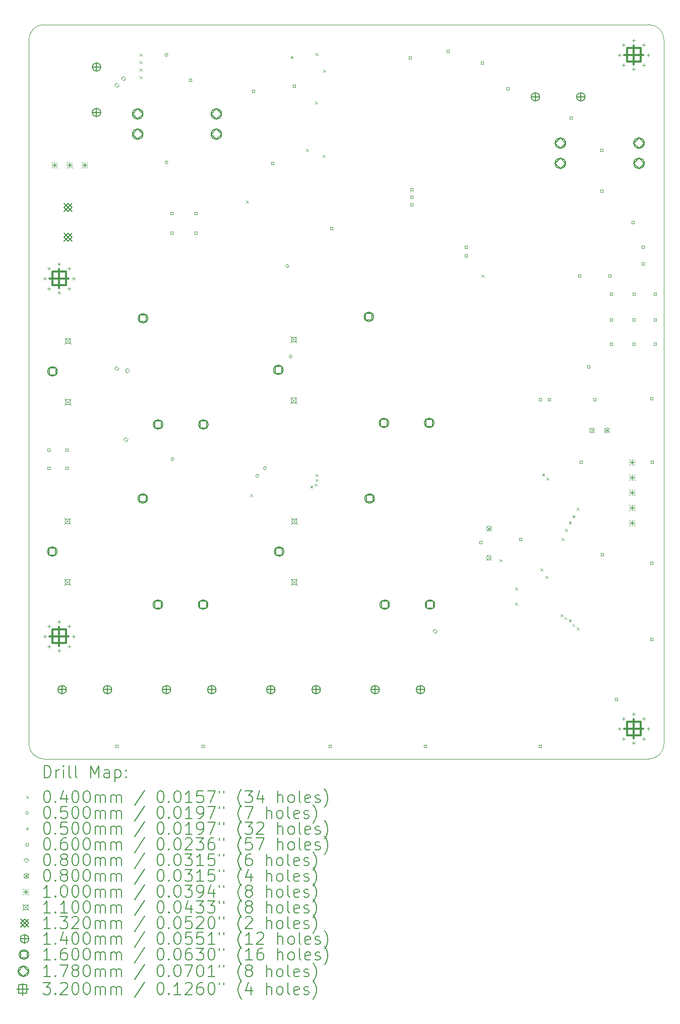
<source format=gbr>
%TF.GenerationSoftware,KiCad,Pcbnew,8.0.7*%
%TF.CreationDate,2025-01-05T17:22:58+01:00*%
%TF.ProjectId,12VSupport,31325653-7570-4706-9f72-742e6b696361,1.1*%
%TF.SameCoordinates,Original*%
%TF.FileFunction,Drillmap*%
%TF.FilePolarity,Positive*%
%FSLAX45Y45*%
G04 Gerber Fmt 4.5, Leading zero omitted, Abs format (unit mm)*
G04 Created by KiCad (PCBNEW 8.0.7) date 2025-01-05 17:22:58*
%MOMM*%
%LPD*%
G01*
G04 APERTURE LIST*
%ADD10C,0.050000*%
%ADD11C,0.200000*%
%ADD12C,0.100000*%
%ADD13C,0.110000*%
%ADD14C,0.132000*%
%ADD15C,0.140000*%
%ADD16C,0.160000*%
%ADD17C,0.178000*%
%ADD18C,0.320000*%
G04 APERTURE END LIST*
D10*
X14605000Y-4191000D02*
X4445000Y-4191000D01*
X4191000Y-4445000D02*
G75*
G02*
X4445000Y-4191000I254000J0D01*
G01*
X4191000Y-4445000D02*
X4191000Y-16256000D01*
X14859000Y-16256000D02*
G75*
G02*
X14605000Y-16510000I-254000J0D01*
G01*
X14859000Y-16256000D02*
X14859000Y-4445000D01*
X4445000Y-16510000D02*
G75*
G02*
X4191000Y-16256000I0J254000D01*
G01*
X14605000Y-4191000D02*
G75*
G02*
X14859000Y-4445000I0J-254000D01*
G01*
X4445000Y-16510000D02*
X14605000Y-16510000D01*
D11*
D12*
X6050600Y-4679000D02*
X6090600Y-4719000D01*
X6090600Y-4679000D02*
X6050600Y-4719000D01*
X6050600Y-4806000D02*
X6090600Y-4846000D01*
X6090600Y-4806000D02*
X6050600Y-4846000D01*
X6050600Y-4933000D02*
X6090600Y-4973000D01*
X6090600Y-4933000D02*
X6050600Y-4973000D01*
X6050600Y-5060000D02*
X6090600Y-5100000D01*
X6090600Y-5060000D02*
X6050600Y-5100000D01*
X7841300Y-7142800D02*
X7881300Y-7182800D01*
X7881300Y-7142800D02*
X7841300Y-7182800D01*
X7904800Y-12070400D02*
X7944800Y-12110400D01*
X7944800Y-12070400D02*
X7904800Y-12110400D01*
X8589500Y-4717100D02*
X8629500Y-4757100D01*
X8629500Y-4717100D02*
X8589500Y-4757100D01*
X8844600Y-6279200D02*
X8884600Y-6319200D01*
X8884600Y-6279200D02*
X8844600Y-6319200D01*
X8919865Y-11924155D02*
X8959865Y-11964155D01*
X8959865Y-11924155D02*
X8919865Y-11964155D01*
X8992668Y-11890991D02*
X9032668Y-11930991D01*
X9032668Y-11890991D02*
X8992668Y-11930991D01*
X8997000Y-5479100D02*
X9037000Y-5519100D01*
X9037000Y-5479100D02*
X8997000Y-5519100D01*
X9007000Y-11732285D02*
X9047000Y-11772285D01*
X9047000Y-11732285D02*
X9007000Y-11772285D01*
X9007000Y-11812285D02*
X9047000Y-11852285D01*
X9047000Y-11812285D02*
X9007000Y-11852285D01*
X9009700Y-4666300D02*
X9049700Y-4706300D01*
X9049700Y-4666300D02*
X9009700Y-4706300D01*
X9127000Y-6380800D02*
X9167000Y-6420800D01*
X9167000Y-6380800D02*
X9127000Y-6420800D01*
X9137000Y-4945700D02*
X9177000Y-4985700D01*
X9177000Y-4945700D02*
X9137000Y-4985700D01*
X11791000Y-8387400D02*
X11831000Y-8427400D01*
X11831000Y-8387400D02*
X11791000Y-8427400D01*
X12095800Y-13162600D02*
X12135800Y-13202600D01*
X12135800Y-13162600D02*
X12095800Y-13202600D01*
X12362500Y-13632500D02*
X12402500Y-13672500D01*
X12402500Y-13632500D02*
X12362500Y-13672500D01*
X12362500Y-13886500D02*
X12402500Y-13926500D01*
X12402500Y-13886500D02*
X12362500Y-13926500D01*
X12781600Y-13315000D02*
X12821600Y-13355000D01*
X12821600Y-13315000D02*
X12781600Y-13355000D01*
X12813200Y-11721000D02*
X12853200Y-11761000D01*
X12853200Y-11721000D02*
X12813200Y-11761000D01*
X12870500Y-13442000D02*
X12910500Y-13482000D01*
X12910500Y-13442000D02*
X12870500Y-13482000D01*
X12883200Y-11791000D02*
X12923200Y-11831000D01*
X12923200Y-11791000D02*
X12883200Y-11831000D01*
X13121640Y-14080991D02*
X13161640Y-14120991D01*
X13161640Y-14080991D02*
X13121640Y-14120991D01*
X13141200Y-12807000D02*
X13181200Y-12847000D01*
X13181200Y-12807000D02*
X13141200Y-12847000D01*
X13185407Y-14129299D02*
X13225407Y-14169299D01*
X13225407Y-14129299D02*
X13185407Y-14169299D01*
X13201200Y-12654600D02*
X13241200Y-12694600D01*
X13241200Y-12654600D02*
X13201200Y-12694600D01*
X13261200Y-12527600D02*
X13301200Y-12567600D01*
X13301200Y-12527600D02*
X13261200Y-12567600D01*
X13261200Y-14169978D02*
X13301200Y-14209978D01*
X13301200Y-14169978D02*
X13261200Y-14209978D01*
X13321200Y-12426000D02*
X13361200Y-12466000D01*
X13361200Y-12426000D02*
X13321200Y-12466000D01*
X13321200Y-14249031D02*
X13361200Y-14289031D01*
X13361200Y-14249031D02*
X13321200Y-14289031D01*
X13391200Y-12299000D02*
X13431200Y-12339000D01*
X13431200Y-12299000D02*
X13391200Y-12339000D01*
X13391200Y-14305600D02*
X13431200Y-14345600D01*
X13431200Y-14305600D02*
X13391200Y-14345600D01*
X6527400Y-4699000D02*
G75*
G02*
X6477400Y-4699000I-25000J0D01*
G01*
X6477400Y-4699000D02*
G75*
G02*
X6527400Y-4699000I25000J0D01*
G01*
X6527400Y-6502400D02*
G75*
G02*
X6477400Y-6502400I-25000J0D01*
G01*
X6477400Y-6502400D02*
G75*
G02*
X6527400Y-6502400I25000J0D01*
G01*
X6629000Y-11480800D02*
G75*
G02*
X6579000Y-11480800I-25000J0D01*
G01*
X6579000Y-11480800D02*
G75*
G02*
X6629000Y-11480800I25000J0D01*
G01*
X8051400Y-11760200D02*
G75*
G02*
X8001400Y-11760200I-25000J0D01*
G01*
X8001400Y-11760200D02*
G75*
G02*
X8051400Y-11760200I25000J0D01*
G01*
X8178400Y-11633200D02*
G75*
G02*
X8128400Y-11633200I-25000J0D01*
G01*
X8128400Y-11633200D02*
G75*
G02*
X8178400Y-11633200I25000J0D01*
G01*
X8559400Y-8242300D02*
G75*
G02*
X8509400Y-8242300I-25000J0D01*
G01*
X8509400Y-8242300D02*
G75*
G02*
X8559400Y-8242300I25000J0D01*
G01*
X8614175Y-9757575D02*
G75*
G02*
X8564175Y-9757575I-25000J0D01*
G01*
X8564175Y-9757575D02*
G75*
G02*
X8614175Y-9757575I25000J0D01*
G01*
X4459000Y-8425106D02*
X4459000Y-8475106D01*
X4434000Y-8450106D02*
X4484000Y-8450106D01*
X4459000Y-14427600D02*
X4459000Y-14477600D01*
X4434000Y-14452600D02*
X4484000Y-14452600D01*
X4529294Y-8255400D02*
X4529294Y-8305400D01*
X4504294Y-8280400D02*
X4554294Y-8280400D01*
X4529294Y-8594811D02*
X4529294Y-8644811D01*
X4504294Y-8619811D02*
X4554294Y-8619811D01*
X4529294Y-14257894D02*
X4529294Y-14307894D01*
X4504294Y-14282894D02*
X4554294Y-14282894D01*
X4529294Y-14597306D02*
X4529294Y-14647306D01*
X4504294Y-14622306D02*
X4554294Y-14622306D01*
X4699000Y-8185106D02*
X4699000Y-8235106D01*
X4674000Y-8210106D02*
X4724000Y-8210106D01*
X4699000Y-8665106D02*
X4699000Y-8715106D01*
X4674000Y-8690106D02*
X4724000Y-8690106D01*
X4699000Y-14187600D02*
X4699000Y-14237600D01*
X4674000Y-14212600D02*
X4724000Y-14212600D01*
X4699000Y-14667600D02*
X4699000Y-14717600D01*
X4674000Y-14692600D02*
X4724000Y-14692600D01*
X4868706Y-8255400D02*
X4868706Y-8305400D01*
X4843706Y-8280400D02*
X4893706Y-8280400D01*
X4868706Y-8594811D02*
X4868706Y-8644811D01*
X4843706Y-8619811D02*
X4893706Y-8619811D01*
X4868706Y-14257894D02*
X4868706Y-14307894D01*
X4843706Y-14282894D02*
X4893706Y-14282894D01*
X4868706Y-14597306D02*
X4868706Y-14647306D01*
X4843706Y-14622306D02*
X4893706Y-14622306D01*
X4939000Y-8425106D02*
X4939000Y-8475106D01*
X4914000Y-8450106D02*
X4964000Y-8450106D01*
X4939000Y-14427600D02*
X4939000Y-14477600D01*
X4914000Y-14452600D02*
X4964000Y-14452600D01*
X14111000Y-4674000D02*
X14111000Y-4724000D01*
X14086000Y-4699000D02*
X14136000Y-4699000D01*
X14111000Y-15977000D02*
X14111000Y-16027000D01*
X14086000Y-16002000D02*
X14136000Y-16002000D01*
X14181294Y-4504294D02*
X14181294Y-4554294D01*
X14156294Y-4529294D02*
X14206294Y-4529294D01*
X14181294Y-4843706D02*
X14181294Y-4893706D01*
X14156294Y-4868706D02*
X14206294Y-4868706D01*
X14181294Y-15807294D02*
X14181294Y-15857294D01*
X14156294Y-15832294D02*
X14206294Y-15832294D01*
X14181294Y-16146706D02*
X14181294Y-16196706D01*
X14156294Y-16171706D02*
X14206294Y-16171706D01*
X14351000Y-4434000D02*
X14351000Y-4484000D01*
X14326000Y-4459000D02*
X14376000Y-4459000D01*
X14351000Y-4914000D02*
X14351000Y-4964000D01*
X14326000Y-4939000D02*
X14376000Y-4939000D01*
X14351000Y-15737000D02*
X14351000Y-15787000D01*
X14326000Y-15762000D02*
X14376000Y-15762000D01*
X14351000Y-16217000D02*
X14351000Y-16267000D01*
X14326000Y-16242000D02*
X14376000Y-16242000D01*
X14520706Y-4504294D02*
X14520706Y-4554294D01*
X14495706Y-4529294D02*
X14545706Y-4529294D01*
X14520706Y-4843706D02*
X14520706Y-4893706D01*
X14495706Y-4868706D02*
X14545706Y-4868706D01*
X14520706Y-15807294D02*
X14520706Y-15857294D01*
X14495706Y-15832294D02*
X14545706Y-15832294D01*
X14520706Y-16146706D02*
X14520706Y-16196706D01*
X14495706Y-16171706D02*
X14545706Y-16171706D01*
X14591000Y-4674000D02*
X14591000Y-4724000D01*
X14566000Y-4699000D02*
X14616000Y-4699000D01*
X14591000Y-15977000D02*
X14591000Y-16027000D01*
X14566000Y-16002000D02*
X14616000Y-16002000D01*
X4542413Y-11349613D02*
X4542413Y-11307187D01*
X4499987Y-11307187D01*
X4499987Y-11349613D01*
X4542413Y-11349613D01*
X4542413Y-11654413D02*
X4542413Y-11611987D01*
X4499987Y-11611987D01*
X4499987Y-11654413D01*
X4542413Y-11654413D01*
X4847213Y-11349613D02*
X4847213Y-11307187D01*
X4804787Y-11307187D01*
X4804787Y-11349613D01*
X4847213Y-11349613D01*
X4847213Y-11654413D02*
X4847213Y-11611987D01*
X4804787Y-11611987D01*
X4804787Y-11654413D01*
X4847213Y-11654413D01*
X5685413Y-16314213D02*
X5685413Y-16271787D01*
X5642987Y-16271787D01*
X5642987Y-16314213D01*
X5685413Y-16314213D01*
X6612513Y-7373913D02*
X6612513Y-7331487D01*
X6570087Y-7331487D01*
X6570087Y-7373913D01*
X6612513Y-7373913D01*
X6612513Y-7704113D02*
X6612513Y-7661687D01*
X6570087Y-7661687D01*
X6570087Y-7704113D01*
X6612513Y-7704113D01*
X6923663Y-5145663D02*
X6923663Y-5103237D01*
X6881237Y-5103237D01*
X6881237Y-5145663D01*
X6923663Y-5145663D01*
X7018913Y-7373913D02*
X7018913Y-7331487D01*
X6976487Y-7331487D01*
X6976487Y-7373913D01*
X7018913Y-7373913D01*
X7018913Y-7704113D02*
X7018913Y-7661687D01*
X6976487Y-7661687D01*
X6976487Y-7704113D01*
X7018913Y-7704113D01*
X7133213Y-16314213D02*
X7133213Y-16271787D01*
X7090787Y-16271787D01*
X7090787Y-16314213D01*
X7133213Y-16314213D01*
X7984113Y-5329813D02*
X7984113Y-5287387D01*
X7941687Y-5287387D01*
X7941687Y-5329813D01*
X7984113Y-5329813D01*
X8301613Y-6536313D02*
X8301613Y-6493887D01*
X8259187Y-6493887D01*
X8259187Y-6536313D01*
X8301613Y-6536313D01*
X8668313Y-5242513D02*
X8668313Y-5200087D01*
X8625887Y-5200087D01*
X8625887Y-5242513D01*
X8668313Y-5242513D01*
X9266813Y-16314213D02*
X9266813Y-16271787D01*
X9224387Y-16271787D01*
X9224387Y-16314213D01*
X9266813Y-16314213D01*
X9298563Y-7634863D02*
X9298563Y-7592437D01*
X9256137Y-7592437D01*
X9256137Y-7634863D01*
X9298563Y-7634863D01*
X10613013Y-4771013D02*
X10613013Y-4728587D01*
X10570587Y-4728587D01*
X10570587Y-4771013D01*
X10613013Y-4771013D01*
X10638413Y-6980813D02*
X10638413Y-6938387D01*
X10595987Y-6938387D01*
X10595987Y-6980813D01*
X10638413Y-6980813D01*
X10638413Y-7107813D02*
X10638413Y-7065387D01*
X10595987Y-7065387D01*
X10595987Y-7107813D01*
X10638413Y-7107813D01*
X10638413Y-7234813D02*
X10638413Y-7192387D01*
X10595987Y-7192387D01*
X10595987Y-7234813D01*
X10638413Y-7234813D01*
X10867013Y-16314213D02*
X10867013Y-16271787D01*
X10824587Y-16271787D01*
X10824587Y-16314213D01*
X10867013Y-16314213D01*
X11248013Y-4656713D02*
X11248013Y-4614287D01*
X11205587Y-4614287D01*
X11205587Y-4656713D01*
X11248013Y-4656713D01*
X11552813Y-7946013D02*
X11552813Y-7903587D01*
X11510387Y-7903587D01*
X11510387Y-7946013D01*
X11552813Y-7946013D01*
X11552813Y-8085713D02*
X11552813Y-8043287D01*
X11510387Y-8043287D01*
X11510387Y-8085713D01*
X11552813Y-8085713D01*
X11803713Y-12899013D02*
X11803713Y-12856587D01*
X11761287Y-12856587D01*
X11761287Y-12899013D01*
X11803713Y-12899013D01*
X11826713Y-4852713D02*
X11826713Y-4810287D01*
X11784287Y-4810287D01*
X11784287Y-4852713D01*
X11826713Y-4852713D01*
X12258513Y-5284513D02*
X12258513Y-5242087D01*
X12216087Y-5242087D01*
X12216087Y-5284513D01*
X12258513Y-5284513D01*
X12467213Y-12848213D02*
X12467213Y-12805787D01*
X12424787Y-12805787D01*
X12424787Y-12848213D01*
X12467213Y-12848213D01*
X12797413Y-10498713D02*
X12797413Y-10456287D01*
X12754987Y-10456287D01*
X12754987Y-10498713D01*
X12797413Y-10498713D01*
X12797413Y-16314213D02*
X12797413Y-16271787D01*
X12754987Y-16271787D01*
X12754987Y-16314213D01*
X12797413Y-16314213D01*
X12949813Y-10498713D02*
X12949813Y-10456287D01*
X12907387Y-10456287D01*
X12907387Y-10498713D01*
X12949813Y-10498713D01*
X13312798Y-5779628D02*
X13312798Y-5737202D01*
X13270371Y-5737202D01*
X13270371Y-5779628D01*
X13312798Y-5779628D01*
X13457813Y-8428613D02*
X13457813Y-8386187D01*
X13415387Y-8386187D01*
X13415387Y-8428613D01*
X13457813Y-8428613D01*
X13483213Y-11552813D02*
X13483213Y-11510387D01*
X13440787Y-11510387D01*
X13440787Y-11552813D01*
X13483213Y-11552813D01*
X13609013Y-9951413D02*
X13609013Y-9908987D01*
X13566587Y-9908987D01*
X13566587Y-9951413D01*
X13609013Y-9951413D01*
X13711813Y-10498713D02*
X13711813Y-10456287D01*
X13669387Y-10456287D01*
X13669387Y-10498713D01*
X13711813Y-10498713D01*
X13829713Y-6320413D02*
X13829713Y-6277987D01*
X13787287Y-6277987D01*
X13787287Y-6320413D01*
X13829713Y-6320413D01*
X13829713Y-7008213D02*
X13829713Y-6965787D01*
X13787287Y-6965787D01*
X13787287Y-7008213D01*
X13829713Y-7008213D01*
X13838813Y-13102213D02*
X13838813Y-13059787D01*
X13796387Y-13059787D01*
X13796387Y-13102213D01*
X13838813Y-13102213D01*
X13965813Y-8428613D02*
X13965813Y-8386187D01*
X13923387Y-8386187D01*
X13923387Y-8428613D01*
X13965813Y-8428613D01*
X13991213Y-8733413D02*
X13991213Y-8690987D01*
X13948787Y-8690987D01*
X13948787Y-8733413D01*
X13991213Y-8733413D01*
X13991213Y-9165213D02*
X13991213Y-9122787D01*
X13948787Y-9122787D01*
X13948787Y-9165213D01*
X13991213Y-9165213D01*
X13991213Y-9571613D02*
X13991213Y-9529187D01*
X13948787Y-9529187D01*
X13948787Y-9571613D01*
X13991213Y-9571613D01*
X14080113Y-15527913D02*
X14080113Y-15485487D01*
X14037687Y-15485487D01*
X14037687Y-15527913D01*
X14080113Y-15527913D01*
X14353963Y-7532463D02*
X14353963Y-7490037D01*
X14311537Y-7490037D01*
X14311537Y-7532463D01*
X14353963Y-7532463D01*
X14372213Y-8733413D02*
X14372213Y-8690987D01*
X14329787Y-8690987D01*
X14329787Y-8733413D01*
X14372213Y-8733413D01*
X14372213Y-9165213D02*
X14372213Y-9122787D01*
X14329787Y-9122787D01*
X14329787Y-9165213D01*
X14372213Y-9165213D01*
X14372213Y-9571613D02*
X14372213Y-9529187D01*
X14329787Y-9529187D01*
X14329787Y-9571613D01*
X14372213Y-9571613D01*
X14526213Y-7946013D02*
X14526213Y-7903587D01*
X14483787Y-7903587D01*
X14483787Y-7946013D01*
X14526213Y-7946013D01*
X14526213Y-8225413D02*
X14526213Y-8182987D01*
X14483787Y-8182987D01*
X14483787Y-8225413D01*
X14526213Y-8225413D01*
X14672713Y-10486013D02*
X14672713Y-10443587D01*
X14630287Y-10443587D01*
X14630287Y-10486013D01*
X14672713Y-10486013D01*
X14672713Y-13241913D02*
X14672713Y-13199487D01*
X14630287Y-13199487D01*
X14630287Y-13241913D01*
X14672713Y-13241913D01*
X14672713Y-14524613D02*
X14672713Y-14482187D01*
X14630287Y-14482187D01*
X14630287Y-14524613D01*
X14672713Y-14524613D01*
X14677013Y-11552813D02*
X14677013Y-11510387D01*
X14634587Y-11510387D01*
X14634587Y-11552813D01*
X14677013Y-11552813D01*
X14727813Y-8733413D02*
X14727813Y-8690987D01*
X14685387Y-8690987D01*
X14685387Y-8733413D01*
X14727813Y-8733413D01*
X14727813Y-9165213D02*
X14727813Y-9122787D01*
X14685387Y-9122787D01*
X14685387Y-9165213D01*
X14727813Y-9165213D01*
X14727813Y-9571613D02*
X14727813Y-9529187D01*
X14685387Y-9529187D01*
X14685387Y-9571613D01*
X14727813Y-9571613D01*
X5664200Y-5247000D02*
X5704200Y-5207000D01*
X5664200Y-5167000D01*
X5624200Y-5207000D01*
X5664200Y-5247000D01*
X5664200Y-9996800D02*
X5704200Y-9956800D01*
X5664200Y-9916800D01*
X5624200Y-9956800D01*
X5664200Y-9996800D01*
X5778500Y-5132700D02*
X5818500Y-5092700D01*
X5778500Y-5052700D01*
X5738500Y-5092700D01*
X5778500Y-5132700D01*
X5816600Y-11190600D02*
X5856600Y-11150600D01*
X5816600Y-11110600D01*
X5776600Y-11150600D01*
X5816600Y-11190600D01*
X5842000Y-10033800D02*
X5882000Y-9993800D01*
X5842000Y-9953800D01*
X5802000Y-9993800D01*
X5842000Y-10033800D01*
X11010900Y-14403700D02*
X11050900Y-14363700D01*
X11010900Y-14323700D01*
X10970900Y-14363700D01*
X11010900Y-14403700D01*
X11877500Y-12605500D02*
X11957500Y-12685500D01*
X11957500Y-12605500D02*
X11877500Y-12685500D01*
X11957500Y-12645500D02*
G75*
G02*
X11877500Y-12645500I-40000J0D01*
G01*
X11877500Y-12645500D02*
G75*
G02*
X11957500Y-12645500I40000J0D01*
G01*
X11877500Y-13095500D02*
X11957500Y-13175500D01*
X11957500Y-13095500D02*
X11877500Y-13175500D01*
X11957500Y-13135500D02*
G75*
G02*
X11877500Y-13135500I-40000J0D01*
G01*
X11877500Y-13135500D02*
G75*
G02*
X11957500Y-13135500I40000J0D01*
G01*
X13608562Y-10958200D02*
X13688562Y-11038200D01*
X13688562Y-10958200D02*
X13608562Y-11038200D01*
X13688562Y-10998200D02*
G75*
G02*
X13608562Y-10998200I-40000J0D01*
G01*
X13608562Y-10998200D02*
G75*
G02*
X13688562Y-10998200I40000J0D01*
G01*
X13858562Y-10958200D02*
X13938562Y-11038200D01*
X13938562Y-10958200D02*
X13858562Y-11038200D01*
X13938562Y-10998200D02*
G75*
G02*
X13858562Y-10998200I-40000J0D01*
G01*
X13858562Y-10998200D02*
G75*
G02*
X13938562Y-10998200I40000J0D01*
G01*
X4572800Y-6497100D02*
X4672800Y-6597100D01*
X4672800Y-6497100D02*
X4572800Y-6597100D01*
X4622800Y-6497100D02*
X4622800Y-6597100D01*
X4572800Y-6547100D02*
X4672800Y-6547100D01*
X4826800Y-6497100D02*
X4926800Y-6597100D01*
X4926800Y-6497100D02*
X4826800Y-6597100D01*
X4876800Y-6497100D02*
X4876800Y-6597100D01*
X4826800Y-6547100D02*
X4926800Y-6547100D01*
X5080800Y-6497100D02*
X5180800Y-6597100D01*
X5180800Y-6497100D02*
X5080800Y-6597100D01*
X5130800Y-6497100D02*
X5130800Y-6597100D01*
X5080800Y-6547100D02*
X5180800Y-6547100D01*
X14275600Y-11482100D02*
X14375600Y-11582100D01*
X14375600Y-11482100D02*
X14275600Y-11582100D01*
X14325600Y-11482100D02*
X14325600Y-11582100D01*
X14275600Y-11532100D02*
X14375600Y-11532100D01*
X14275600Y-11736100D02*
X14375600Y-11836100D01*
X14375600Y-11736100D02*
X14275600Y-11836100D01*
X14325600Y-11736100D02*
X14325600Y-11836100D01*
X14275600Y-11786100D02*
X14375600Y-11786100D01*
X14275600Y-11990100D02*
X14375600Y-12090100D01*
X14375600Y-11990100D02*
X14275600Y-12090100D01*
X14325600Y-11990100D02*
X14325600Y-12090100D01*
X14275600Y-12040100D02*
X14375600Y-12040100D01*
X14275600Y-12244100D02*
X14375600Y-12344100D01*
X14375600Y-12244100D02*
X14275600Y-12344100D01*
X14325600Y-12244100D02*
X14325600Y-12344100D01*
X14275600Y-12294100D02*
X14375600Y-12294100D01*
X14275600Y-12498100D02*
X14375600Y-12598100D01*
X14375600Y-12498100D02*
X14275600Y-12598100D01*
X14325600Y-12498100D02*
X14325600Y-12598100D01*
X14275600Y-12548100D02*
X14375600Y-12548100D01*
D13*
X4783500Y-12466000D02*
X4893500Y-12576000D01*
X4893500Y-12466000D02*
X4783500Y-12576000D01*
X4877391Y-12559891D02*
X4877391Y-12482109D01*
X4799609Y-12482109D01*
X4799609Y-12559891D01*
X4877391Y-12559891D01*
X4783500Y-13486000D02*
X4893500Y-13596000D01*
X4893500Y-13486000D02*
X4783500Y-13596000D01*
X4877391Y-13579891D02*
X4877391Y-13502109D01*
X4799609Y-13502109D01*
X4799609Y-13579891D01*
X4877391Y-13579891D01*
X4787700Y-9443600D02*
X4897700Y-9553600D01*
X4897700Y-9443600D02*
X4787700Y-9553600D01*
X4881591Y-9537491D02*
X4881591Y-9459709D01*
X4803809Y-9459709D01*
X4803809Y-9537491D01*
X4881591Y-9537491D01*
X4787700Y-10463600D02*
X4897700Y-10573600D01*
X4897700Y-10463600D02*
X4787700Y-10573600D01*
X4881591Y-10557491D02*
X4881591Y-10479709D01*
X4803809Y-10479709D01*
X4803809Y-10557491D01*
X4881591Y-10557491D01*
X8580800Y-9418000D02*
X8690800Y-9528000D01*
X8690800Y-9418000D02*
X8580800Y-9528000D01*
X8674691Y-9511891D02*
X8674691Y-9434109D01*
X8596909Y-9434109D01*
X8596909Y-9511891D01*
X8674691Y-9511891D01*
X8580800Y-10438000D02*
X8690800Y-10548000D01*
X8690800Y-10438000D02*
X8580800Y-10548000D01*
X8674691Y-10531891D02*
X8674691Y-10454109D01*
X8596909Y-10454109D01*
X8596909Y-10531891D01*
X8674691Y-10531891D01*
X8593500Y-12466000D02*
X8703500Y-12576000D01*
X8703500Y-12466000D02*
X8593500Y-12576000D01*
X8687391Y-12559891D02*
X8687391Y-12482109D01*
X8609609Y-12482109D01*
X8609609Y-12559891D01*
X8687391Y-12559891D01*
X8593500Y-13486000D02*
X8703500Y-13596000D01*
X8703500Y-13486000D02*
X8593500Y-13596000D01*
X8687391Y-13579891D02*
X8687391Y-13502109D01*
X8609609Y-13502109D01*
X8609609Y-13579891D01*
X8687391Y-13579891D01*
D14*
X4785400Y-7193700D02*
X4917400Y-7325700D01*
X4917400Y-7193700D02*
X4785400Y-7325700D01*
X4851400Y-7325700D02*
X4917400Y-7259700D01*
X4851400Y-7193700D01*
X4785400Y-7259700D01*
X4851400Y-7325700D01*
X4785400Y-7693700D02*
X4917400Y-7825700D01*
X4917400Y-7693700D02*
X4785400Y-7825700D01*
X4851400Y-7825700D02*
X4917400Y-7759700D01*
X4851400Y-7693700D01*
X4785400Y-7759700D01*
X4851400Y-7825700D01*
D15*
X4749800Y-15278000D02*
X4749800Y-15418000D01*
X4679800Y-15348000D02*
X4819800Y-15348000D01*
X4819800Y-15348000D02*
G75*
G02*
X4679800Y-15348000I-70000J0D01*
G01*
X4679800Y-15348000D02*
G75*
G02*
X4819800Y-15348000I70000J0D01*
G01*
X5327600Y-4832200D02*
X5327600Y-4972200D01*
X5257600Y-4902200D02*
X5397600Y-4902200D01*
X5397600Y-4902200D02*
G75*
G02*
X5257600Y-4902200I-70000J0D01*
G01*
X5257600Y-4902200D02*
G75*
G02*
X5397600Y-4902200I70000J0D01*
G01*
X5327600Y-5594200D02*
X5327600Y-5734200D01*
X5257600Y-5664200D02*
X5397600Y-5664200D01*
X5397600Y-5664200D02*
G75*
G02*
X5257600Y-5664200I-70000J0D01*
G01*
X5257600Y-5664200D02*
G75*
G02*
X5397600Y-5664200I70000J0D01*
G01*
X5511800Y-15278000D02*
X5511800Y-15418000D01*
X5441800Y-15348000D02*
X5581800Y-15348000D01*
X5581800Y-15348000D02*
G75*
G02*
X5441800Y-15348000I-70000J0D01*
G01*
X5441800Y-15348000D02*
G75*
G02*
X5581800Y-15348000I70000J0D01*
G01*
X6502400Y-15278000D02*
X6502400Y-15418000D01*
X6432400Y-15348000D02*
X6572400Y-15348000D01*
X6572400Y-15348000D02*
G75*
G02*
X6432400Y-15348000I-70000J0D01*
G01*
X6432400Y-15348000D02*
G75*
G02*
X6572400Y-15348000I70000J0D01*
G01*
X7264400Y-15278000D02*
X7264400Y-15418000D01*
X7194400Y-15348000D02*
X7334400Y-15348000D01*
X7334400Y-15348000D02*
G75*
G02*
X7194400Y-15348000I-70000J0D01*
G01*
X7194400Y-15348000D02*
G75*
G02*
X7334400Y-15348000I70000J0D01*
G01*
X8255000Y-15278000D02*
X8255000Y-15418000D01*
X8185000Y-15348000D02*
X8325000Y-15348000D01*
X8325000Y-15348000D02*
G75*
G02*
X8185000Y-15348000I-70000J0D01*
G01*
X8185000Y-15348000D02*
G75*
G02*
X8325000Y-15348000I70000J0D01*
G01*
X9017000Y-15278000D02*
X9017000Y-15418000D01*
X8947000Y-15348000D02*
X9087000Y-15348000D01*
X9087000Y-15348000D02*
G75*
G02*
X8947000Y-15348000I-70000J0D01*
G01*
X8947000Y-15348000D02*
G75*
G02*
X9087000Y-15348000I70000J0D01*
G01*
X10007600Y-15278000D02*
X10007600Y-15418000D01*
X9937600Y-15348000D02*
X10077600Y-15348000D01*
X10077600Y-15348000D02*
G75*
G02*
X9937600Y-15348000I-70000J0D01*
G01*
X9937600Y-15348000D02*
G75*
G02*
X10077600Y-15348000I70000J0D01*
G01*
X10769600Y-15278000D02*
X10769600Y-15418000D01*
X10699600Y-15348000D02*
X10839600Y-15348000D01*
X10839600Y-15348000D02*
G75*
G02*
X10699600Y-15348000I-70000J0D01*
G01*
X10699600Y-15348000D02*
G75*
G02*
X10839600Y-15348000I70000J0D01*
G01*
X12700000Y-5333800D02*
X12700000Y-5473800D01*
X12630000Y-5403800D02*
X12770000Y-5403800D01*
X12770000Y-5403800D02*
G75*
G02*
X12630000Y-5403800I-70000J0D01*
G01*
X12630000Y-5403800D02*
G75*
G02*
X12770000Y-5403800I70000J0D01*
G01*
X13462000Y-5333800D02*
X13462000Y-5473800D01*
X13392000Y-5403800D02*
X13532000Y-5403800D01*
X13532000Y-5403800D02*
G75*
G02*
X13392000Y-5403800I-70000J0D01*
G01*
X13392000Y-5403800D02*
G75*
G02*
X13532000Y-5403800I70000J0D01*
G01*
D16*
X4641069Y-13087569D02*
X4641069Y-12974431D01*
X4527931Y-12974431D01*
X4527931Y-13087569D01*
X4641069Y-13087569D01*
X4664500Y-13031000D02*
G75*
G02*
X4504500Y-13031000I-80000J0D01*
G01*
X4504500Y-13031000D02*
G75*
G02*
X4664500Y-13031000I80000J0D01*
G01*
X4645269Y-10065169D02*
X4645269Y-9952031D01*
X4532131Y-9952031D01*
X4532131Y-10065169D01*
X4645269Y-10065169D01*
X4668700Y-10008600D02*
G75*
G02*
X4508700Y-10008600I-80000J0D01*
G01*
X4508700Y-10008600D02*
G75*
G02*
X4668700Y-10008600I80000J0D01*
G01*
X6161069Y-12197569D02*
X6161069Y-12084431D01*
X6047931Y-12084431D01*
X6047931Y-12197569D01*
X6161069Y-12197569D01*
X6184500Y-12141000D02*
G75*
G02*
X6024500Y-12141000I-80000J0D01*
G01*
X6024500Y-12141000D02*
G75*
G02*
X6184500Y-12141000I80000J0D01*
G01*
X6165269Y-9175169D02*
X6165269Y-9062031D01*
X6052131Y-9062031D01*
X6052131Y-9175169D01*
X6165269Y-9175169D01*
X6188700Y-9118600D02*
G75*
G02*
X6028700Y-9118600I-80000J0D01*
G01*
X6028700Y-9118600D02*
G75*
G02*
X6188700Y-9118600I80000J0D01*
G01*
X6415069Y-13977569D02*
X6415069Y-13864431D01*
X6301931Y-13864431D01*
X6301931Y-13977569D01*
X6415069Y-13977569D01*
X6438500Y-13921000D02*
G75*
G02*
X6278500Y-13921000I-80000J0D01*
G01*
X6278500Y-13921000D02*
G75*
G02*
X6438500Y-13921000I80000J0D01*
G01*
X6419269Y-10955169D02*
X6419269Y-10842031D01*
X6306131Y-10842031D01*
X6306131Y-10955169D01*
X6419269Y-10955169D01*
X6442700Y-10898600D02*
G75*
G02*
X6282700Y-10898600I-80000J0D01*
G01*
X6282700Y-10898600D02*
G75*
G02*
X6442700Y-10898600I80000J0D01*
G01*
X7175069Y-13977569D02*
X7175069Y-13864431D01*
X7061931Y-13864431D01*
X7061931Y-13977569D01*
X7175069Y-13977569D01*
X7198500Y-13921000D02*
G75*
G02*
X7038500Y-13921000I-80000J0D01*
G01*
X7038500Y-13921000D02*
G75*
G02*
X7198500Y-13921000I80000J0D01*
G01*
X7179269Y-10955169D02*
X7179269Y-10842031D01*
X7066131Y-10842031D01*
X7066131Y-10955169D01*
X7179269Y-10955169D01*
X7202700Y-10898600D02*
G75*
G02*
X7042700Y-10898600I-80000J0D01*
G01*
X7042700Y-10898600D02*
G75*
G02*
X7202700Y-10898600I80000J0D01*
G01*
X8438369Y-10039569D02*
X8438369Y-9926431D01*
X8325231Y-9926431D01*
X8325231Y-10039569D01*
X8438369Y-10039569D01*
X8461800Y-9983000D02*
G75*
G02*
X8301800Y-9983000I-80000J0D01*
G01*
X8301800Y-9983000D02*
G75*
G02*
X8461800Y-9983000I80000J0D01*
G01*
X8451069Y-13087569D02*
X8451069Y-12974431D01*
X8337931Y-12974431D01*
X8337931Y-13087569D01*
X8451069Y-13087569D01*
X8474500Y-13031000D02*
G75*
G02*
X8314500Y-13031000I-80000J0D01*
G01*
X8314500Y-13031000D02*
G75*
G02*
X8474500Y-13031000I80000J0D01*
G01*
X9958369Y-9149569D02*
X9958369Y-9036431D01*
X9845231Y-9036431D01*
X9845231Y-9149569D01*
X9958369Y-9149569D01*
X9981800Y-9093000D02*
G75*
G02*
X9821800Y-9093000I-80000J0D01*
G01*
X9821800Y-9093000D02*
G75*
G02*
X9981800Y-9093000I80000J0D01*
G01*
X9971069Y-12197569D02*
X9971069Y-12084431D01*
X9857931Y-12084431D01*
X9857931Y-12197569D01*
X9971069Y-12197569D01*
X9994500Y-12141000D02*
G75*
G02*
X9834500Y-12141000I-80000J0D01*
G01*
X9834500Y-12141000D02*
G75*
G02*
X9994500Y-12141000I80000J0D01*
G01*
X10212369Y-10929569D02*
X10212369Y-10816431D01*
X10099231Y-10816431D01*
X10099231Y-10929569D01*
X10212369Y-10929569D01*
X10235800Y-10873000D02*
G75*
G02*
X10075800Y-10873000I-80000J0D01*
G01*
X10075800Y-10873000D02*
G75*
G02*
X10235800Y-10873000I80000J0D01*
G01*
X10225069Y-13977569D02*
X10225069Y-13864431D01*
X10111931Y-13864431D01*
X10111931Y-13977569D01*
X10225069Y-13977569D01*
X10248500Y-13921000D02*
G75*
G02*
X10088500Y-13921000I-80000J0D01*
G01*
X10088500Y-13921000D02*
G75*
G02*
X10248500Y-13921000I80000J0D01*
G01*
X10972369Y-10929569D02*
X10972369Y-10816431D01*
X10859231Y-10816431D01*
X10859231Y-10929569D01*
X10972369Y-10929569D01*
X10995800Y-10873000D02*
G75*
G02*
X10835800Y-10873000I-80000J0D01*
G01*
X10835800Y-10873000D02*
G75*
G02*
X10995800Y-10873000I80000J0D01*
G01*
X10985069Y-13977569D02*
X10985069Y-13864431D01*
X10871931Y-13864431D01*
X10871931Y-13977569D01*
X10985069Y-13977569D01*
X11008500Y-13921000D02*
G75*
G02*
X10848500Y-13921000I-80000J0D01*
G01*
X10848500Y-13921000D02*
G75*
G02*
X11008500Y-13921000I80000J0D01*
G01*
D17*
X6019800Y-5778600D02*
X6108800Y-5689600D01*
X6019800Y-5600600D01*
X5930800Y-5689600D01*
X6019800Y-5778600D01*
X6108800Y-5689600D02*
G75*
G02*
X5930800Y-5689600I-89000J0D01*
G01*
X5930800Y-5689600D02*
G75*
G02*
X6108800Y-5689600I89000J0D01*
G01*
X6019800Y-6118600D02*
X6108800Y-6029600D01*
X6019800Y-5940600D01*
X5930800Y-6029600D01*
X6019800Y-6118600D01*
X6108800Y-6029600D02*
G75*
G02*
X5930800Y-6029600I-89000J0D01*
G01*
X5930800Y-6029600D02*
G75*
G02*
X6108800Y-6029600I89000J0D01*
G01*
X7340600Y-5778600D02*
X7429600Y-5689600D01*
X7340600Y-5600600D01*
X7251600Y-5689600D01*
X7340600Y-5778600D01*
X7429600Y-5689600D02*
G75*
G02*
X7251600Y-5689600I-89000J0D01*
G01*
X7251600Y-5689600D02*
G75*
G02*
X7429600Y-5689600I89000J0D01*
G01*
X7340600Y-6118600D02*
X7429600Y-6029600D01*
X7340600Y-5940600D01*
X7251600Y-6029600D01*
X7340600Y-6118600D01*
X7429600Y-6029600D02*
G75*
G02*
X7251600Y-6029600I-89000J0D01*
G01*
X7251600Y-6029600D02*
G75*
G02*
X7429600Y-6029600I89000J0D01*
G01*
X13118500Y-6268300D02*
X13207500Y-6179300D01*
X13118500Y-6090300D01*
X13029500Y-6179300D01*
X13118500Y-6268300D01*
X13207500Y-6179300D02*
G75*
G02*
X13029500Y-6179300I-89000J0D01*
G01*
X13029500Y-6179300D02*
G75*
G02*
X13207500Y-6179300I89000J0D01*
G01*
X13118500Y-6608300D02*
X13207500Y-6519300D01*
X13118500Y-6430300D01*
X13029500Y-6519300D01*
X13118500Y-6608300D01*
X13207500Y-6519300D02*
G75*
G02*
X13029500Y-6519300I-89000J0D01*
G01*
X13029500Y-6519300D02*
G75*
G02*
X13207500Y-6519300I89000J0D01*
G01*
X14439300Y-6268300D02*
X14528300Y-6179300D01*
X14439300Y-6090300D01*
X14350300Y-6179300D01*
X14439300Y-6268300D01*
X14528300Y-6179300D02*
G75*
G02*
X14350300Y-6179300I-89000J0D01*
G01*
X14350300Y-6179300D02*
G75*
G02*
X14528300Y-6179300I89000J0D01*
G01*
X14439300Y-6608300D02*
X14528300Y-6519300D01*
X14439300Y-6430300D01*
X14350300Y-6519300D01*
X14439300Y-6608300D01*
X14528300Y-6519300D02*
G75*
G02*
X14350300Y-6519300I-89000J0D01*
G01*
X14350300Y-6519300D02*
G75*
G02*
X14528300Y-6519300I89000J0D01*
G01*
D18*
X4699000Y-8290106D02*
X4699000Y-8610106D01*
X4539000Y-8450106D02*
X4859000Y-8450106D01*
X4812138Y-8563244D02*
X4812138Y-8336967D01*
X4585862Y-8336967D01*
X4585862Y-8563244D01*
X4812138Y-8563244D01*
X4699000Y-14292600D02*
X4699000Y-14612600D01*
X4539000Y-14452600D02*
X4859000Y-14452600D01*
X4812138Y-14565738D02*
X4812138Y-14339462D01*
X4585862Y-14339462D01*
X4585862Y-14565738D01*
X4812138Y-14565738D01*
X14351000Y-4539000D02*
X14351000Y-4859000D01*
X14191000Y-4699000D02*
X14511000Y-4699000D01*
X14464138Y-4812138D02*
X14464138Y-4585862D01*
X14237862Y-4585862D01*
X14237862Y-4812138D01*
X14464138Y-4812138D01*
X14351000Y-15842000D02*
X14351000Y-16162000D01*
X14191000Y-16002000D02*
X14511000Y-16002000D01*
X14464138Y-16115138D02*
X14464138Y-15888862D01*
X14237862Y-15888862D01*
X14237862Y-16115138D01*
X14464138Y-16115138D01*
D11*
X4449277Y-16823984D02*
X4449277Y-16623984D01*
X4449277Y-16623984D02*
X4496896Y-16623984D01*
X4496896Y-16623984D02*
X4525467Y-16633508D01*
X4525467Y-16633508D02*
X4544515Y-16652555D01*
X4544515Y-16652555D02*
X4554039Y-16671603D01*
X4554039Y-16671603D02*
X4563563Y-16709698D01*
X4563563Y-16709698D02*
X4563563Y-16738269D01*
X4563563Y-16738269D02*
X4554039Y-16776365D01*
X4554039Y-16776365D02*
X4544515Y-16795412D01*
X4544515Y-16795412D02*
X4525467Y-16814460D01*
X4525467Y-16814460D02*
X4496896Y-16823984D01*
X4496896Y-16823984D02*
X4449277Y-16823984D01*
X4649277Y-16823984D02*
X4649277Y-16690650D01*
X4649277Y-16728746D02*
X4658801Y-16709698D01*
X4658801Y-16709698D02*
X4668324Y-16700174D01*
X4668324Y-16700174D02*
X4687372Y-16690650D01*
X4687372Y-16690650D02*
X4706420Y-16690650D01*
X4773086Y-16823984D02*
X4773086Y-16690650D01*
X4773086Y-16623984D02*
X4763563Y-16633508D01*
X4763563Y-16633508D02*
X4773086Y-16643031D01*
X4773086Y-16643031D02*
X4782610Y-16633508D01*
X4782610Y-16633508D02*
X4773086Y-16623984D01*
X4773086Y-16623984D02*
X4773086Y-16643031D01*
X4896896Y-16823984D02*
X4877848Y-16814460D01*
X4877848Y-16814460D02*
X4868324Y-16795412D01*
X4868324Y-16795412D02*
X4868324Y-16623984D01*
X5001658Y-16823984D02*
X4982610Y-16814460D01*
X4982610Y-16814460D02*
X4973086Y-16795412D01*
X4973086Y-16795412D02*
X4973086Y-16623984D01*
X5230229Y-16823984D02*
X5230229Y-16623984D01*
X5230229Y-16623984D02*
X5296896Y-16766841D01*
X5296896Y-16766841D02*
X5363563Y-16623984D01*
X5363563Y-16623984D02*
X5363563Y-16823984D01*
X5544515Y-16823984D02*
X5544515Y-16719222D01*
X5544515Y-16719222D02*
X5534991Y-16700174D01*
X5534991Y-16700174D02*
X5515944Y-16690650D01*
X5515944Y-16690650D02*
X5477848Y-16690650D01*
X5477848Y-16690650D02*
X5458801Y-16700174D01*
X5544515Y-16814460D02*
X5525467Y-16823984D01*
X5525467Y-16823984D02*
X5477848Y-16823984D01*
X5477848Y-16823984D02*
X5458801Y-16814460D01*
X5458801Y-16814460D02*
X5449277Y-16795412D01*
X5449277Y-16795412D02*
X5449277Y-16776365D01*
X5449277Y-16776365D02*
X5458801Y-16757317D01*
X5458801Y-16757317D02*
X5477848Y-16747793D01*
X5477848Y-16747793D02*
X5525467Y-16747793D01*
X5525467Y-16747793D02*
X5544515Y-16738269D01*
X5639753Y-16690650D02*
X5639753Y-16890650D01*
X5639753Y-16700174D02*
X5658801Y-16690650D01*
X5658801Y-16690650D02*
X5696896Y-16690650D01*
X5696896Y-16690650D02*
X5715943Y-16700174D01*
X5715943Y-16700174D02*
X5725467Y-16709698D01*
X5725467Y-16709698D02*
X5734991Y-16728746D01*
X5734991Y-16728746D02*
X5734991Y-16785889D01*
X5734991Y-16785889D02*
X5725467Y-16804936D01*
X5725467Y-16804936D02*
X5715943Y-16814460D01*
X5715943Y-16814460D02*
X5696896Y-16823984D01*
X5696896Y-16823984D02*
X5658801Y-16823984D01*
X5658801Y-16823984D02*
X5639753Y-16814460D01*
X5820705Y-16804936D02*
X5830229Y-16814460D01*
X5830229Y-16814460D02*
X5820705Y-16823984D01*
X5820705Y-16823984D02*
X5811182Y-16814460D01*
X5811182Y-16814460D02*
X5820705Y-16804936D01*
X5820705Y-16804936D02*
X5820705Y-16823984D01*
X5820705Y-16700174D02*
X5830229Y-16709698D01*
X5830229Y-16709698D02*
X5820705Y-16719222D01*
X5820705Y-16719222D02*
X5811182Y-16709698D01*
X5811182Y-16709698D02*
X5820705Y-16700174D01*
X5820705Y-16700174D02*
X5820705Y-16719222D01*
D12*
X4148500Y-17132500D02*
X4188500Y-17172500D01*
X4188500Y-17132500D02*
X4148500Y-17172500D01*
D11*
X4487372Y-17043984D02*
X4506420Y-17043984D01*
X4506420Y-17043984D02*
X4525467Y-17053508D01*
X4525467Y-17053508D02*
X4534991Y-17063031D01*
X4534991Y-17063031D02*
X4544515Y-17082079D01*
X4544515Y-17082079D02*
X4554039Y-17120174D01*
X4554039Y-17120174D02*
X4554039Y-17167793D01*
X4554039Y-17167793D02*
X4544515Y-17205889D01*
X4544515Y-17205889D02*
X4534991Y-17224936D01*
X4534991Y-17224936D02*
X4525467Y-17234460D01*
X4525467Y-17234460D02*
X4506420Y-17243984D01*
X4506420Y-17243984D02*
X4487372Y-17243984D01*
X4487372Y-17243984D02*
X4468324Y-17234460D01*
X4468324Y-17234460D02*
X4458801Y-17224936D01*
X4458801Y-17224936D02*
X4449277Y-17205889D01*
X4449277Y-17205889D02*
X4439753Y-17167793D01*
X4439753Y-17167793D02*
X4439753Y-17120174D01*
X4439753Y-17120174D02*
X4449277Y-17082079D01*
X4449277Y-17082079D02*
X4458801Y-17063031D01*
X4458801Y-17063031D02*
X4468324Y-17053508D01*
X4468324Y-17053508D02*
X4487372Y-17043984D01*
X4639753Y-17224936D02*
X4649277Y-17234460D01*
X4649277Y-17234460D02*
X4639753Y-17243984D01*
X4639753Y-17243984D02*
X4630229Y-17234460D01*
X4630229Y-17234460D02*
X4639753Y-17224936D01*
X4639753Y-17224936D02*
X4639753Y-17243984D01*
X4820705Y-17110650D02*
X4820705Y-17243984D01*
X4773086Y-17034460D02*
X4725467Y-17177317D01*
X4725467Y-17177317D02*
X4849277Y-17177317D01*
X4963563Y-17043984D02*
X4982610Y-17043984D01*
X4982610Y-17043984D02*
X5001658Y-17053508D01*
X5001658Y-17053508D02*
X5011182Y-17063031D01*
X5011182Y-17063031D02*
X5020705Y-17082079D01*
X5020705Y-17082079D02*
X5030229Y-17120174D01*
X5030229Y-17120174D02*
X5030229Y-17167793D01*
X5030229Y-17167793D02*
X5020705Y-17205889D01*
X5020705Y-17205889D02*
X5011182Y-17224936D01*
X5011182Y-17224936D02*
X5001658Y-17234460D01*
X5001658Y-17234460D02*
X4982610Y-17243984D01*
X4982610Y-17243984D02*
X4963563Y-17243984D01*
X4963563Y-17243984D02*
X4944515Y-17234460D01*
X4944515Y-17234460D02*
X4934991Y-17224936D01*
X4934991Y-17224936D02*
X4925467Y-17205889D01*
X4925467Y-17205889D02*
X4915944Y-17167793D01*
X4915944Y-17167793D02*
X4915944Y-17120174D01*
X4915944Y-17120174D02*
X4925467Y-17082079D01*
X4925467Y-17082079D02*
X4934991Y-17063031D01*
X4934991Y-17063031D02*
X4944515Y-17053508D01*
X4944515Y-17053508D02*
X4963563Y-17043984D01*
X5154039Y-17043984D02*
X5173086Y-17043984D01*
X5173086Y-17043984D02*
X5192134Y-17053508D01*
X5192134Y-17053508D02*
X5201658Y-17063031D01*
X5201658Y-17063031D02*
X5211182Y-17082079D01*
X5211182Y-17082079D02*
X5220705Y-17120174D01*
X5220705Y-17120174D02*
X5220705Y-17167793D01*
X5220705Y-17167793D02*
X5211182Y-17205889D01*
X5211182Y-17205889D02*
X5201658Y-17224936D01*
X5201658Y-17224936D02*
X5192134Y-17234460D01*
X5192134Y-17234460D02*
X5173086Y-17243984D01*
X5173086Y-17243984D02*
X5154039Y-17243984D01*
X5154039Y-17243984D02*
X5134991Y-17234460D01*
X5134991Y-17234460D02*
X5125467Y-17224936D01*
X5125467Y-17224936D02*
X5115944Y-17205889D01*
X5115944Y-17205889D02*
X5106420Y-17167793D01*
X5106420Y-17167793D02*
X5106420Y-17120174D01*
X5106420Y-17120174D02*
X5115944Y-17082079D01*
X5115944Y-17082079D02*
X5125467Y-17063031D01*
X5125467Y-17063031D02*
X5134991Y-17053508D01*
X5134991Y-17053508D02*
X5154039Y-17043984D01*
X5306420Y-17243984D02*
X5306420Y-17110650D01*
X5306420Y-17129698D02*
X5315944Y-17120174D01*
X5315944Y-17120174D02*
X5334991Y-17110650D01*
X5334991Y-17110650D02*
X5363563Y-17110650D01*
X5363563Y-17110650D02*
X5382610Y-17120174D01*
X5382610Y-17120174D02*
X5392134Y-17139222D01*
X5392134Y-17139222D02*
X5392134Y-17243984D01*
X5392134Y-17139222D02*
X5401658Y-17120174D01*
X5401658Y-17120174D02*
X5420705Y-17110650D01*
X5420705Y-17110650D02*
X5449277Y-17110650D01*
X5449277Y-17110650D02*
X5468325Y-17120174D01*
X5468325Y-17120174D02*
X5477848Y-17139222D01*
X5477848Y-17139222D02*
X5477848Y-17243984D01*
X5573086Y-17243984D02*
X5573086Y-17110650D01*
X5573086Y-17129698D02*
X5582610Y-17120174D01*
X5582610Y-17120174D02*
X5601658Y-17110650D01*
X5601658Y-17110650D02*
X5630229Y-17110650D01*
X5630229Y-17110650D02*
X5649277Y-17120174D01*
X5649277Y-17120174D02*
X5658801Y-17139222D01*
X5658801Y-17139222D02*
X5658801Y-17243984D01*
X5658801Y-17139222D02*
X5668324Y-17120174D01*
X5668324Y-17120174D02*
X5687372Y-17110650D01*
X5687372Y-17110650D02*
X5715943Y-17110650D01*
X5715943Y-17110650D02*
X5734991Y-17120174D01*
X5734991Y-17120174D02*
X5744515Y-17139222D01*
X5744515Y-17139222D02*
X5744515Y-17243984D01*
X6134991Y-17034460D02*
X5963563Y-17291603D01*
X6392134Y-17043984D02*
X6411182Y-17043984D01*
X6411182Y-17043984D02*
X6430229Y-17053508D01*
X6430229Y-17053508D02*
X6439753Y-17063031D01*
X6439753Y-17063031D02*
X6449277Y-17082079D01*
X6449277Y-17082079D02*
X6458801Y-17120174D01*
X6458801Y-17120174D02*
X6458801Y-17167793D01*
X6458801Y-17167793D02*
X6449277Y-17205889D01*
X6449277Y-17205889D02*
X6439753Y-17224936D01*
X6439753Y-17224936D02*
X6430229Y-17234460D01*
X6430229Y-17234460D02*
X6411182Y-17243984D01*
X6411182Y-17243984D02*
X6392134Y-17243984D01*
X6392134Y-17243984D02*
X6373086Y-17234460D01*
X6373086Y-17234460D02*
X6363563Y-17224936D01*
X6363563Y-17224936D02*
X6354039Y-17205889D01*
X6354039Y-17205889D02*
X6344515Y-17167793D01*
X6344515Y-17167793D02*
X6344515Y-17120174D01*
X6344515Y-17120174D02*
X6354039Y-17082079D01*
X6354039Y-17082079D02*
X6363563Y-17063031D01*
X6363563Y-17063031D02*
X6373086Y-17053508D01*
X6373086Y-17053508D02*
X6392134Y-17043984D01*
X6544515Y-17224936D02*
X6554039Y-17234460D01*
X6554039Y-17234460D02*
X6544515Y-17243984D01*
X6544515Y-17243984D02*
X6534991Y-17234460D01*
X6534991Y-17234460D02*
X6544515Y-17224936D01*
X6544515Y-17224936D02*
X6544515Y-17243984D01*
X6677848Y-17043984D02*
X6696896Y-17043984D01*
X6696896Y-17043984D02*
X6715944Y-17053508D01*
X6715944Y-17053508D02*
X6725467Y-17063031D01*
X6725467Y-17063031D02*
X6734991Y-17082079D01*
X6734991Y-17082079D02*
X6744515Y-17120174D01*
X6744515Y-17120174D02*
X6744515Y-17167793D01*
X6744515Y-17167793D02*
X6734991Y-17205889D01*
X6734991Y-17205889D02*
X6725467Y-17224936D01*
X6725467Y-17224936D02*
X6715944Y-17234460D01*
X6715944Y-17234460D02*
X6696896Y-17243984D01*
X6696896Y-17243984D02*
X6677848Y-17243984D01*
X6677848Y-17243984D02*
X6658801Y-17234460D01*
X6658801Y-17234460D02*
X6649277Y-17224936D01*
X6649277Y-17224936D02*
X6639753Y-17205889D01*
X6639753Y-17205889D02*
X6630229Y-17167793D01*
X6630229Y-17167793D02*
X6630229Y-17120174D01*
X6630229Y-17120174D02*
X6639753Y-17082079D01*
X6639753Y-17082079D02*
X6649277Y-17063031D01*
X6649277Y-17063031D02*
X6658801Y-17053508D01*
X6658801Y-17053508D02*
X6677848Y-17043984D01*
X6934991Y-17243984D02*
X6820706Y-17243984D01*
X6877848Y-17243984D02*
X6877848Y-17043984D01*
X6877848Y-17043984D02*
X6858801Y-17072555D01*
X6858801Y-17072555D02*
X6839753Y-17091603D01*
X6839753Y-17091603D02*
X6820706Y-17101127D01*
X7115944Y-17043984D02*
X7020706Y-17043984D01*
X7020706Y-17043984D02*
X7011182Y-17139222D01*
X7011182Y-17139222D02*
X7020706Y-17129698D01*
X7020706Y-17129698D02*
X7039753Y-17120174D01*
X7039753Y-17120174D02*
X7087372Y-17120174D01*
X7087372Y-17120174D02*
X7106420Y-17129698D01*
X7106420Y-17129698D02*
X7115944Y-17139222D01*
X7115944Y-17139222D02*
X7125467Y-17158270D01*
X7125467Y-17158270D02*
X7125467Y-17205889D01*
X7125467Y-17205889D02*
X7115944Y-17224936D01*
X7115944Y-17224936D02*
X7106420Y-17234460D01*
X7106420Y-17234460D02*
X7087372Y-17243984D01*
X7087372Y-17243984D02*
X7039753Y-17243984D01*
X7039753Y-17243984D02*
X7020706Y-17234460D01*
X7020706Y-17234460D02*
X7011182Y-17224936D01*
X7192134Y-17043984D02*
X7325467Y-17043984D01*
X7325467Y-17043984D02*
X7239753Y-17243984D01*
X7392134Y-17043984D02*
X7392134Y-17082079D01*
X7468325Y-17043984D02*
X7468325Y-17082079D01*
X7763563Y-17320174D02*
X7754039Y-17310650D01*
X7754039Y-17310650D02*
X7734991Y-17282079D01*
X7734991Y-17282079D02*
X7725468Y-17263031D01*
X7725468Y-17263031D02*
X7715944Y-17234460D01*
X7715944Y-17234460D02*
X7706420Y-17186841D01*
X7706420Y-17186841D02*
X7706420Y-17148746D01*
X7706420Y-17148746D02*
X7715944Y-17101127D01*
X7715944Y-17101127D02*
X7725468Y-17072555D01*
X7725468Y-17072555D02*
X7734991Y-17053508D01*
X7734991Y-17053508D02*
X7754039Y-17024936D01*
X7754039Y-17024936D02*
X7763563Y-17015412D01*
X7820706Y-17043984D02*
X7944515Y-17043984D01*
X7944515Y-17043984D02*
X7877848Y-17120174D01*
X7877848Y-17120174D02*
X7906420Y-17120174D01*
X7906420Y-17120174D02*
X7925468Y-17129698D01*
X7925468Y-17129698D02*
X7934991Y-17139222D01*
X7934991Y-17139222D02*
X7944515Y-17158270D01*
X7944515Y-17158270D02*
X7944515Y-17205889D01*
X7944515Y-17205889D02*
X7934991Y-17224936D01*
X7934991Y-17224936D02*
X7925468Y-17234460D01*
X7925468Y-17234460D02*
X7906420Y-17243984D01*
X7906420Y-17243984D02*
X7849277Y-17243984D01*
X7849277Y-17243984D02*
X7830229Y-17234460D01*
X7830229Y-17234460D02*
X7820706Y-17224936D01*
X8115944Y-17110650D02*
X8115944Y-17243984D01*
X8068325Y-17034460D02*
X8020706Y-17177317D01*
X8020706Y-17177317D02*
X8144515Y-17177317D01*
X8373087Y-17243984D02*
X8373087Y-17043984D01*
X8458801Y-17243984D02*
X8458801Y-17139222D01*
X8458801Y-17139222D02*
X8449277Y-17120174D01*
X8449277Y-17120174D02*
X8430230Y-17110650D01*
X8430230Y-17110650D02*
X8401658Y-17110650D01*
X8401658Y-17110650D02*
X8382610Y-17120174D01*
X8382610Y-17120174D02*
X8373087Y-17129698D01*
X8582611Y-17243984D02*
X8563563Y-17234460D01*
X8563563Y-17234460D02*
X8554039Y-17224936D01*
X8554039Y-17224936D02*
X8544515Y-17205889D01*
X8544515Y-17205889D02*
X8544515Y-17148746D01*
X8544515Y-17148746D02*
X8554039Y-17129698D01*
X8554039Y-17129698D02*
X8563563Y-17120174D01*
X8563563Y-17120174D02*
X8582611Y-17110650D01*
X8582611Y-17110650D02*
X8611182Y-17110650D01*
X8611182Y-17110650D02*
X8630230Y-17120174D01*
X8630230Y-17120174D02*
X8639753Y-17129698D01*
X8639753Y-17129698D02*
X8649277Y-17148746D01*
X8649277Y-17148746D02*
X8649277Y-17205889D01*
X8649277Y-17205889D02*
X8639753Y-17224936D01*
X8639753Y-17224936D02*
X8630230Y-17234460D01*
X8630230Y-17234460D02*
X8611182Y-17243984D01*
X8611182Y-17243984D02*
X8582611Y-17243984D01*
X8763563Y-17243984D02*
X8744515Y-17234460D01*
X8744515Y-17234460D02*
X8734992Y-17215412D01*
X8734992Y-17215412D02*
X8734992Y-17043984D01*
X8915944Y-17234460D02*
X8896896Y-17243984D01*
X8896896Y-17243984D02*
X8858801Y-17243984D01*
X8858801Y-17243984D02*
X8839753Y-17234460D01*
X8839753Y-17234460D02*
X8830230Y-17215412D01*
X8830230Y-17215412D02*
X8830230Y-17139222D01*
X8830230Y-17139222D02*
X8839753Y-17120174D01*
X8839753Y-17120174D02*
X8858801Y-17110650D01*
X8858801Y-17110650D02*
X8896896Y-17110650D01*
X8896896Y-17110650D02*
X8915944Y-17120174D01*
X8915944Y-17120174D02*
X8925468Y-17139222D01*
X8925468Y-17139222D02*
X8925468Y-17158270D01*
X8925468Y-17158270D02*
X8830230Y-17177317D01*
X9001658Y-17234460D02*
X9020706Y-17243984D01*
X9020706Y-17243984D02*
X9058801Y-17243984D01*
X9058801Y-17243984D02*
X9077849Y-17234460D01*
X9077849Y-17234460D02*
X9087373Y-17215412D01*
X9087373Y-17215412D02*
X9087373Y-17205889D01*
X9087373Y-17205889D02*
X9077849Y-17186841D01*
X9077849Y-17186841D02*
X9058801Y-17177317D01*
X9058801Y-17177317D02*
X9030230Y-17177317D01*
X9030230Y-17177317D02*
X9011182Y-17167793D01*
X9011182Y-17167793D02*
X9001658Y-17148746D01*
X9001658Y-17148746D02*
X9001658Y-17139222D01*
X9001658Y-17139222D02*
X9011182Y-17120174D01*
X9011182Y-17120174D02*
X9030230Y-17110650D01*
X9030230Y-17110650D02*
X9058801Y-17110650D01*
X9058801Y-17110650D02*
X9077849Y-17120174D01*
X9154039Y-17320174D02*
X9163563Y-17310650D01*
X9163563Y-17310650D02*
X9182611Y-17282079D01*
X9182611Y-17282079D02*
X9192134Y-17263031D01*
X9192134Y-17263031D02*
X9201658Y-17234460D01*
X9201658Y-17234460D02*
X9211182Y-17186841D01*
X9211182Y-17186841D02*
X9211182Y-17148746D01*
X9211182Y-17148746D02*
X9201658Y-17101127D01*
X9201658Y-17101127D02*
X9192134Y-17072555D01*
X9192134Y-17072555D02*
X9182611Y-17053508D01*
X9182611Y-17053508D02*
X9163563Y-17024936D01*
X9163563Y-17024936D02*
X9154039Y-17015412D01*
D12*
X4188500Y-17416500D02*
G75*
G02*
X4138500Y-17416500I-25000J0D01*
G01*
X4138500Y-17416500D02*
G75*
G02*
X4188500Y-17416500I25000J0D01*
G01*
D11*
X4487372Y-17307984D02*
X4506420Y-17307984D01*
X4506420Y-17307984D02*
X4525467Y-17317508D01*
X4525467Y-17317508D02*
X4534991Y-17327031D01*
X4534991Y-17327031D02*
X4544515Y-17346079D01*
X4544515Y-17346079D02*
X4554039Y-17384174D01*
X4554039Y-17384174D02*
X4554039Y-17431793D01*
X4554039Y-17431793D02*
X4544515Y-17469889D01*
X4544515Y-17469889D02*
X4534991Y-17488936D01*
X4534991Y-17488936D02*
X4525467Y-17498460D01*
X4525467Y-17498460D02*
X4506420Y-17507984D01*
X4506420Y-17507984D02*
X4487372Y-17507984D01*
X4487372Y-17507984D02*
X4468324Y-17498460D01*
X4468324Y-17498460D02*
X4458801Y-17488936D01*
X4458801Y-17488936D02*
X4449277Y-17469889D01*
X4449277Y-17469889D02*
X4439753Y-17431793D01*
X4439753Y-17431793D02*
X4439753Y-17384174D01*
X4439753Y-17384174D02*
X4449277Y-17346079D01*
X4449277Y-17346079D02*
X4458801Y-17327031D01*
X4458801Y-17327031D02*
X4468324Y-17317508D01*
X4468324Y-17317508D02*
X4487372Y-17307984D01*
X4639753Y-17488936D02*
X4649277Y-17498460D01*
X4649277Y-17498460D02*
X4639753Y-17507984D01*
X4639753Y-17507984D02*
X4630229Y-17498460D01*
X4630229Y-17498460D02*
X4639753Y-17488936D01*
X4639753Y-17488936D02*
X4639753Y-17507984D01*
X4830229Y-17307984D02*
X4734991Y-17307984D01*
X4734991Y-17307984D02*
X4725467Y-17403222D01*
X4725467Y-17403222D02*
X4734991Y-17393698D01*
X4734991Y-17393698D02*
X4754039Y-17384174D01*
X4754039Y-17384174D02*
X4801658Y-17384174D01*
X4801658Y-17384174D02*
X4820705Y-17393698D01*
X4820705Y-17393698D02*
X4830229Y-17403222D01*
X4830229Y-17403222D02*
X4839753Y-17422270D01*
X4839753Y-17422270D02*
X4839753Y-17469889D01*
X4839753Y-17469889D02*
X4830229Y-17488936D01*
X4830229Y-17488936D02*
X4820705Y-17498460D01*
X4820705Y-17498460D02*
X4801658Y-17507984D01*
X4801658Y-17507984D02*
X4754039Y-17507984D01*
X4754039Y-17507984D02*
X4734991Y-17498460D01*
X4734991Y-17498460D02*
X4725467Y-17488936D01*
X4963563Y-17307984D02*
X4982610Y-17307984D01*
X4982610Y-17307984D02*
X5001658Y-17317508D01*
X5001658Y-17317508D02*
X5011182Y-17327031D01*
X5011182Y-17327031D02*
X5020705Y-17346079D01*
X5020705Y-17346079D02*
X5030229Y-17384174D01*
X5030229Y-17384174D02*
X5030229Y-17431793D01*
X5030229Y-17431793D02*
X5020705Y-17469889D01*
X5020705Y-17469889D02*
X5011182Y-17488936D01*
X5011182Y-17488936D02*
X5001658Y-17498460D01*
X5001658Y-17498460D02*
X4982610Y-17507984D01*
X4982610Y-17507984D02*
X4963563Y-17507984D01*
X4963563Y-17507984D02*
X4944515Y-17498460D01*
X4944515Y-17498460D02*
X4934991Y-17488936D01*
X4934991Y-17488936D02*
X4925467Y-17469889D01*
X4925467Y-17469889D02*
X4915944Y-17431793D01*
X4915944Y-17431793D02*
X4915944Y-17384174D01*
X4915944Y-17384174D02*
X4925467Y-17346079D01*
X4925467Y-17346079D02*
X4934991Y-17327031D01*
X4934991Y-17327031D02*
X4944515Y-17317508D01*
X4944515Y-17317508D02*
X4963563Y-17307984D01*
X5154039Y-17307984D02*
X5173086Y-17307984D01*
X5173086Y-17307984D02*
X5192134Y-17317508D01*
X5192134Y-17317508D02*
X5201658Y-17327031D01*
X5201658Y-17327031D02*
X5211182Y-17346079D01*
X5211182Y-17346079D02*
X5220705Y-17384174D01*
X5220705Y-17384174D02*
X5220705Y-17431793D01*
X5220705Y-17431793D02*
X5211182Y-17469889D01*
X5211182Y-17469889D02*
X5201658Y-17488936D01*
X5201658Y-17488936D02*
X5192134Y-17498460D01*
X5192134Y-17498460D02*
X5173086Y-17507984D01*
X5173086Y-17507984D02*
X5154039Y-17507984D01*
X5154039Y-17507984D02*
X5134991Y-17498460D01*
X5134991Y-17498460D02*
X5125467Y-17488936D01*
X5125467Y-17488936D02*
X5115944Y-17469889D01*
X5115944Y-17469889D02*
X5106420Y-17431793D01*
X5106420Y-17431793D02*
X5106420Y-17384174D01*
X5106420Y-17384174D02*
X5115944Y-17346079D01*
X5115944Y-17346079D02*
X5125467Y-17327031D01*
X5125467Y-17327031D02*
X5134991Y-17317508D01*
X5134991Y-17317508D02*
X5154039Y-17307984D01*
X5306420Y-17507984D02*
X5306420Y-17374650D01*
X5306420Y-17393698D02*
X5315944Y-17384174D01*
X5315944Y-17384174D02*
X5334991Y-17374650D01*
X5334991Y-17374650D02*
X5363563Y-17374650D01*
X5363563Y-17374650D02*
X5382610Y-17384174D01*
X5382610Y-17384174D02*
X5392134Y-17403222D01*
X5392134Y-17403222D02*
X5392134Y-17507984D01*
X5392134Y-17403222D02*
X5401658Y-17384174D01*
X5401658Y-17384174D02*
X5420705Y-17374650D01*
X5420705Y-17374650D02*
X5449277Y-17374650D01*
X5449277Y-17374650D02*
X5468325Y-17384174D01*
X5468325Y-17384174D02*
X5477848Y-17403222D01*
X5477848Y-17403222D02*
X5477848Y-17507984D01*
X5573086Y-17507984D02*
X5573086Y-17374650D01*
X5573086Y-17393698D02*
X5582610Y-17384174D01*
X5582610Y-17384174D02*
X5601658Y-17374650D01*
X5601658Y-17374650D02*
X5630229Y-17374650D01*
X5630229Y-17374650D02*
X5649277Y-17384174D01*
X5649277Y-17384174D02*
X5658801Y-17403222D01*
X5658801Y-17403222D02*
X5658801Y-17507984D01*
X5658801Y-17403222D02*
X5668324Y-17384174D01*
X5668324Y-17384174D02*
X5687372Y-17374650D01*
X5687372Y-17374650D02*
X5715943Y-17374650D01*
X5715943Y-17374650D02*
X5734991Y-17384174D01*
X5734991Y-17384174D02*
X5744515Y-17403222D01*
X5744515Y-17403222D02*
X5744515Y-17507984D01*
X6134991Y-17298460D02*
X5963563Y-17555603D01*
X6392134Y-17307984D02*
X6411182Y-17307984D01*
X6411182Y-17307984D02*
X6430229Y-17317508D01*
X6430229Y-17317508D02*
X6439753Y-17327031D01*
X6439753Y-17327031D02*
X6449277Y-17346079D01*
X6449277Y-17346079D02*
X6458801Y-17384174D01*
X6458801Y-17384174D02*
X6458801Y-17431793D01*
X6458801Y-17431793D02*
X6449277Y-17469889D01*
X6449277Y-17469889D02*
X6439753Y-17488936D01*
X6439753Y-17488936D02*
X6430229Y-17498460D01*
X6430229Y-17498460D02*
X6411182Y-17507984D01*
X6411182Y-17507984D02*
X6392134Y-17507984D01*
X6392134Y-17507984D02*
X6373086Y-17498460D01*
X6373086Y-17498460D02*
X6363563Y-17488936D01*
X6363563Y-17488936D02*
X6354039Y-17469889D01*
X6354039Y-17469889D02*
X6344515Y-17431793D01*
X6344515Y-17431793D02*
X6344515Y-17384174D01*
X6344515Y-17384174D02*
X6354039Y-17346079D01*
X6354039Y-17346079D02*
X6363563Y-17327031D01*
X6363563Y-17327031D02*
X6373086Y-17317508D01*
X6373086Y-17317508D02*
X6392134Y-17307984D01*
X6544515Y-17488936D02*
X6554039Y-17498460D01*
X6554039Y-17498460D02*
X6544515Y-17507984D01*
X6544515Y-17507984D02*
X6534991Y-17498460D01*
X6534991Y-17498460D02*
X6544515Y-17488936D01*
X6544515Y-17488936D02*
X6544515Y-17507984D01*
X6677848Y-17307984D02*
X6696896Y-17307984D01*
X6696896Y-17307984D02*
X6715944Y-17317508D01*
X6715944Y-17317508D02*
X6725467Y-17327031D01*
X6725467Y-17327031D02*
X6734991Y-17346079D01*
X6734991Y-17346079D02*
X6744515Y-17384174D01*
X6744515Y-17384174D02*
X6744515Y-17431793D01*
X6744515Y-17431793D02*
X6734991Y-17469889D01*
X6734991Y-17469889D02*
X6725467Y-17488936D01*
X6725467Y-17488936D02*
X6715944Y-17498460D01*
X6715944Y-17498460D02*
X6696896Y-17507984D01*
X6696896Y-17507984D02*
X6677848Y-17507984D01*
X6677848Y-17507984D02*
X6658801Y-17498460D01*
X6658801Y-17498460D02*
X6649277Y-17488936D01*
X6649277Y-17488936D02*
X6639753Y-17469889D01*
X6639753Y-17469889D02*
X6630229Y-17431793D01*
X6630229Y-17431793D02*
X6630229Y-17384174D01*
X6630229Y-17384174D02*
X6639753Y-17346079D01*
X6639753Y-17346079D02*
X6649277Y-17327031D01*
X6649277Y-17327031D02*
X6658801Y-17317508D01*
X6658801Y-17317508D02*
X6677848Y-17307984D01*
X6934991Y-17507984D02*
X6820706Y-17507984D01*
X6877848Y-17507984D02*
X6877848Y-17307984D01*
X6877848Y-17307984D02*
X6858801Y-17336555D01*
X6858801Y-17336555D02*
X6839753Y-17355603D01*
X6839753Y-17355603D02*
X6820706Y-17365127D01*
X7030229Y-17507984D02*
X7068325Y-17507984D01*
X7068325Y-17507984D02*
X7087372Y-17498460D01*
X7087372Y-17498460D02*
X7096896Y-17488936D01*
X7096896Y-17488936D02*
X7115944Y-17460365D01*
X7115944Y-17460365D02*
X7125467Y-17422270D01*
X7125467Y-17422270D02*
X7125467Y-17346079D01*
X7125467Y-17346079D02*
X7115944Y-17327031D01*
X7115944Y-17327031D02*
X7106420Y-17317508D01*
X7106420Y-17317508D02*
X7087372Y-17307984D01*
X7087372Y-17307984D02*
X7049277Y-17307984D01*
X7049277Y-17307984D02*
X7030229Y-17317508D01*
X7030229Y-17317508D02*
X7020706Y-17327031D01*
X7020706Y-17327031D02*
X7011182Y-17346079D01*
X7011182Y-17346079D02*
X7011182Y-17393698D01*
X7011182Y-17393698D02*
X7020706Y-17412746D01*
X7020706Y-17412746D02*
X7030229Y-17422270D01*
X7030229Y-17422270D02*
X7049277Y-17431793D01*
X7049277Y-17431793D02*
X7087372Y-17431793D01*
X7087372Y-17431793D02*
X7106420Y-17422270D01*
X7106420Y-17422270D02*
X7115944Y-17412746D01*
X7115944Y-17412746D02*
X7125467Y-17393698D01*
X7192134Y-17307984D02*
X7325467Y-17307984D01*
X7325467Y-17307984D02*
X7239753Y-17507984D01*
X7392134Y-17307984D02*
X7392134Y-17346079D01*
X7468325Y-17307984D02*
X7468325Y-17346079D01*
X7763563Y-17584174D02*
X7754039Y-17574650D01*
X7754039Y-17574650D02*
X7734991Y-17546079D01*
X7734991Y-17546079D02*
X7725468Y-17527031D01*
X7725468Y-17527031D02*
X7715944Y-17498460D01*
X7715944Y-17498460D02*
X7706420Y-17450841D01*
X7706420Y-17450841D02*
X7706420Y-17412746D01*
X7706420Y-17412746D02*
X7715944Y-17365127D01*
X7715944Y-17365127D02*
X7725468Y-17336555D01*
X7725468Y-17336555D02*
X7734991Y-17317508D01*
X7734991Y-17317508D02*
X7754039Y-17288936D01*
X7754039Y-17288936D02*
X7763563Y-17279412D01*
X7820706Y-17307984D02*
X7954039Y-17307984D01*
X7954039Y-17307984D02*
X7868325Y-17507984D01*
X8182610Y-17507984D02*
X8182610Y-17307984D01*
X8268325Y-17507984D02*
X8268325Y-17403222D01*
X8268325Y-17403222D02*
X8258801Y-17384174D01*
X8258801Y-17384174D02*
X8239753Y-17374650D01*
X8239753Y-17374650D02*
X8211182Y-17374650D01*
X8211182Y-17374650D02*
X8192134Y-17384174D01*
X8192134Y-17384174D02*
X8182610Y-17393698D01*
X8392134Y-17507984D02*
X8373087Y-17498460D01*
X8373087Y-17498460D02*
X8363563Y-17488936D01*
X8363563Y-17488936D02*
X8354039Y-17469889D01*
X8354039Y-17469889D02*
X8354039Y-17412746D01*
X8354039Y-17412746D02*
X8363563Y-17393698D01*
X8363563Y-17393698D02*
X8373087Y-17384174D01*
X8373087Y-17384174D02*
X8392134Y-17374650D01*
X8392134Y-17374650D02*
X8420706Y-17374650D01*
X8420706Y-17374650D02*
X8439753Y-17384174D01*
X8439753Y-17384174D02*
X8449277Y-17393698D01*
X8449277Y-17393698D02*
X8458801Y-17412746D01*
X8458801Y-17412746D02*
X8458801Y-17469889D01*
X8458801Y-17469889D02*
X8449277Y-17488936D01*
X8449277Y-17488936D02*
X8439753Y-17498460D01*
X8439753Y-17498460D02*
X8420706Y-17507984D01*
X8420706Y-17507984D02*
X8392134Y-17507984D01*
X8573087Y-17507984D02*
X8554039Y-17498460D01*
X8554039Y-17498460D02*
X8544515Y-17479412D01*
X8544515Y-17479412D02*
X8544515Y-17307984D01*
X8725468Y-17498460D02*
X8706420Y-17507984D01*
X8706420Y-17507984D02*
X8668325Y-17507984D01*
X8668325Y-17507984D02*
X8649277Y-17498460D01*
X8649277Y-17498460D02*
X8639753Y-17479412D01*
X8639753Y-17479412D02*
X8639753Y-17403222D01*
X8639753Y-17403222D02*
X8649277Y-17384174D01*
X8649277Y-17384174D02*
X8668325Y-17374650D01*
X8668325Y-17374650D02*
X8706420Y-17374650D01*
X8706420Y-17374650D02*
X8725468Y-17384174D01*
X8725468Y-17384174D02*
X8734992Y-17403222D01*
X8734992Y-17403222D02*
X8734992Y-17422270D01*
X8734992Y-17422270D02*
X8639753Y-17441317D01*
X8811182Y-17498460D02*
X8830230Y-17507984D01*
X8830230Y-17507984D02*
X8868325Y-17507984D01*
X8868325Y-17507984D02*
X8887373Y-17498460D01*
X8887373Y-17498460D02*
X8896896Y-17479412D01*
X8896896Y-17479412D02*
X8896896Y-17469889D01*
X8896896Y-17469889D02*
X8887373Y-17450841D01*
X8887373Y-17450841D02*
X8868325Y-17441317D01*
X8868325Y-17441317D02*
X8839753Y-17441317D01*
X8839753Y-17441317D02*
X8820706Y-17431793D01*
X8820706Y-17431793D02*
X8811182Y-17412746D01*
X8811182Y-17412746D02*
X8811182Y-17403222D01*
X8811182Y-17403222D02*
X8820706Y-17384174D01*
X8820706Y-17384174D02*
X8839753Y-17374650D01*
X8839753Y-17374650D02*
X8868325Y-17374650D01*
X8868325Y-17374650D02*
X8887373Y-17384174D01*
X8963563Y-17584174D02*
X8973087Y-17574650D01*
X8973087Y-17574650D02*
X8992134Y-17546079D01*
X8992134Y-17546079D02*
X9001658Y-17527031D01*
X9001658Y-17527031D02*
X9011182Y-17498460D01*
X9011182Y-17498460D02*
X9020706Y-17450841D01*
X9020706Y-17450841D02*
X9020706Y-17412746D01*
X9020706Y-17412746D02*
X9011182Y-17365127D01*
X9011182Y-17365127D02*
X9001658Y-17336555D01*
X9001658Y-17336555D02*
X8992134Y-17317508D01*
X8992134Y-17317508D02*
X8973087Y-17288936D01*
X8973087Y-17288936D02*
X8963563Y-17279412D01*
D12*
X4163500Y-17655500D02*
X4163500Y-17705500D01*
X4138500Y-17680500D02*
X4188500Y-17680500D01*
D11*
X4487372Y-17571984D02*
X4506420Y-17571984D01*
X4506420Y-17571984D02*
X4525467Y-17581508D01*
X4525467Y-17581508D02*
X4534991Y-17591031D01*
X4534991Y-17591031D02*
X4544515Y-17610079D01*
X4544515Y-17610079D02*
X4554039Y-17648174D01*
X4554039Y-17648174D02*
X4554039Y-17695793D01*
X4554039Y-17695793D02*
X4544515Y-17733889D01*
X4544515Y-17733889D02*
X4534991Y-17752936D01*
X4534991Y-17752936D02*
X4525467Y-17762460D01*
X4525467Y-17762460D02*
X4506420Y-17771984D01*
X4506420Y-17771984D02*
X4487372Y-17771984D01*
X4487372Y-17771984D02*
X4468324Y-17762460D01*
X4468324Y-17762460D02*
X4458801Y-17752936D01*
X4458801Y-17752936D02*
X4449277Y-17733889D01*
X4449277Y-17733889D02*
X4439753Y-17695793D01*
X4439753Y-17695793D02*
X4439753Y-17648174D01*
X4439753Y-17648174D02*
X4449277Y-17610079D01*
X4449277Y-17610079D02*
X4458801Y-17591031D01*
X4458801Y-17591031D02*
X4468324Y-17581508D01*
X4468324Y-17581508D02*
X4487372Y-17571984D01*
X4639753Y-17752936D02*
X4649277Y-17762460D01*
X4649277Y-17762460D02*
X4639753Y-17771984D01*
X4639753Y-17771984D02*
X4630229Y-17762460D01*
X4630229Y-17762460D02*
X4639753Y-17752936D01*
X4639753Y-17752936D02*
X4639753Y-17771984D01*
X4830229Y-17571984D02*
X4734991Y-17571984D01*
X4734991Y-17571984D02*
X4725467Y-17667222D01*
X4725467Y-17667222D02*
X4734991Y-17657698D01*
X4734991Y-17657698D02*
X4754039Y-17648174D01*
X4754039Y-17648174D02*
X4801658Y-17648174D01*
X4801658Y-17648174D02*
X4820705Y-17657698D01*
X4820705Y-17657698D02*
X4830229Y-17667222D01*
X4830229Y-17667222D02*
X4839753Y-17686270D01*
X4839753Y-17686270D02*
X4839753Y-17733889D01*
X4839753Y-17733889D02*
X4830229Y-17752936D01*
X4830229Y-17752936D02*
X4820705Y-17762460D01*
X4820705Y-17762460D02*
X4801658Y-17771984D01*
X4801658Y-17771984D02*
X4754039Y-17771984D01*
X4754039Y-17771984D02*
X4734991Y-17762460D01*
X4734991Y-17762460D02*
X4725467Y-17752936D01*
X4963563Y-17571984D02*
X4982610Y-17571984D01*
X4982610Y-17571984D02*
X5001658Y-17581508D01*
X5001658Y-17581508D02*
X5011182Y-17591031D01*
X5011182Y-17591031D02*
X5020705Y-17610079D01*
X5020705Y-17610079D02*
X5030229Y-17648174D01*
X5030229Y-17648174D02*
X5030229Y-17695793D01*
X5030229Y-17695793D02*
X5020705Y-17733889D01*
X5020705Y-17733889D02*
X5011182Y-17752936D01*
X5011182Y-17752936D02*
X5001658Y-17762460D01*
X5001658Y-17762460D02*
X4982610Y-17771984D01*
X4982610Y-17771984D02*
X4963563Y-17771984D01*
X4963563Y-17771984D02*
X4944515Y-17762460D01*
X4944515Y-17762460D02*
X4934991Y-17752936D01*
X4934991Y-17752936D02*
X4925467Y-17733889D01*
X4925467Y-17733889D02*
X4915944Y-17695793D01*
X4915944Y-17695793D02*
X4915944Y-17648174D01*
X4915944Y-17648174D02*
X4925467Y-17610079D01*
X4925467Y-17610079D02*
X4934991Y-17591031D01*
X4934991Y-17591031D02*
X4944515Y-17581508D01*
X4944515Y-17581508D02*
X4963563Y-17571984D01*
X5154039Y-17571984D02*
X5173086Y-17571984D01*
X5173086Y-17571984D02*
X5192134Y-17581508D01*
X5192134Y-17581508D02*
X5201658Y-17591031D01*
X5201658Y-17591031D02*
X5211182Y-17610079D01*
X5211182Y-17610079D02*
X5220705Y-17648174D01*
X5220705Y-17648174D02*
X5220705Y-17695793D01*
X5220705Y-17695793D02*
X5211182Y-17733889D01*
X5211182Y-17733889D02*
X5201658Y-17752936D01*
X5201658Y-17752936D02*
X5192134Y-17762460D01*
X5192134Y-17762460D02*
X5173086Y-17771984D01*
X5173086Y-17771984D02*
X5154039Y-17771984D01*
X5154039Y-17771984D02*
X5134991Y-17762460D01*
X5134991Y-17762460D02*
X5125467Y-17752936D01*
X5125467Y-17752936D02*
X5115944Y-17733889D01*
X5115944Y-17733889D02*
X5106420Y-17695793D01*
X5106420Y-17695793D02*
X5106420Y-17648174D01*
X5106420Y-17648174D02*
X5115944Y-17610079D01*
X5115944Y-17610079D02*
X5125467Y-17591031D01*
X5125467Y-17591031D02*
X5134991Y-17581508D01*
X5134991Y-17581508D02*
X5154039Y-17571984D01*
X5306420Y-17771984D02*
X5306420Y-17638650D01*
X5306420Y-17657698D02*
X5315944Y-17648174D01*
X5315944Y-17648174D02*
X5334991Y-17638650D01*
X5334991Y-17638650D02*
X5363563Y-17638650D01*
X5363563Y-17638650D02*
X5382610Y-17648174D01*
X5382610Y-17648174D02*
X5392134Y-17667222D01*
X5392134Y-17667222D02*
X5392134Y-17771984D01*
X5392134Y-17667222D02*
X5401658Y-17648174D01*
X5401658Y-17648174D02*
X5420705Y-17638650D01*
X5420705Y-17638650D02*
X5449277Y-17638650D01*
X5449277Y-17638650D02*
X5468325Y-17648174D01*
X5468325Y-17648174D02*
X5477848Y-17667222D01*
X5477848Y-17667222D02*
X5477848Y-17771984D01*
X5573086Y-17771984D02*
X5573086Y-17638650D01*
X5573086Y-17657698D02*
X5582610Y-17648174D01*
X5582610Y-17648174D02*
X5601658Y-17638650D01*
X5601658Y-17638650D02*
X5630229Y-17638650D01*
X5630229Y-17638650D02*
X5649277Y-17648174D01*
X5649277Y-17648174D02*
X5658801Y-17667222D01*
X5658801Y-17667222D02*
X5658801Y-17771984D01*
X5658801Y-17667222D02*
X5668324Y-17648174D01*
X5668324Y-17648174D02*
X5687372Y-17638650D01*
X5687372Y-17638650D02*
X5715943Y-17638650D01*
X5715943Y-17638650D02*
X5734991Y-17648174D01*
X5734991Y-17648174D02*
X5744515Y-17667222D01*
X5744515Y-17667222D02*
X5744515Y-17771984D01*
X6134991Y-17562460D02*
X5963563Y-17819603D01*
X6392134Y-17571984D02*
X6411182Y-17571984D01*
X6411182Y-17571984D02*
X6430229Y-17581508D01*
X6430229Y-17581508D02*
X6439753Y-17591031D01*
X6439753Y-17591031D02*
X6449277Y-17610079D01*
X6449277Y-17610079D02*
X6458801Y-17648174D01*
X6458801Y-17648174D02*
X6458801Y-17695793D01*
X6458801Y-17695793D02*
X6449277Y-17733889D01*
X6449277Y-17733889D02*
X6439753Y-17752936D01*
X6439753Y-17752936D02*
X6430229Y-17762460D01*
X6430229Y-17762460D02*
X6411182Y-17771984D01*
X6411182Y-17771984D02*
X6392134Y-17771984D01*
X6392134Y-17771984D02*
X6373086Y-17762460D01*
X6373086Y-17762460D02*
X6363563Y-17752936D01*
X6363563Y-17752936D02*
X6354039Y-17733889D01*
X6354039Y-17733889D02*
X6344515Y-17695793D01*
X6344515Y-17695793D02*
X6344515Y-17648174D01*
X6344515Y-17648174D02*
X6354039Y-17610079D01*
X6354039Y-17610079D02*
X6363563Y-17591031D01*
X6363563Y-17591031D02*
X6373086Y-17581508D01*
X6373086Y-17581508D02*
X6392134Y-17571984D01*
X6544515Y-17752936D02*
X6554039Y-17762460D01*
X6554039Y-17762460D02*
X6544515Y-17771984D01*
X6544515Y-17771984D02*
X6534991Y-17762460D01*
X6534991Y-17762460D02*
X6544515Y-17752936D01*
X6544515Y-17752936D02*
X6544515Y-17771984D01*
X6677848Y-17571984D02*
X6696896Y-17571984D01*
X6696896Y-17571984D02*
X6715944Y-17581508D01*
X6715944Y-17581508D02*
X6725467Y-17591031D01*
X6725467Y-17591031D02*
X6734991Y-17610079D01*
X6734991Y-17610079D02*
X6744515Y-17648174D01*
X6744515Y-17648174D02*
X6744515Y-17695793D01*
X6744515Y-17695793D02*
X6734991Y-17733889D01*
X6734991Y-17733889D02*
X6725467Y-17752936D01*
X6725467Y-17752936D02*
X6715944Y-17762460D01*
X6715944Y-17762460D02*
X6696896Y-17771984D01*
X6696896Y-17771984D02*
X6677848Y-17771984D01*
X6677848Y-17771984D02*
X6658801Y-17762460D01*
X6658801Y-17762460D02*
X6649277Y-17752936D01*
X6649277Y-17752936D02*
X6639753Y-17733889D01*
X6639753Y-17733889D02*
X6630229Y-17695793D01*
X6630229Y-17695793D02*
X6630229Y-17648174D01*
X6630229Y-17648174D02*
X6639753Y-17610079D01*
X6639753Y-17610079D02*
X6649277Y-17591031D01*
X6649277Y-17591031D02*
X6658801Y-17581508D01*
X6658801Y-17581508D02*
X6677848Y-17571984D01*
X6934991Y-17771984D02*
X6820706Y-17771984D01*
X6877848Y-17771984D02*
X6877848Y-17571984D01*
X6877848Y-17571984D02*
X6858801Y-17600555D01*
X6858801Y-17600555D02*
X6839753Y-17619603D01*
X6839753Y-17619603D02*
X6820706Y-17629127D01*
X7030229Y-17771984D02*
X7068325Y-17771984D01*
X7068325Y-17771984D02*
X7087372Y-17762460D01*
X7087372Y-17762460D02*
X7096896Y-17752936D01*
X7096896Y-17752936D02*
X7115944Y-17724365D01*
X7115944Y-17724365D02*
X7125467Y-17686270D01*
X7125467Y-17686270D02*
X7125467Y-17610079D01*
X7125467Y-17610079D02*
X7115944Y-17591031D01*
X7115944Y-17591031D02*
X7106420Y-17581508D01*
X7106420Y-17581508D02*
X7087372Y-17571984D01*
X7087372Y-17571984D02*
X7049277Y-17571984D01*
X7049277Y-17571984D02*
X7030229Y-17581508D01*
X7030229Y-17581508D02*
X7020706Y-17591031D01*
X7020706Y-17591031D02*
X7011182Y-17610079D01*
X7011182Y-17610079D02*
X7011182Y-17657698D01*
X7011182Y-17657698D02*
X7020706Y-17676746D01*
X7020706Y-17676746D02*
X7030229Y-17686270D01*
X7030229Y-17686270D02*
X7049277Y-17695793D01*
X7049277Y-17695793D02*
X7087372Y-17695793D01*
X7087372Y-17695793D02*
X7106420Y-17686270D01*
X7106420Y-17686270D02*
X7115944Y-17676746D01*
X7115944Y-17676746D02*
X7125467Y-17657698D01*
X7192134Y-17571984D02*
X7325467Y-17571984D01*
X7325467Y-17571984D02*
X7239753Y-17771984D01*
X7392134Y-17571984D02*
X7392134Y-17610079D01*
X7468325Y-17571984D02*
X7468325Y-17610079D01*
X7763563Y-17848174D02*
X7754039Y-17838650D01*
X7754039Y-17838650D02*
X7734991Y-17810079D01*
X7734991Y-17810079D02*
X7725468Y-17791031D01*
X7725468Y-17791031D02*
X7715944Y-17762460D01*
X7715944Y-17762460D02*
X7706420Y-17714841D01*
X7706420Y-17714841D02*
X7706420Y-17676746D01*
X7706420Y-17676746D02*
X7715944Y-17629127D01*
X7715944Y-17629127D02*
X7725468Y-17600555D01*
X7725468Y-17600555D02*
X7734991Y-17581508D01*
X7734991Y-17581508D02*
X7754039Y-17552936D01*
X7754039Y-17552936D02*
X7763563Y-17543412D01*
X7820706Y-17571984D02*
X7944515Y-17571984D01*
X7944515Y-17571984D02*
X7877848Y-17648174D01*
X7877848Y-17648174D02*
X7906420Y-17648174D01*
X7906420Y-17648174D02*
X7925468Y-17657698D01*
X7925468Y-17657698D02*
X7934991Y-17667222D01*
X7934991Y-17667222D02*
X7944515Y-17686270D01*
X7944515Y-17686270D02*
X7944515Y-17733889D01*
X7944515Y-17733889D02*
X7934991Y-17752936D01*
X7934991Y-17752936D02*
X7925468Y-17762460D01*
X7925468Y-17762460D02*
X7906420Y-17771984D01*
X7906420Y-17771984D02*
X7849277Y-17771984D01*
X7849277Y-17771984D02*
X7830229Y-17762460D01*
X7830229Y-17762460D02*
X7820706Y-17752936D01*
X8020706Y-17591031D02*
X8030229Y-17581508D01*
X8030229Y-17581508D02*
X8049277Y-17571984D01*
X8049277Y-17571984D02*
X8096896Y-17571984D01*
X8096896Y-17571984D02*
X8115944Y-17581508D01*
X8115944Y-17581508D02*
X8125468Y-17591031D01*
X8125468Y-17591031D02*
X8134991Y-17610079D01*
X8134991Y-17610079D02*
X8134991Y-17629127D01*
X8134991Y-17629127D02*
X8125468Y-17657698D01*
X8125468Y-17657698D02*
X8011182Y-17771984D01*
X8011182Y-17771984D02*
X8134991Y-17771984D01*
X8373087Y-17771984D02*
X8373087Y-17571984D01*
X8458801Y-17771984D02*
X8458801Y-17667222D01*
X8458801Y-17667222D02*
X8449277Y-17648174D01*
X8449277Y-17648174D02*
X8430230Y-17638650D01*
X8430230Y-17638650D02*
X8401658Y-17638650D01*
X8401658Y-17638650D02*
X8382610Y-17648174D01*
X8382610Y-17648174D02*
X8373087Y-17657698D01*
X8582611Y-17771984D02*
X8563563Y-17762460D01*
X8563563Y-17762460D02*
X8554039Y-17752936D01*
X8554039Y-17752936D02*
X8544515Y-17733889D01*
X8544515Y-17733889D02*
X8544515Y-17676746D01*
X8544515Y-17676746D02*
X8554039Y-17657698D01*
X8554039Y-17657698D02*
X8563563Y-17648174D01*
X8563563Y-17648174D02*
X8582611Y-17638650D01*
X8582611Y-17638650D02*
X8611182Y-17638650D01*
X8611182Y-17638650D02*
X8630230Y-17648174D01*
X8630230Y-17648174D02*
X8639753Y-17657698D01*
X8639753Y-17657698D02*
X8649277Y-17676746D01*
X8649277Y-17676746D02*
X8649277Y-17733889D01*
X8649277Y-17733889D02*
X8639753Y-17752936D01*
X8639753Y-17752936D02*
X8630230Y-17762460D01*
X8630230Y-17762460D02*
X8611182Y-17771984D01*
X8611182Y-17771984D02*
X8582611Y-17771984D01*
X8763563Y-17771984D02*
X8744515Y-17762460D01*
X8744515Y-17762460D02*
X8734992Y-17743412D01*
X8734992Y-17743412D02*
X8734992Y-17571984D01*
X8915944Y-17762460D02*
X8896896Y-17771984D01*
X8896896Y-17771984D02*
X8858801Y-17771984D01*
X8858801Y-17771984D02*
X8839753Y-17762460D01*
X8839753Y-17762460D02*
X8830230Y-17743412D01*
X8830230Y-17743412D02*
X8830230Y-17667222D01*
X8830230Y-17667222D02*
X8839753Y-17648174D01*
X8839753Y-17648174D02*
X8858801Y-17638650D01*
X8858801Y-17638650D02*
X8896896Y-17638650D01*
X8896896Y-17638650D02*
X8915944Y-17648174D01*
X8915944Y-17648174D02*
X8925468Y-17667222D01*
X8925468Y-17667222D02*
X8925468Y-17686270D01*
X8925468Y-17686270D02*
X8830230Y-17705317D01*
X9001658Y-17762460D02*
X9020706Y-17771984D01*
X9020706Y-17771984D02*
X9058801Y-17771984D01*
X9058801Y-17771984D02*
X9077849Y-17762460D01*
X9077849Y-17762460D02*
X9087373Y-17743412D01*
X9087373Y-17743412D02*
X9087373Y-17733889D01*
X9087373Y-17733889D02*
X9077849Y-17714841D01*
X9077849Y-17714841D02*
X9058801Y-17705317D01*
X9058801Y-17705317D02*
X9030230Y-17705317D01*
X9030230Y-17705317D02*
X9011182Y-17695793D01*
X9011182Y-17695793D02*
X9001658Y-17676746D01*
X9001658Y-17676746D02*
X9001658Y-17667222D01*
X9001658Y-17667222D02*
X9011182Y-17648174D01*
X9011182Y-17648174D02*
X9030230Y-17638650D01*
X9030230Y-17638650D02*
X9058801Y-17638650D01*
X9058801Y-17638650D02*
X9077849Y-17648174D01*
X9154039Y-17848174D02*
X9163563Y-17838650D01*
X9163563Y-17838650D02*
X9182611Y-17810079D01*
X9182611Y-17810079D02*
X9192134Y-17791031D01*
X9192134Y-17791031D02*
X9201658Y-17762460D01*
X9201658Y-17762460D02*
X9211182Y-17714841D01*
X9211182Y-17714841D02*
X9211182Y-17676746D01*
X9211182Y-17676746D02*
X9201658Y-17629127D01*
X9201658Y-17629127D02*
X9192134Y-17600555D01*
X9192134Y-17600555D02*
X9182611Y-17581508D01*
X9182611Y-17581508D02*
X9163563Y-17552936D01*
X9163563Y-17552936D02*
X9154039Y-17543412D01*
D12*
X4179713Y-17965713D02*
X4179713Y-17923287D01*
X4137287Y-17923287D01*
X4137287Y-17965713D01*
X4179713Y-17965713D01*
D11*
X4487372Y-17835984D02*
X4506420Y-17835984D01*
X4506420Y-17835984D02*
X4525467Y-17845508D01*
X4525467Y-17845508D02*
X4534991Y-17855031D01*
X4534991Y-17855031D02*
X4544515Y-17874079D01*
X4544515Y-17874079D02*
X4554039Y-17912174D01*
X4554039Y-17912174D02*
X4554039Y-17959793D01*
X4554039Y-17959793D02*
X4544515Y-17997889D01*
X4544515Y-17997889D02*
X4534991Y-18016936D01*
X4534991Y-18016936D02*
X4525467Y-18026460D01*
X4525467Y-18026460D02*
X4506420Y-18035984D01*
X4506420Y-18035984D02*
X4487372Y-18035984D01*
X4487372Y-18035984D02*
X4468324Y-18026460D01*
X4468324Y-18026460D02*
X4458801Y-18016936D01*
X4458801Y-18016936D02*
X4449277Y-17997889D01*
X4449277Y-17997889D02*
X4439753Y-17959793D01*
X4439753Y-17959793D02*
X4439753Y-17912174D01*
X4439753Y-17912174D02*
X4449277Y-17874079D01*
X4449277Y-17874079D02*
X4458801Y-17855031D01*
X4458801Y-17855031D02*
X4468324Y-17845508D01*
X4468324Y-17845508D02*
X4487372Y-17835984D01*
X4639753Y-18016936D02*
X4649277Y-18026460D01*
X4649277Y-18026460D02*
X4639753Y-18035984D01*
X4639753Y-18035984D02*
X4630229Y-18026460D01*
X4630229Y-18026460D02*
X4639753Y-18016936D01*
X4639753Y-18016936D02*
X4639753Y-18035984D01*
X4820705Y-17835984D02*
X4782610Y-17835984D01*
X4782610Y-17835984D02*
X4763563Y-17845508D01*
X4763563Y-17845508D02*
X4754039Y-17855031D01*
X4754039Y-17855031D02*
X4734991Y-17883603D01*
X4734991Y-17883603D02*
X4725467Y-17921698D01*
X4725467Y-17921698D02*
X4725467Y-17997889D01*
X4725467Y-17997889D02*
X4734991Y-18016936D01*
X4734991Y-18016936D02*
X4744515Y-18026460D01*
X4744515Y-18026460D02*
X4763563Y-18035984D01*
X4763563Y-18035984D02*
X4801658Y-18035984D01*
X4801658Y-18035984D02*
X4820705Y-18026460D01*
X4820705Y-18026460D02*
X4830229Y-18016936D01*
X4830229Y-18016936D02*
X4839753Y-17997889D01*
X4839753Y-17997889D02*
X4839753Y-17950270D01*
X4839753Y-17950270D02*
X4830229Y-17931222D01*
X4830229Y-17931222D02*
X4820705Y-17921698D01*
X4820705Y-17921698D02*
X4801658Y-17912174D01*
X4801658Y-17912174D02*
X4763563Y-17912174D01*
X4763563Y-17912174D02*
X4744515Y-17921698D01*
X4744515Y-17921698D02*
X4734991Y-17931222D01*
X4734991Y-17931222D02*
X4725467Y-17950270D01*
X4963563Y-17835984D02*
X4982610Y-17835984D01*
X4982610Y-17835984D02*
X5001658Y-17845508D01*
X5001658Y-17845508D02*
X5011182Y-17855031D01*
X5011182Y-17855031D02*
X5020705Y-17874079D01*
X5020705Y-17874079D02*
X5030229Y-17912174D01*
X5030229Y-17912174D02*
X5030229Y-17959793D01*
X5030229Y-17959793D02*
X5020705Y-17997889D01*
X5020705Y-17997889D02*
X5011182Y-18016936D01*
X5011182Y-18016936D02*
X5001658Y-18026460D01*
X5001658Y-18026460D02*
X4982610Y-18035984D01*
X4982610Y-18035984D02*
X4963563Y-18035984D01*
X4963563Y-18035984D02*
X4944515Y-18026460D01*
X4944515Y-18026460D02*
X4934991Y-18016936D01*
X4934991Y-18016936D02*
X4925467Y-17997889D01*
X4925467Y-17997889D02*
X4915944Y-17959793D01*
X4915944Y-17959793D02*
X4915944Y-17912174D01*
X4915944Y-17912174D02*
X4925467Y-17874079D01*
X4925467Y-17874079D02*
X4934991Y-17855031D01*
X4934991Y-17855031D02*
X4944515Y-17845508D01*
X4944515Y-17845508D02*
X4963563Y-17835984D01*
X5154039Y-17835984D02*
X5173086Y-17835984D01*
X5173086Y-17835984D02*
X5192134Y-17845508D01*
X5192134Y-17845508D02*
X5201658Y-17855031D01*
X5201658Y-17855031D02*
X5211182Y-17874079D01*
X5211182Y-17874079D02*
X5220705Y-17912174D01*
X5220705Y-17912174D02*
X5220705Y-17959793D01*
X5220705Y-17959793D02*
X5211182Y-17997889D01*
X5211182Y-17997889D02*
X5201658Y-18016936D01*
X5201658Y-18016936D02*
X5192134Y-18026460D01*
X5192134Y-18026460D02*
X5173086Y-18035984D01*
X5173086Y-18035984D02*
X5154039Y-18035984D01*
X5154039Y-18035984D02*
X5134991Y-18026460D01*
X5134991Y-18026460D02*
X5125467Y-18016936D01*
X5125467Y-18016936D02*
X5115944Y-17997889D01*
X5115944Y-17997889D02*
X5106420Y-17959793D01*
X5106420Y-17959793D02*
X5106420Y-17912174D01*
X5106420Y-17912174D02*
X5115944Y-17874079D01*
X5115944Y-17874079D02*
X5125467Y-17855031D01*
X5125467Y-17855031D02*
X5134991Y-17845508D01*
X5134991Y-17845508D02*
X5154039Y-17835984D01*
X5306420Y-18035984D02*
X5306420Y-17902650D01*
X5306420Y-17921698D02*
X5315944Y-17912174D01*
X5315944Y-17912174D02*
X5334991Y-17902650D01*
X5334991Y-17902650D02*
X5363563Y-17902650D01*
X5363563Y-17902650D02*
X5382610Y-17912174D01*
X5382610Y-17912174D02*
X5392134Y-17931222D01*
X5392134Y-17931222D02*
X5392134Y-18035984D01*
X5392134Y-17931222D02*
X5401658Y-17912174D01*
X5401658Y-17912174D02*
X5420705Y-17902650D01*
X5420705Y-17902650D02*
X5449277Y-17902650D01*
X5449277Y-17902650D02*
X5468325Y-17912174D01*
X5468325Y-17912174D02*
X5477848Y-17931222D01*
X5477848Y-17931222D02*
X5477848Y-18035984D01*
X5573086Y-18035984D02*
X5573086Y-17902650D01*
X5573086Y-17921698D02*
X5582610Y-17912174D01*
X5582610Y-17912174D02*
X5601658Y-17902650D01*
X5601658Y-17902650D02*
X5630229Y-17902650D01*
X5630229Y-17902650D02*
X5649277Y-17912174D01*
X5649277Y-17912174D02*
X5658801Y-17931222D01*
X5658801Y-17931222D02*
X5658801Y-18035984D01*
X5658801Y-17931222D02*
X5668324Y-17912174D01*
X5668324Y-17912174D02*
X5687372Y-17902650D01*
X5687372Y-17902650D02*
X5715943Y-17902650D01*
X5715943Y-17902650D02*
X5734991Y-17912174D01*
X5734991Y-17912174D02*
X5744515Y-17931222D01*
X5744515Y-17931222D02*
X5744515Y-18035984D01*
X6134991Y-17826460D02*
X5963563Y-18083603D01*
X6392134Y-17835984D02*
X6411182Y-17835984D01*
X6411182Y-17835984D02*
X6430229Y-17845508D01*
X6430229Y-17845508D02*
X6439753Y-17855031D01*
X6439753Y-17855031D02*
X6449277Y-17874079D01*
X6449277Y-17874079D02*
X6458801Y-17912174D01*
X6458801Y-17912174D02*
X6458801Y-17959793D01*
X6458801Y-17959793D02*
X6449277Y-17997889D01*
X6449277Y-17997889D02*
X6439753Y-18016936D01*
X6439753Y-18016936D02*
X6430229Y-18026460D01*
X6430229Y-18026460D02*
X6411182Y-18035984D01*
X6411182Y-18035984D02*
X6392134Y-18035984D01*
X6392134Y-18035984D02*
X6373086Y-18026460D01*
X6373086Y-18026460D02*
X6363563Y-18016936D01*
X6363563Y-18016936D02*
X6354039Y-17997889D01*
X6354039Y-17997889D02*
X6344515Y-17959793D01*
X6344515Y-17959793D02*
X6344515Y-17912174D01*
X6344515Y-17912174D02*
X6354039Y-17874079D01*
X6354039Y-17874079D02*
X6363563Y-17855031D01*
X6363563Y-17855031D02*
X6373086Y-17845508D01*
X6373086Y-17845508D02*
X6392134Y-17835984D01*
X6544515Y-18016936D02*
X6554039Y-18026460D01*
X6554039Y-18026460D02*
X6544515Y-18035984D01*
X6544515Y-18035984D02*
X6534991Y-18026460D01*
X6534991Y-18026460D02*
X6544515Y-18016936D01*
X6544515Y-18016936D02*
X6544515Y-18035984D01*
X6677848Y-17835984D02*
X6696896Y-17835984D01*
X6696896Y-17835984D02*
X6715944Y-17845508D01*
X6715944Y-17845508D02*
X6725467Y-17855031D01*
X6725467Y-17855031D02*
X6734991Y-17874079D01*
X6734991Y-17874079D02*
X6744515Y-17912174D01*
X6744515Y-17912174D02*
X6744515Y-17959793D01*
X6744515Y-17959793D02*
X6734991Y-17997889D01*
X6734991Y-17997889D02*
X6725467Y-18016936D01*
X6725467Y-18016936D02*
X6715944Y-18026460D01*
X6715944Y-18026460D02*
X6696896Y-18035984D01*
X6696896Y-18035984D02*
X6677848Y-18035984D01*
X6677848Y-18035984D02*
X6658801Y-18026460D01*
X6658801Y-18026460D02*
X6649277Y-18016936D01*
X6649277Y-18016936D02*
X6639753Y-17997889D01*
X6639753Y-17997889D02*
X6630229Y-17959793D01*
X6630229Y-17959793D02*
X6630229Y-17912174D01*
X6630229Y-17912174D02*
X6639753Y-17874079D01*
X6639753Y-17874079D02*
X6649277Y-17855031D01*
X6649277Y-17855031D02*
X6658801Y-17845508D01*
X6658801Y-17845508D02*
X6677848Y-17835984D01*
X6820706Y-17855031D02*
X6830229Y-17845508D01*
X6830229Y-17845508D02*
X6849277Y-17835984D01*
X6849277Y-17835984D02*
X6896896Y-17835984D01*
X6896896Y-17835984D02*
X6915944Y-17845508D01*
X6915944Y-17845508D02*
X6925467Y-17855031D01*
X6925467Y-17855031D02*
X6934991Y-17874079D01*
X6934991Y-17874079D02*
X6934991Y-17893127D01*
X6934991Y-17893127D02*
X6925467Y-17921698D01*
X6925467Y-17921698D02*
X6811182Y-18035984D01*
X6811182Y-18035984D02*
X6934991Y-18035984D01*
X7001658Y-17835984D02*
X7125467Y-17835984D01*
X7125467Y-17835984D02*
X7058801Y-17912174D01*
X7058801Y-17912174D02*
X7087372Y-17912174D01*
X7087372Y-17912174D02*
X7106420Y-17921698D01*
X7106420Y-17921698D02*
X7115944Y-17931222D01*
X7115944Y-17931222D02*
X7125467Y-17950270D01*
X7125467Y-17950270D02*
X7125467Y-17997889D01*
X7125467Y-17997889D02*
X7115944Y-18016936D01*
X7115944Y-18016936D02*
X7106420Y-18026460D01*
X7106420Y-18026460D02*
X7087372Y-18035984D01*
X7087372Y-18035984D02*
X7030229Y-18035984D01*
X7030229Y-18035984D02*
X7011182Y-18026460D01*
X7011182Y-18026460D02*
X7001658Y-18016936D01*
X7296896Y-17835984D02*
X7258801Y-17835984D01*
X7258801Y-17835984D02*
X7239753Y-17845508D01*
X7239753Y-17845508D02*
X7230229Y-17855031D01*
X7230229Y-17855031D02*
X7211182Y-17883603D01*
X7211182Y-17883603D02*
X7201658Y-17921698D01*
X7201658Y-17921698D02*
X7201658Y-17997889D01*
X7201658Y-17997889D02*
X7211182Y-18016936D01*
X7211182Y-18016936D02*
X7220706Y-18026460D01*
X7220706Y-18026460D02*
X7239753Y-18035984D01*
X7239753Y-18035984D02*
X7277848Y-18035984D01*
X7277848Y-18035984D02*
X7296896Y-18026460D01*
X7296896Y-18026460D02*
X7306420Y-18016936D01*
X7306420Y-18016936D02*
X7315944Y-17997889D01*
X7315944Y-17997889D02*
X7315944Y-17950270D01*
X7315944Y-17950270D02*
X7306420Y-17931222D01*
X7306420Y-17931222D02*
X7296896Y-17921698D01*
X7296896Y-17921698D02*
X7277848Y-17912174D01*
X7277848Y-17912174D02*
X7239753Y-17912174D01*
X7239753Y-17912174D02*
X7220706Y-17921698D01*
X7220706Y-17921698D02*
X7211182Y-17931222D01*
X7211182Y-17931222D02*
X7201658Y-17950270D01*
X7392134Y-17835984D02*
X7392134Y-17874079D01*
X7468325Y-17835984D02*
X7468325Y-17874079D01*
X7763563Y-18112174D02*
X7754039Y-18102650D01*
X7754039Y-18102650D02*
X7734991Y-18074079D01*
X7734991Y-18074079D02*
X7725468Y-18055031D01*
X7725468Y-18055031D02*
X7715944Y-18026460D01*
X7715944Y-18026460D02*
X7706420Y-17978841D01*
X7706420Y-17978841D02*
X7706420Y-17940746D01*
X7706420Y-17940746D02*
X7715944Y-17893127D01*
X7715944Y-17893127D02*
X7725468Y-17864555D01*
X7725468Y-17864555D02*
X7734991Y-17845508D01*
X7734991Y-17845508D02*
X7754039Y-17816936D01*
X7754039Y-17816936D02*
X7763563Y-17807412D01*
X7934991Y-17835984D02*
X7839753Y-17835984D01*
X7839753Y-17835984D02*
X7830229Y-17931222D01*
X7830229Y-17931222D02*
X7839753Y-17921698D01*
X7839753Y-17921698D02*
X7858801Y-17912174D01*
X7858801Y-17912174D02*
X7906420Y-17912174D01*
X7906420Y-17912174D02*
X7925468Y-17921698D01*
X7925468Y-17921698D02*
X7934991Y-17931222D01*
X7934991Y-17931222D02*
X7944515Y-17950270D01*
X7944515Y-17950270D02*
X7944515Y-17997889D01*
X7944515Y-17997889D02*
X7934991Y-18016936D01*
X7934991Y-18016936D02*
X7925468Y-18026460D01*
X7925468Y-18026460D02*
X7906420Y-18035984D01*
X7906420Y-18035984D02*
X7858801Y-18035984D01*
X7858801Y-18035984D02*
X7839753Y-18026460D01*
X7839753Y-18026460D02*
X7830229Y-18016936D01*
X8011182Y-17835984D02*
X8144515Y-17835984D01*
X8144515Y-17835984D02*
X8058801Y-18035984D01*
X8373087Y-18035984D02*
X8373087Y-17835984D01*
X8458801Y-18035984D02*
X8458801Y-17931222D01*
X8458801Y-17931222D02*
X8449277Y-17912174D01*
X8449277Y-17912174D02*
X8430230Y-17902650D01*
X8430230Y-17902650D02*
X8401658Y-17902650D01*
X8401658Y-17902650D02*
X8382610Y-17912174D01*
X8382610Y-17912174D02*
X8373087Y-17921698D01*
X8582611Y-18035984D02*
X8563563Y-18026460D01*
X8563563Y-18026460D02*
X8554039Y-18016936D01*
X8554039Y-18016936D02*
X8544515Y-17997889D01*
X8544515Y-17997889D02*
X8544515Y-17940746D01*
X8544515Y-17940746D02*
X8554039Y-17921698D01*
X8554039Y-17921698D02*
X8563563Y-17912174D01*
X8563563Y-17912174D02*
X8582611Y-17902650D01*
X8582611Y-17902650D02*
X8611182Y-17902650D01*
X8611182Y-17902650D02*
X8630230Y-17912174D01*
X8630230Y-17912174D02*
X8639753Y-17921698D01*
X8639753Y-17921698D02*
X8649277Y-17940746D01*
X8649277Y-17940746D02*
X8649277Y-17997889D01*
X8649277Y-17997889D02*
X8639753Y-18016936D01*
X8639753Y-18016936D02*
X8630230Y-18026460D01*
X8630230Y-18026460D02*
X8611182Y-18035984D01*
X8611182Y-18035984D02*
X8582611Y-18035984D01*
X8763563Y-18035984D02*
X8744515Y-18026460D01*
X8744515Y-18026460D02*
X8734992Y-18007412D01*
X8734992Y-18007412D02*
X8734992Y-17835984D01*
X8915944Y-18026460D02*
X8896896Y-18035984D01*
X8896896Y-18035984D02*
X8858801Y-18035984D01*
X8858801Y-18035984D02*
X8839753Y-18026460D01*
X8839753Y-18026460D02*
X8830230Y-18007412D01*
X8830230Y-18007412D02*
X8830230Y-17931222D01*
X8830230Y-17931222D02*
X8839753Y-17912174D01*
X8839753Y-17912174D02*
X8858801Y-17902650D01*
X8858801Y-17902650D02*
X8896896Y-17902650D01*
X8896896Y-17902650D02*
X8915944Y-17912174D01*
X8915944Y-17912174D02*
X8925468Y-17931222D01*
X8925468Y-17931222D02*
X8925468Y-17950270D01*
X8925468Y-17950270D02*
X8830230Y-17969317D01*
X9001658Y-18026460D02*
X9020706Y-18035984D01*
X9020706Y-18035984D02*
X9058801Y-18035984D01*
X9058801Y-18035984D02*
X9077849Y-18026460D01*
X9077849Y-18026460D02*
X9087373Y-18007412D01*
X9087373Y-18007412D02*
X9087373Y-17997889D01*
X9087373Y-17997889D02*
X9077849Y-17978841D01*
X9077849Y-17978841D02*
X9058801Y-17969317D01*
X9058801Y-17969317D02*
X9030230Y-17969317D01*
X9030230Y-17969317D02*
X9011182Y-17959793D01*
X9011182Y-17959793D02*
X9001658Y-17940746D01*
X9001658Y-17940746D02*
X9001658Y-17931222D01*
X9001658Y-17931222D02*
X9011182Y-17912174D01*
X9011182Y-17912174D02*
X9030230Y-17902650D01*
X9030230Y-17902650D02*
X9058801Y-17902650D01*
X9058801Y-17902650D02*
X9077849Y-17912174D01*
X9154039Y-18112174D02*
X9163563Y-18102650D01*
X9163563Y-18102650D02*
X9182611Y-18074079D01*
X9182611Y-18074079D02*
X9192134Y-18055031D01*
X9192134Y-18055031D02*
X9201658Y-18026460D01*
X9201658Y-18026460D02*
X9211182Y-17978841D01*
X9211182Y-17978841D02*
X9211182Y-17940746D01*
X9211182Y-17940746D02*
X9201658Y-17893127D01*
X9201658Y-17893127D02*
X9192134Y-17864555D01*
X9192134Y-17864555D02*
X9182611Y-17845508D01*
X9182611Y-17845508D02*
X9163563Y-17816936D01*
X9163563Y-17816936D02*
X9154039Y-17807412D01*
D12*
X4148500Y-18248500D02*
X4188500Y-18208500D01*
X4148500Y-18168500D01*
X4108500Y-18208500D01*
X4148500Y-18248500D01*
D11*
X4487372Y-18099984D02*
X4506420Y-18099984D01*
X4506420Y-18099984D02*
X4525467Y-18109508D01*
X4525467Y-18109508D02*
X4534991Y-18119031D01*
X4534991Y-18119031D02*
X4544515Y-18138079D01*
X4544515Y-18138079D02*
X4554039Y-18176174D01*
X4554039Y-18176174D02*
X4554039Y-18223793D01*
X4554039Y-18223793D02*
X4544515Y-18261889D01*
X4544515Y-18261889D02*
X4534991Y-18280936D01*
X4534991Y-18280936D02*
X4525467Y-18290460D01*
X4525467Y-18290460D02*
X4506420Y-18299984D01*
X4506420Y-18299984D02*
X4487372Y-18299984D01*
X4487372Y-18299984D02*
X4468324Y-18290460D01*
X4468324Y-18290460D02*
X4458801Y-18280936D01*
X4458801Y-18280936D02*
X4449277Y-18261889D01*
X4449277Y-18261889D02*
X4439753Y-18223793D01*
X4439753Y-18223793D02*
X4439753Y-18176174D01*
X4439753Y-18176174D02*
X4449277Y-18138079D01*
X4449277Y-18138079D02*
X4458801Y-18119031D01*
X4458801Y-18119031D02*
X4468324Y-18109508D01*
X4468324Y-18109508D02*
X4487372Y-18099984D01*
X4639753Y-18280936D02*
X4649277Y-18290460D01*
X4649277Y-18290460D02*
X4639753Y-18299984D01*
X4639753Y-18299984D02*
X4630229Y-18290460D01*
X4630229Y-18290460D02*
X4639753Y-18280936D01*
X4639753Y-18280936D02*
X4639753Y-18299984D01*
X4763563Y-18185698D02*
X4744515Y-18176174D01*
X4744515Y-18176174D02*
X4734991Y-18166650D01*
X4734991Y-18166650D02*
X4725467Y-18147603D01*
X4725467Y-18147603D02*
X4725467Y-18138079D01*
X4725467Y-18138079D02*
X4734991Y-18119031D01*
X4734991Y-18119031D02*
X4744515Y-18109508D01*
X4744515Y-18109508D02*
X4763563Y-18099984D01*
X4763563Y-18099984D02*
X4801658Y-18099984D01*
X4801658Y-18099984D02*
X4820705Y-18109508D01*
X4820705Y-18109508D02*
X4830229Y-18119031D01*
X4830229Y-18119031D02*
X4839753Y-18138079D01*
X4839753Y-18138079D02*
X4839753Y-18147603D01*
X4839753Y-18147603D02*
X4830229Y-18166650D01*
X4830229Y-18166650D02*
X4820705Y-18176174D01*
X4820705Y-18176174D02*
X4801658Y-18185698D01*
X4801658Y-18185698D02*
X4763563Y-18185698D01*
X4763563Y-18185698D02*
X4744515Y-18195222D01*
X4744515Y-18195222D02*
X4734991Y-18204746D01*
X4734991Y-18204746D02*
X4725467Y-18223793D01*
X4725467Y-18223793D02*
X4725467Y-18261889D01*
X4725467Y-18261889D02*
X4734991Y-18280936D01*
X4734991Y-18280936D02*
X4744515Y-18290460D01*
X4744515Y-18290460D02*
X4763563Y-18299984D01*
X4763563Y-18299984D02*
X4801658Y-18299984D01*
X4801658Y-18299984D02*
X4820705Y-18290460D01*
X4820705Y-18290460D02*
X4830229Y-18280936D01*
X4830229Y-18280936D02*
X4839753Y-18261889D01*
X4839753Y-18261889D02*
X4839753Y-18223793D01*
X4839753Y-18223793D02*
X4830229Y-18204746D01*
X4830229Y-18204746D02*
X4820705Y-18195222D01*
X4820705Y-18195222D02*
X4801658Y-18185698D01*
X4963563Y-18099984D02*
X4982610Y-18099984D01*
X4982610Y-18099984D02*
X5001658Y-18109508D01*
X5001658Y-18109508D02*
X5011182Y-18119031D01*
X5011182Y-18119031D02*
X5020705Y-18138079D01*
X5020705Y-18138079D02*
X5030229Y-18176174D01*
X5030229Y-18176174D02*
X5030229Y-18223793D01*
X5030229Y-18223793D02*
X5020705Y-18261889D01*
X5020705Y-18261889D02*
X5011182Y-18280936D01*
X5011182Y-18280936D02*
X5001658Y-18290460D01*
X5001658Y-18290460D02*
X4982610Y-18299984D01*
X4982610Y-18299984D02*
X4963563Y-18299984D01*
X4963563Y-18299984D02*
X4944515Y-18290460D01*
X4944515Y-18290460D02*
X4934991Y-18280936D01*
X4934991Y-18280936D02*
X4925467Y-18261889D01*
X4925467Y-18261889D02*
X4915944Y-18223793D01*
X4915944Y-18223793D02*
X4915944Y-18176174D01*
X4915944Y-18176174D02*
X4925467Y-18138079D01*
X4925467Y-18138079D02*
X4934991Y-18119031D01*
X4934991Y-18119031D02*
X4944515Y-18109508D01*
X4944515Y-18109508D02*
X4963563Y-18099984D01*
X5154039Y-18099984D02*
X5173086Y-18099984D01*
X5173086Y-18099984D02*
X5192134Y-18109508D01*
X5192134Y-18109508D02*
X5201658Y-18119031D01*
X5201658Y-18119031D02*
X5211182Y-18138079D01*
X5211182Y-18138079D02*
X5220705Y-18176174D01*
X5220705Y-18176174D02*
X5220705Y-18223793D01*
X5220705Y-18223793D02*
X5211182Y-18261889D01*
X5211182Y-18261889D02*
X5201658Y-18280936D01*
X5201658Y-18280936D02*
X5192134Y-18290460D01*
X5192134Y-18290460D02*
X5173086Y-18299984D01*
X5173086Y-18299984D02*
X5154039Y-18299984D01*
X5154039Y-18299984D02*
X5134991Y-18290460D01*
X5134991Y-18290460D02*
X5125467Y-18280936D01*
X5125467Y-18280936D02*
X5115944Y-18261889D01*
X5115944Y-18261889D02*
X5106420Y-18223793D01*
X5106420Y-18223793D02*
X5106420Y-18176174D01*
X5106420Y-18176174D02*
X5115944Y-18138079D01*
X5115944Y-18138079D02*
X5125467Y-18119031D01*
X5125467Y-18119031D02*
X5134991Y-18109508D01*
X5134991Y-18109508D02*
X5154039Y-18099984D01*
X5306420Y-18299984D02*
X5306420Y-18166650D01*
X5306420Y-18185698D02*
X5315944Y-18176174D01*
X5315944Y-18176174D02*
X5334991Y-18166650D01*
X5334991Y-18166650D02*
X5363563Y-18166650D01*
X5363563Y-18166650D02*
X5382610Y-18176174D01*
X5382610Y-18176174D02*
X5392134Y-18195222D01*
X5392134Y-18195222D02*
X5392134Y-18299984D01*
X5392134Y-18195222D02*
X5401658Y-18176174D01*
X5401658Y-18176174D02*
X5420705Y-18166650D01*
X5420705Y-18166650D02*
X5449277Y-18166650D01*
X5449277Y-18166650D02*
X5468325Y-18176174D01*
X5468325Y-18176174D02*
X5477848Y-18195222D01*
X5477848Y-18195222D02*
X5477848Y-18299984D01*
X5573086Y-18299984D02*
X5573086Y-18166650D01*
X5573086Y-18185698D02*
X5582610Y-18176174D01*
X5582610Y-18176174D02*
X5601658Y-18166650D01*
X5601658Y-18166650D02*
X5630229Y-18166650D01*
X5630229Y-18166650D02*
X5649277Y-18176174D01*
X5649277Y-18176174D02*
X5658801Y-18195222D01*
X5658801Y-18195222D02*
X5658801Y-18299984D01*
X5658801Y-18195222D02*
X5668324Y-18176174D01*
X5668324Y-18176174D02*
X5687372Y-18166650D01*
X5687372Y-18166650D02*
X5715943Y-18166650D01*
X5715943Y-18166650D02*
X5734991Y-18176174D01*
X5734991Y-18176174D02*
X5744515Y-18195222D01*
X5744515Y-18195222D02*
X5744515Y-18299984D01*
X6134991Y-18090460D02*
X5963563Y-18347603D01*
X6392134Y-18099984D02*
X6411182Y-18099984D01*
X6411182Y-18099984D02*
X6430229Y-18109508D01*
X6430229Y-18109508D02*
X6439753Y-18119031D01*
X6439753Y-18119031D02*
X6449277Y-18138079D01*
X6449277Y-18138079D02*
X6458801Y-18176174D01*
X6458801Y-18176174D02*
X6458801Y-18223793D01*
X6458801Y-18223793D02*
X6449277Y-18261889D01*
X6449277Y-18261889D02*
X6439753Y-18280936D01*
X6439753Y-18280936D02*
X6430229Y-18290460D01*
X6430229Y-18290460D02*
X6411182Y-18299984D01*
X6411182Y-18299984D02*
X6392134Y-18299984D01*
X6392134Y-18299984D02*
X6373086Y-18290460D01*
X6373086Y-18290460D02*
X6363563Y-18280936D01*
X6363563Y-18280936D02*
X6354039Y-18261889D01*
X6354039Y-18261889D02*
X6344515Y-18223793D01*
X6344515Y-18223793D02*
X6344515Y-18176174D01*
X6344515Y-18176174D02*
X6354039Y-18138079D01*
X6354039Y-18138079D02*
X6363563Y-18119031D01*
X6363563Y-18119031D02*
X6373086Y-18109508D01*
X6373086Y-18109508D02*
X6392134Y-18099984D01*
X6544515Y-18280936D02*
X6554039Y-18290460D01*
X6554039Y-18290460D02*
X6544515Y-18299984D01*
X6544515Y-18299984D02*
X6534991Y-18290460D01*
X6534991Y-18290460D02*
X6544515Y-18280936D01*
X6544515Y-18280936D02*
X6544515Y-18299984D01*
X6677848Y-18099984D02*
X6696896Y-18099984D01*
X6696896Y-18099984D02*
X6715944Y-18109508D01*
X6715944Y-18109508D02*
X6725467Y-18119031D01*
X6725467Y-18119031D02*
X6734991Y-18138079D01*
X6734991Y-18138079D02*
X6744515Y-18176174D01*
X6744515Y-18176174D02*
X6744515Y-18223793D01*
X6744515Y-18223793D02*
X6734991Y-18261889D01*
X6734991Y-18261889D02*
X6725467Y-18280936D01*
X6725467Y-18280936D02*
X6715944Y-18290460D01*
X6715944Y-18290460D02*
X6696896Y-18299984D01*
X6696896Y-18299984D02*
X6677848Y-18299984D01*
X6677848Y-18299984D02*
X6658801Y-18290460D01*
X6658801Y-18290460D02*
X6649277Y-18280936D01*
X6649277Y-18280936D02*
X6639753Y-18261889D01*
X6639753Y-18261889D02*
X6630229Y-18223793D01*
X6630229Y-18223793D02*
X6630229Y-18176174D01*
X6630229Y-18176174D02*
X6639753Y-18138079D01*
X6639753Y-18138079D02*
X6649277Y-18119031D01*
X6649277Y-18119031D02*
X6658801Y-18109508D01*
X6658801Y-18109508D02*
X6677848Y-18099984D01*
X6811182Y-18099984D02*
X6934991Y-18099984D01*
X6934991Y-18099984D02*
X6868325Y-18176174D01*
X6868325Y-18176174D02*
X6896896Y-18176174D01*
X6896896Y-18176174D02*
X6915944Y-18185698D01*
X6915944Y-18185698D02*
X6925467Y-18195222D01*
X6925467Y-18195222D02*
X6934991Y-18214270D01*
X6934991Y-18214270D02*
X6934991Y-18261889D01*
X6934991Y-18261889D02*
X6925467Y-18280936D01*
X6925467Y-18280936D02*
X6915944Y-18290460D01*
X6915944Y-18290460D02*
X6896896Y-18299984D01*
X6896896Y-18299984D02*
X6839753Y-18299984D01*
X6839753Y-18299984D02*
X6820706Y-18290460D01*
X6820706Y-18290460D02*
X6811182Y-18280936D01*
X7125467Y-18299984D02*
X7011182Y-18299984D01*
X7068325Y-18299984D02*
X7068325Y-18099984D01*
X7068325Y-18099984D02*
X7049277Y-18128555D01*
X7049277Y-18128555D02*
X7030229Y-18147603D01*
X7030229Y-18147603D02*
X7011182Y-18157127D01*
X7306420Y-18099984D02*
X7211182Y-18099984D01*
X7211182Y-18099984D02*
X7201658Y-18195222D01*
X7201658Y-18195222D02*
X7211182Y-18185698D01*
X7211182Y-18185698D02*
X7230229Y-18176174D01*
X7230229Y-18176174D02*
X7277848Y-18176174D01*
X7277848Y-18176174D02*
X7296896Y-18185698D01*
X7296896Y-18185698D02*
X7306420Y-18195222D01*
X7306420Y-18195222D02*
X7315944Y-18214270D01*
X7315944Y-18214270D02*
X7315944Y-18261889D01*
X7315944Y-18261889D02*
X7306420Y-18280936D01*
X7306420Y-18280936D02*
X7296896Y-18290460D01*
X7296896Y-18290460D02*
X7277848Y-18299984D01*
X7277848Y-18299984D02*
X7230229Y-18299984D01*
X7230229Y-18299984D02*
X7211182Y-18290460D01*
X7211182Y-18290460D02*
X7201658Y-18280936D01*
X7392134Y-18099984D02*
X7392134Y-18138079D01*
X7468325Y-18099984D02*
X7468325Y-18138079D01*
X7763563Y-18376174D02*
X7754039Y-18366650D01*
X7754039Y-18366650D02*
X7734991Y-18338079D01*
X7734991Y-18338079D02*
X7725468Y-18319031D01*
X7725468Y-18319031D02*
X7715944Y-18290460D01*
X7715944Y-18290460D02*
X7706420Y-18242841D01*
X7706420Y-18242841D02*
X7706420Y-18204746D01*
X7706420Y-18204746D02*
X7715944Y-18157127D01*
X7715944Y-18157127D02*
X7725468Y-18128555D01*
X7725468Y-18128555D02*
X7734991Y-18109508D01*
X7734991Y-18109508D02*
X7754039Y-18080936D01*
X7754039Y-18080936D02*
X7763563Y-18071412D01*
X7925468Y-18099984D02*
X7887372Y-18099984D01*
X7887372Y-18099984D02*
X7868325Y-18109508D01*
X7868325Y-18109508D02*
X7858801Y-18119031D01*
X7858801Y-18119031D02*
X7839753Y-18147603D01*
X7839753Y-18147603D02*
X7830229Y-18185698D01*
X7830229Y-18185698D02*
X7830229Y-18261889D01*
X7830229Y-18261889D02*
X7839753Y-18280936D01*
X7839753Y-18280936D02*
X7849277Y-18290460D01*
X7849277Y-18290460D02*
X7868325Y-18299984D01*
X7868325Y-18299984D02*
X7906420Y-18299984D01*
X7906420Y-18299984D02*
X7925468Y-18290460D01*
X7925468Y-18290460D02*
X7934991Y-18280936D01*
X7934991Y-18280936D02*
X7944515Y-18261889D01*
X7944515Y-18261889D02*
X7944515Y-18214270D01*
X7944515Y-18214270D02*
X7934991Y-18195222D01*
X7934991Y-18195222D02*
X7925468Y-18185698D01*
X7925468Y-18185698D02*
X7906420Y-18176174D01*
X7906420Y-18176174D02*
X7868325Y-18176174D01*
X7868325Y-18176174D02*
X7849277Y-18185698D01*
X7849277Y-18185698D02*
X7839753Y-18195222D01*
X7839753Y-18195222D02*
X7830229Y-18214270D01*
X8182610Y-18299984D02*
X8182610Y-18099984D01*
X8268325Y-18299984D02*
X8268325Y-18195222D01*
X8268325Y-18195222D02*
X8258801Y-18176174D01*
X8258801Y-18176174D02*
X8239753Y-18166650D01*
X8239753Y-18166650D02*
X8211182Y-18166650D01*
X8211182Y-18166650D02*
X8192134Y-18176174D01*
X8192134Y-18176174D02*
X8182610Y-18185698D01*
X8392134Y-18299984D02*
X8373087Y-18290460D01*
X8373087Y-18290460D02*
X8363563Y-18280936D01*
X8363563Y-18280936D02*
X8354039Y-18261889D01*
X8354039Y-18261889D02*
X8354039Y-18204746D01*
X8354039Y-18204746D02*
X8363563Y-18185698D01*
X8363563Y-18185698D02*
X8373087Y-18176174D01*
X8373087Y-18176174D02*
X8392134Y-18166650D01*
X8392134Y-18166650D02*
X8420706Y-18166650D01*
X8420706Y-18166650D02*
X8439753Y-18176174D01*
X8439753Y-18176174D02*
X8449277Y-18185698D01*
X8449277Y-18185698D02*
X8458801Y-18204746D01*
X8458801Y-18204746D02*
X8458801Y-18261889D01*
X8458801Y-18261889D02*
X8449277Y-18280936D01*
X8449277Y-18280936D02*
X8439753Y-18290460D01*
X8439753Y-18290460D02*
X8420706Y-18299984D01*
X8420706Y-18299984D02*
X8392134Y-18299984D01*
X8573087Y-18299984D02*
X8554039Y-18290460D01*
X8554039Y-18290460D02*
X8544515Y-18271412D01*
X8544515Y-18271412D02*
X8544515Y-18099984D01*
X8725468Y-18290460D02*
X8706420Y-18299984D01*
X8706420Y-18299984D02*
X8668325Y-18299984D01*
X8668325Y-18299984D02*
X8649277Y-18290460D01*
X8649277Y-18290460D02*
X8639753Y-18271412D01*
X8639753Y-18271412D02*
X8639753Y-18195222D01*
X8639753Y-18195222D02*
X8649277Y-18176174D01*
X8649277Y-18176174D02*
X8668325Y-18166650D01*
X8668325Y-18166650D02*
X8706420Y-18166650D01*
X8706420Y-18166650D02*
X8725468Y-18176174D01*
X8725468Y-18176174D02*
X8734992Y-18195222D01*
X8734992Y-18195222D02*
X8734992Y-18214270D01*
X8734992Y-18214270D02*
X8639753Y-18233317D01*
X8811182Y-18290460D02*
X8830230Y-18299984D01*
X8830230Y-18299984D02*
X8868325Y-18299984D01*
X8868325Y-18299984D02*
X8887373Y-18290460D01*
X8887373Y-18290460D02*
X8896896Y-18271412D01*
X8896896Y-18271412D02*
X8896896Y-18261889D01*
X8896896Y-18261889D02*
X8887373Y-18242841D01*
X8887373Y-18242841D02*
X8868325Y-18233317D01*
X8868325Y-18233317D02*
X8839753Y-18233317D01*
X8839753Y-18233317D02*
X8820706Y-18223793D01*
X8820706Y-18223793D02*
X8811182Y-18204746D01*
X8811182Y-18204746D02*
X8811182Y-18195222D01*
X8811182Y-18195222D02*
X8820706Y-18176174D01*
X8820706Y-18176174D02*
X8839753Y-18166650D01*
X8839753Y-18166650D02*
X8868325Y-18166650D01*
X8868325Y-18166650D02*
X8887373Y-18176174D01*
X8963563Y-18376174D02*
X8973087Y-18366650D01*
X8973087Y-18366650D02*
X8992134Y-18338079D01*
X8992134Y-18338079D02*
X9001658Y-18319031D01*
X9001658Y-18319031D02*
X9011182Y-18290460D01*
X9011182Y-18290460D02*
X9020706Y-18242841D01*
X9020706Y-18242841D02*
X9020706Y-18204746D01*
X9020706Y-18204746D02*
X9011182Y-18157127D01*
X9011182Y-18157127D02*
X9001658Y-18128555D01*
X9001658Y-18128555D02*
X8992134Y-18109508D01*
X8992134Y-18109508D02*
X8973087Y-18080936D01*
X8973087Y-18080936D02*
X8963563Y-18071412D01*
D12*
X4108500Y-18432500D02*
X4188500Y-18512500D01*
X4188500Y-18432500D02*
X4108500Y-18512500D01*
X4188500Y-18472500D02*
G75*
G02*
X4108500Y-18472500I-40000J0D01*
G01*
X4108500Y-18472500D02*
G75*
G02*
X4188500Y-18472500I40000J0D01*
G01*
D11*
X4487372Y-18363984D02*
X4506420Y-18363984D01*
X4506420Y-18363984D02*
X4525467Y-18373508D01*
X4525467Y-18373508D02*
X4534991Y-18383031D01*
X4534991Y-18383031D02*
X4544515Y-18402079D01*
X4544515Y-18402079D02*
X4554039Y-18440174D01*
X4554039Y-18440174D02*
X4554039Y-18487793D01*
X4554039Y-18487793D02*
X4544515Y-18525889D01*
X4544515Y-18525889D02*
X4534991Y-18544936D01*
X4534991Y-18544936D02*
X4525467Y-18554460D01*
X4525467Y-18554460D02*
X4506420Y-18563984D01*
X4506420Y-18563984D02*
X4487372Y-18563984D01*
X4487372Y-18563984D02*
X4468324Y-18554460D01*
X4468324Y-18554460D02*
X4458801Y-18544936D01*
X4458801Y-18544936D02*
X4449277Y-18525889D01*
X4449277Y-18525889D02*
X4439753Y-18487793D01*
X4439753Y-18487793D02*
X4439753Y-18440174D01*
X4439753Y-18440174D02*
X4449277Y-18402079D01*
X4449277Y-18402079D02*
X4458801Y-18383031D01*
X4458801Y-18383031D02*
X4468324Y-18373508D01*
X4468324Y-18373508D02*
X4487372Y-18363984D01*
X4639753Y-18544936D02*
X4649277Y-18554460D01*
X4649277Y-18554460D02*
X4639753Y-18563984D01*
X4639753Y-18563984D02*
X4630229Y-18554460D01*
X4630229Y-18554460D02*
X4639753Y-18544936D01*
X4639753Y-18544936D02*
X4639753Y-18563984D01*
X4763563Y-18449698D02*
X4744515Y-18440174D01*
X4744515Y-18440174D02*
X4734991Y-18430650D01*
X4734991Y-18430650D02*
X4725467Y-18411603D01*
X4725467Y-18411603D02*
X4725467Y-18402079D01*
X4725467Y-18402079D02*
X4734991Y-18383031D01*
X4734991Y-18383031D02*
X4744515Y-18373508D01*
X4744515Y-18373508D02*
X4763563Y-18363984D01*
X4763563Y-18363984D02*
X4801658Y-18363984D01*
X4801658Y-18363984D02*
X4820705Y-18373508D01*
X4820705Y-18373508D02*
X4830229Y-18383031D01*
X4830229Y-18383031D02*
X4839753Y-18402079D01*
X4839753Y-18402079D02*
X4839753Y-18411603D01*
X4839753Y-18411603D02*
X4830229Y-18430650D01*
X4830229Y-18430650D02*
X4820705Y-18440174D01*
X4820705Y-18440174D02*
X4801658Y-18449698D01*
X4801658Y-18449698D02*
X4763563Y-18449698D01*
X4763563Y-18449698D02*
X4744515Y-18459222D01*
X4744515Y-18459222D02*
X4734991Y-18468746D01*
X4734991Y-18468746D02*
X4725467Y-18487793D01*
X4725467Y-18487793D02*
X4725467Y-18525889D01*
X4725467Y-18525889D02*
X4734991Y-18544936D01*
X4734991Y-18544936D02*
X4744515Y-18554460D01*
X4744515Y-18554460D02*
X4763563Y-18563984D01*
X4763563Y-18563984D02*
X4801658Y-18563984D01*
X4801658Y-18563984D02*
X4820705Y-18554460D01*
X4820705Y-18554460D02*
X4830229Y-18544936D01*
X4830229Y-18544936D02*
X4839753Y-18525889D01*
X4839753Y-18525889D02*
X4839753Y-18487793D01*
X4839753Y-18487793D02*
X4830229Y-18468746D01*
X4830229Y-18468746D02*
X4820705Y-18459222D01*
X4820705Y-18459222D02*
X4801658Y-18449698D01*
X4963563Y-18363984D02*
X4982610Y-18363984D01*
X4982610Y-18363984D02*
X5001658Y-18373508D01*
X5001658Y-18373508D02*
X5011182Y-18383031D01*
X5011182Y-18383031D02*
X5020705Y-18402079D01*
X5020705Y-18402079D02*
X5030229Y-18440174D01*
X5030229Y-18440174D02*
X5030229Y-18487793D01*
X5030229Y-18487793D02*
X5020705Y-18525889D01*
X5020705Y-18525889D02*
X5011182Y-18544936D01*
X5011182Y-18544936D02*
X5001658Y-18554460D01*
X5001658Y-18554460D02*
X4982610Y-18563984D01*
X4982610Y-18563984D02*
X4963563Y-18563984D01*
X4963563Y-18563984D02*
X4944515Y-18554460D01*
X4944515Y-18554460D02*
X4934991Y-18544936D01*
X4934991Y-18544936D02*
X4925467Y-18525889D01*
X4925467Y-18525889D02*
X4915944Y-18487793D01*
X4915944Y-18487793D02*
X4915944Y-18440174D01*
X4915944Y-18440174D02*
X4925467Y-18402079D01*
X4925467Y-18402079D02*
X4934991Y-18383031D01*
X4934991Y-18383031D02*
X4944515Y-18373508D01*
X4944515Y-18373508D02*
X4963563Y-18363984D01*
X5154039Y-18363984D02*
X5173086Y-18363984D01*
X5173086Y-18363984D02*
X5192134Y-18373508D01*
X5192134Y-18373508D02*
X5201658Y-18383031D01*
X5201658Y-18383031D02*
X5211182Y-18402079D01*
X5211182Y-18402079D02*
X5220705Y-18440174D01*
X5220705Y-18440174D02*
X5220705Y-18487793D01*
X5220705Y-18487793D02*
X5211182Y-18525889D01*
X5211182Y-18525889D02*
X5201658Y-18544936D01*
X5201658Y-18544936D02*
X5192134Y-18554460D01*
X5192134Y-18554460D02*
X5173086Y-18563984D01*
X5173086Y-18563984D02*
X5154039Y-18563984D01*
X5154039Y-18563984D02*
X5134991Y-18554460D01*
X5134991Y-18554460D02*
X5125467Y-18544936D01*
X5125467Y-18544936D02*
X5115944Y-18525889D01*
X5115944Y-18525889D02*
X5106420Y-18487793D01*
X5106420Y-18487793D02*
X5106420Y-18440174D01*
X5106420Y-18440174D02*
X5115944Y-18402079D01*
X5115944Y-18402079D02*
X5125467Y-18383031D01*
X5125467Y-18383031D02*
X5134991Y-18373508D01*
X5134991Y-18373508D02*
X5154039Y-18363984D01*
X5306420Y-18563984D02*
X5306420Y-18430650D01*
X5306420Y-18449698D02*
X5315944Y-18440174D01*
X5315944Y-18440174D02*
X5334991Y-18430650D01*
X5334991Y-18430650D02*
X5363563Y-18430650D01*
X5363563Y-18430650D02*
X5382610Y-18440174D01*
X5382610Y-18440174D02*
X5392134Y-18459222D01*
X5392134Y-18459222D02*
X5392134Y-18563984D01*
X5392134Y-18459222D02*
X5401658Y-18440174D01*
X5401658Y-18440174D02*
X5420705Y-18430650D01*
X5420705Y-18430650D02*
X5449277Y-18430650D01*
X5449277Y-18430650D02*
X5468325Y-18440174D01*
X5468325Y-18440174D02*
X5477848Y-18459222D01*
X5477848Y-18459222D02*
X5477848Y-18563984D01*
X5573086Y-18563984D02*
X5573086Y-18430650D01*
X5573086Y-18449698D02*
X5582610Y-18440174D01*
X5582610Y-18440174D02*
X5601658Y-18430650D01*
X5601658Y-18430650D02*
X5630229Y-18430650D01*
X5630229Y-18430650D02*
X5649277Y-18440174D01*
X5649277Y-18440174D02*
X5658801Y-18459222D01*
X5658801Y-18459222D02*
X5658801Y-18563984D01*
X5658801Y-18459222D02*
X5668324Y-18440174D01*
X5668324Y-18440174D02*
X5687372Y-18430650D01*
X5687372Y-18430650D02*
X5715943Y-18430650D01*
X5715943Y-18430650D02*
X5734991Y-18440174D01*
X5734991Y-18440174D02*
X5744515Y-18459222D01*
X5744515Y-18459222D02*
X5744515Y-18563984D01*
X6134991Y-18354460D02*
X5963563Y-18611603D01*
X6392134Y-18363984D02*
X6411182Y-18363984D01*
X6411182Y-18363984D02*
X6430229Y-18373508D01*
X6430229Y-18373508D02*
X6439753Y-18383031D01*
X6439753Y-18383031D02*
X6449277Y-18402079D01*
X6449277Y-18402079D02*
X6458801Y-18440174D01*
X6458801Y-18440174D02*
X6458801Y-18487793D01*
X6458801Y-18487793D02*
X6449277Y-18525889D01*
X6449277Y-18525889D02*
X6439753Y-18544936D01*
X6439753Y-18544936D02*
X6430229Y-18554460D01*
X6430229Y-18554460D02*
X6411182Y-18563984D01*
X6411182Y-18563984D02*
X6392134Y-18563984D01*
X6392134Y-18563984D02*
X6373086Y-18554460D01*
X6373086Y-18554460D02*
X6363563Y-18544936D01*
X6363563Y-18544936D02*
X6354039Y-18525889D01*
X6354039Y-18525889D02*
X6344515Y-18487793D01*
X6344515Y-18487793D02*
X6344515Y-18440174D01*
X6344515Y-18440174D02*
X6354039Y-18402079D01*
X6354039Y-18402079D02*
X6363563Y-18383031D01*
X6363563Y-18383031D02*
X6373086Y-18373508D01*
X6373086Y-18373508D02*
X6392134Y-18363984D01*
X6544515Y-18544936D02*
X6554039Y-18554460D01*
X6554039Y-18554460D02*
X6544515Y-18563984D01*
X6544515Y-18563984D02*
X6534991Y-18554460D01*
X6534991Y-18554460D02*
X6544515Y-18544936D01*
X6544515Y-18544936D02*
X6544515Y-18563984D01*
X6677848Y-18363984D02*
X6696896Y-18363984D01*
X6696896Y-18363984D02*
X6715944Y-18373508D01*
X6715944Y-18373508D02*
X6725467Y-18383031D01*
X6725467Y-18383031D02*
X6734991Y-18402079D01*
X6734991Y-18402079D02*
X6744515Y-18440174D01*
X6744515Y-18440174D02*
X6744515Y-18487793D01*
X6744515Y-18487793D02*
X6734991Y-18525889D01*
X6734991Y-18525889D02*
X6725467Y-18544936D01*
X6725467Y-18544936D02*
X6715944Y-18554460D01*
X6715944Y-18554460D02*
X6696896Y-18563984D01*
X6696896Y-18563984D02*
X6677848Y-18563984D01*
X6677848Y-18563984D02*
X6658801Y-18554460D01*
X6658801Y-18554460D02*
X6649277Y-18544936D01*
X6649277Y-18544936D02*
X6639753Y-18525889D01*
X6639753Y-18525889D02*
X6630229Y-18487793D01*
X6630229Y-18487793D02*
X6630229Y-18440174D01*
X6630229Y-18440174D02*
X6639753Y-18402079D01*
X6639753Y-18402079D02*
X6649277Y-18383031D01*
X6649277Y-18383031D02*
X6658801Y-18373508D01*
X6658801Y-18373508D02*
X6677848Y-18363984D01*
X6811182Y-18363984D02*
X6934991Y-18363984D01*
X6934991Y-18363984D02*
X6868325Y-18440174D01*
X6868325Y-18440174D02*
X6896896Y-18440174D01*
X6896896Y-18440174D02*
X6915944Y-18449698D01*
X6915944Y-18449698D02*
X6925467Y-18459222D01*
X6925467Y-18459222D02*
X6934991Y-18478270D01*
X6934991Y-18478270D02*
X6934991Y-18525889D01*
X6934991Y-18525889D02*
X6925467Y-18544936D01*
X6925467Y-18544936D02*
X6915944Y-18554460D01*
X6915944Y-18554460D02*
X6896896Y-18563984D01*
X6896896Y-18563984D02*
X6839753Y-18563984D01*
X6839753Y-18563984D02*
X6820706Y-18554460D01*
X6820706Y-18554460D02*
X6811182Y-18544936D01*
X7125467Y-18563984D02*
X7011182Y-18563984D01*
X7068325Y-18563984D02*
X7068325Y-18363984D01*
X7068325Y-18363984D02*
X7049277Y-18392555D01*
X7049277Y-18392555D02*
X7030229Y-18411603D01*
X7030229Y-18411603D02*
X7011182Y-18421127D01*
X7306420Y-18363984D02*
X7211182Y-18363984D01*
X7211182Y-18363984D02*
X7201658Y-18459222D01*
X7201658Y-18459222D02*
X7211182Y-18449698D01*
X7211182Y-18449698D02*
X7230229Y-18440174D01*
X7230229Y-18440174D02*
X7277848Y-18440174D01*
X7277848Y-18440174D02*
X7296896Y-18449698D01*
X7296896Y-18449698D02*
X7306420Y-18459222D01*
X7306420Y-18459222D02*
X7315944Y-18478270D01*
X7315944Y-18478270D02*
X7315944Y-18525889D01*
X7315944Y-18525889D02*
X7306420Y-18544936D01*
X7306420Y-18544936D02*
X7296896Y-18554460D01*
X7296896Y-18554460D02*
X7277848Y-18563984D01*
X7277848Y-18563984D02*
X7230229Y-18563984D01*
X7230229Y-18563984D02*
X7211182Y-18554460D01*
X7211182Y-18554460D02*
X7201658Y-18544936D01*
X7392134Y-18363984D02*
X7392134Y-18402079D01*
X7468325Y-18363984D02*
X7468325Y-18402079D01*
X7763563Y-18640174D02*
X7754039Y-18630650D01*
X7754039Y-18630650D02*
X7734991Y-18602079D01*
X7734991Y-18602079D02*
X7725468Y-18583031D01*
X7725468Y-18583031D02*
X7715944Y-18554460D01*
X7715944Y-18554460D02*
X7706420Y-18506841D01*
X7706420Y-18506841D02*
X7706420Y-18468746D01*
X7706420Y-18468746D02*
X7715944Y-18421127D01*
X7715944Y-18421127D02*
X7725468Y-18392555D01*
X7725468Y-18392555D02*
X7734991Y-18373508D01*
X7734991Y-18373508D02*
X7754039Y-18344936D01*
X7754039Y-18344936D02*
X7763563Y-18335412D01*
X7925468Y-18430650D02*
X7925468Y-18563984D01*
X7877848Y-18354460D02*
X7830229Y-18497317D01*
X7830229Y-18497317D02*
X7954039Y-18497317D01*
X8182610Y-18563984D02*
X8182610Y-18363984D01*
X8268325Y-18563984D02*
X8268325Y-18459222D01*
X8268325Y-18459222D02*
X8258801Y-18440174D01*
X8258801Y-18440174D02*
X8239753Y-18430650D01*
X8239753Y-18430650D02*
X8211182Y-18430650D01*
X8211182Y-18430650D02*
X8192134Y-18440174D01*
X8192134Y-18440174D02*
X8182610Y-18449698D01*
X8392134Y-18563984D02*
X8373087Y-18554460D01*
X8373087Y-18554460D02*
X8363563Y-18544936D01*
X8363563Y-18544936D02*
X8354039Y-18525889D01*
X8354039Y-18525889D02*
X8354039Y-18468746D01*
X8354039Y-18468746D02*
X8363563Y-18449698D01*
X8363563Y-18449698D02*
X8373087Y-18440174D01*
X8373087Y-18440174D02*
X8392134Y-18430650D01*
X8392134Y-18430650D02*
X8420706Y-18430650D01*
X8420706Y-18430650D02*
X8439753Y-18440174D01*
X8439753Y-18440174D02*
X8449277Y-18449698D01*
X8449277Y-18449698D02*
X8458801Y-18468746D01*
X8458801Y-18468746D02*
X8458801Y-18525889D01*
X8458801Y-18525889D02*
X8449277Y-18544936D01*
X8449277Y-18544936D02*
X8439753Y-18554460D01*
X8439753Y-18554460D02*
X8420706Y-18563984D01*
X8420706Y-18563984D02*
X8392134Y-18563984D01*
X8573087Y-18563984D02*
X8554039Y-18554460D01*
X8554039Y-18554460D02*
X8544515Y-18535412D01*
X8544515Y-18535412D02*
X8544515Y-18363984D01*
X8725468Y-18554460D02*
X8706420Y-18563984D01*
X8706420Y-18563984D02*
X8668325Y-18563984D01*
X8668325Y-18563984D02*
X8649277Y-18554460D01*
X8649277Y-18554460D02*
X8639753Y-18535412D01*
X8639753Y-18535412D02*
X8639753Y-18459222D01*
X8639753Y-18459222D02*
X8649277Y-18440174D01*
X8649277Y-18440174D02*
X8668325Y-18430650D01*
X8668325Y-18430650D02*
X8706420Y-18430650D01*
X8706420Y-18430650D02*
X8725468Y-18440174D01*
X8725468Y-18440174D02*
X8734992Y-18459222D01*
X8734992Y-18459222D02*
X8734992Y-18478270D01*
X8734992Y-18478270D02*
X8639753Y-18497317D01*
X8811182Y-18554460D02*
X8830230Y-18563984D01*
X8830230Y-18563984D02*
X8868325Y-18563984D01*
X8868325Y-18563984D02*
X8887373Y-18554460D01*
X8887373Y-18554460D02*
X8896896Y-18535412D01*
X8896896Y-18535412D02*
X8896896Y-18525889D01*
X8896896Y-18525889D02*
X8887373Y-18506841D01*
X8887373Y-18506841D02*
X8868325Y-18497317D01*
X8868325Y-18497317D02*
X8839753Y-18497317D01*
X8839753Y-18497317D02*
X8820706Y-18487793D01*
X8820706Y-18487793D02*
X8811182Y-18468746D01*
X8811182Y-18468746D02*
X8811182Y-18459222D01*
X8811182Y-18459222D02*
X8820706Y-18440174D01*
X8820706Y-18440174D02*
X8839753Y-18430650D01*
X8839753Y-18430650D02*
X8868325Y-18430650D01*
X8868325Y-18430650D02*
X8887373Y-18440174D01*
X8963563Y-18640174D02*
X8973087Y-18630650D01*
X8973087Y-18630650D02*
X8992134Y-18602079D01*
X8992134Y-18602079D02*
X9001658Y-18583031D01*
X9001658Y-18583031D02*
X9011182Y-18554460D01*
X9011182Y-18554460D02*
X9020706Y-18506841D01*
X9020706Y-18506841D02*
X9020706Y-18468746D01*
X9020706Y-18468746D02*
X9011182Y-18421127D01*
X9011182Y-18421127D02*
X9001658Y-18392555D01*
X9001658Y-18392555D02*
X8992134Y-18373508D01*
X8992134Y-18373508D02*
X8973087Y-18344936D01*
X8973087Y-18344936D02*
X8963563Y-18335412D01*
D12*
X4088500Y-18686500D02*
X4188500Y-18786500D01*
X4188500Y-18686500D02*
X4088500Y-18786500D01*
X4138500Y-18686500D02*
X4138500Y-18786500D01*
X4088500Y-18736500D02*
X4188500Y-18736500D01*
D11*
X4554039Y-18827984D02*
X4439753Y-18827984D01*
X4496896Y-18827984D02*
X4496896Y-18627984D01*
X4496896Y-18627984D02*
X4477848Y-18656555D01*
X4477848Y-18656555D02*
X4458801Y-18675603D01*
X4458801Y-18675603D02*
X4439753Y-18685127D01*
X4639753Y-18808936D02*
X4649277Y-18818460D01*
X4649277Y-18818460D02*
X4639753Y-18827984D01*
X4639753Y-18827984D02*
X4630229Y-18818460D01*
X4630229Y-18818460D02*
X4639753Y-18808936D01*
X4639753Y-18808936D02*
X4639753Y-18827984D01*
X4773086Y-18627984D02*
X4792134Y-18627984D01*
X4792134Y-18627984D02*
X4811182Y-18637508D01*
X4811182Y-18637508D02*
X4820705Y-18647031D01*
X4820705Y-18647031D02*
X4830229Y-18666079D01*
X4830229Y-18666079D02*
X4839753Y-18704174D01*
X4839753Y-18704174D02*
X4839753Y-18751793D01*
X4839753Y-18751793D02*
X4830229Y-18789889D01*
X4830229Y-18789889D02*
X4820705Y-18808936D01*
X4820705Y-18808936D02*
X4811182Y-18818460D01*
X4811182Y-18818460D02*
X4792134Y-18827984D01*
X4792134Y-18827984D02*
X4773086Y-18827984D01*
X4773086Y-18827984D02*
X4754039Y-18818460D01*
X4754039Y-18818460D02*
X4744515Y-18808936D01*
X4744515Y-18808936D02*
X4734991Y-18789889D01*
X4734991Y-18789889D02*
X4725467Y-18751793D01*
X4725467Y-18751793D02*
X4725467Y-18704174D01*
X4725467Y-18704174D02*
X4734991Y-18666079D01*
X4734991Y-18666079D02*
X4744515Y-18647031D01*
X4744515Y-18647031D02*
X4754039Y-18637508D01*
X4754039Y-18637508D02*
X4773086Y-18627984D01*
X4963563Y-18627984D02*
X4982610Y-18627984D01*
X4982610Y-18627984D02*
X5001658Y-18637508D01*
X5001658Y-18637508D02*
X5011182Y-18647031D01*
X5011182Y-18647031D02*
X5020705Y-18666079D01*
X5020705Y-18666079D02*
X5030229Y-18704174D01*
X5030229Y-18704174D02*
X5030229Y-18751793D01*
X5030229Y-18751793D02*
X5020705Y-18789889D01*
X5020705Y-18789889D02*
X5011182Y-18808936D01*
X5011182Y-18808936D02*
X5001658Y-18818460D01*
X5001658Y-18818460D02*
X4982610Y-18827984D01*
X4982610Y-18827984D02*
X4963563Y-18827984D01*
X4963563Y-18827984D02*
X4944515Y-18818460D01*
X4944515Y-18818460D02*
X4934991Y-18808936D01*
X4934991Y-18808936D02*
X4925467Y-18789889D01*
X4925467Y-18789889D02*
X4915944Y-18751793D01*
X4915944Y-18751793D02*
X4915944Y-18704174D01*
X4915944Y-18704174D02*
X4925467Y-18666079D01*
X4925467Y-18666079D02*
X4934991Y-18647031D01*
X4934991Y-18647031D02*
X4944515Y-18637508D01*
X4944515Y-18637508D02*
X4963563Y-18627984D01*
X5154039Y-18627984D02*
X5173086Y-18627984D01*
X5173086Y-18627984D02*
X5192134Y-18637508D01*
X5192134Y-18637508D02*
X5201658Y-18647031D01*
X5201658Y-18647031D02*
X5211182Y-18666079D01*
X5211182Y-18666079D02*
X5220705Y-18704174D01*
X5220705Y-18704174D02*
X5220705Y-18751793D01*
X5220705Y-18751793D02*
X5211182Y-18789889D01*
X5211182Y-18789889D02*
X5201658Y-18808936D01*
X5201658Y-18808936D02*
X5192134Y-18818460D01*
X5192134Y-18818460D02*
X5173086Y-18827984D01*
X5173086Y-18827984D02*
X5154039Y-18827984D01*
X5154039Y-18827984D02*
X5134991Y-18818460D01*
X5134991Y-18818460D02*
X5125467Y-18808936D01*
X5125467Y-18808936D02*
X5115944Y-18789889D01*
X5115944Y-18789889D02*
X5106420Y-18751793D01*
X5106420Y-18751793D02*
X5106420Y-18704174D01*
X5106420Y-18704174D02*
X5115944Y-18666079D01*
X5115944Y-18666079D02*
X5125467Y-18647031D01*
X5125467Y-18647031D02*
X5134991Y-18637508D01*
X5134991Y-18637508D02*
X5154039Y-18627984D01*
X5306420Y-18827984D02*
X5306420Y-18694650D01*
X5306420Y-18713698D02*
X5315944Y-18704174D01*
X5315944Y-18704174D02*
X5334991Y-18694650D01*
X5334991Y-18694650D02*
X5363563Y-18694650D01*
X5363563Y-18694650D02*
X5382610Y-18704174D01*
X5382610Y-18704174D02*
X5392134Y-18723222D01*
X5392134Y-18723222D02*
X5392134Y-18827984D01*
X5392134Y-18723222D02*
X5401658Y-18704174D01*
X5401658Y-18704174D02*
X5420705Y-18694650D01*
X5420705Y-18694650D02*
X5449277Y-18694650D01*
X5449277Y-18694650D02*
X5468325Y-18704174D01*
X5468325Y-18704174D02*
X5477848Y-18723222D01*
X5477848Y-18723222D02*
X5477848Y-18827984D01*
X5573086Y-18827984D02*
X5573086Y-18694650D01*
X5573086Y-18713698D02*
X5582610Y-18704174D01*
X5582610Y-18704174D02*
X5601658Y-18694650D01*
X5601658Y-18694650D02*
X5630229Y-18694650D01*
X5630229Y-18694650D02*
X5649277Y-18704174D01*
X5649277Y-18704174D02*
X5658801Y-18723222D01*
X5658801Y-18723222D02*
X5658801Y-18827984D01*
X5658801Y-18723222D02*
X5668324Y-18704174D01*
X5668324Y-18704174D02*
X5687372Y-18694650D01*
X5687372Y-18694650D02*
X5715943Y-18694650D01*
X5715943Y-18694650D02*
X5734991Y-18704174D01*
X5734991Y-18704174D02*
X5744515Y-18723222D01*
X5744515Y-18723222D02*
X5744515Y-18827984D01*
X6134991Y-18618460D02*
X5963563Y-18875603D01*
X6392134Y-18627984D02*
X6411182Y-18627984D01*
X6411182Y-18627984D02*
X6430229Y-18637508D01*
X6430229Y-18637508D02*
X6439753Y-18647031D01*
X6439753Y-18647031D02*
X6449277Y-18666079D01*
X6449277Y-18666079D02*
X6458801Y-18704174D01*
X6458801Y-18704174D02*
X6458801Y-18751793D01*
X6458801Y-18751793D02*
X6449277Y-18789889D01*
X6449277Y-18789889D02*
X6439753Y-18808936D01*
X6439753Y-18808936D02*
X6430229Y-18818460D01*
X6430229Y-18818460D02*
X6411182Y-18827984D01*
X6411182Y-18827984D02*
X6392134Y-18827984D01*
X6392134Y-18827984D02*
X6373086Y-18818460D01*
X6373086Y-18818460D02*
X6363563Y-18808936D01*
X6363563Y-18808936D02*
X6354039Y-18789889D01*
X6354039Y-18789889D02*
X6344515Y-18751793D01*
X6344515Y-18751793D02*
X6344515Y-18704174D01*
X6344515Y-18704174D02*
X6354039Y-18666079D01*
X6354039Y-18666079D02*
X6363563Y-18647031D01*
X6363563Y-18647031D02*
X6373086Y-18637508D01*
X6373086Y-18637508D02*
X6392134Y-18627984D01*
X6544515Y-18808936D02*
X6554039Y-18818460D01*
X6554039Y-18818460D02*
X6544515Y-18827984D01*
X6544515Y-18827984D02*
X6534991Y-18818460D01*
X6534991Y-18818460D02*
X6544515Y-18808936D01*
X6544515Y-18808936D02*
X6544515Y-18827984D01*
X6677848Y-18627984D02*
X6696896Y-18627984D01*
X6696896Y-18627984D02*
X6715944Y-18637508D01*
X6715944Y-18637508D02*
X6725467Y-18647031D01*
X6725467Y-18647031D02*
X6734991Y-18666079D01*
X6734991Y-18666079D02*
X6744515Y-18704174D01*
X6744515Y-18704174D02*
X6744515Y-18751793D01*
X6744515Y-18751793D02*
X6734991Y-18789889D01*
X6734991Y-18789889D02*
X6725467Y-18808936D01*
X6725467Y-18808936D02*
X6715944Y-18818460D01*
X6715944Y-18818460D02*
X6696896Y-18827984D01*
X6696896Y-18827984D02*
X6677848Y-18827984D01*
X6677848Y-18827984D02*
X6658801Y-18818460D01*
X6658801Y-18818460D02*
X6649277Y-18808936D01*
X6649277Y-18808936D02*
X6639753Y-18789889D01*
X6639753Y-18789889D02*
X6630229Y-18751793D01*
X6630229Y-18751793D02*
X6630229Y-18704174D01*
X6630229Y-18704174D02*
X6639753Y-18666079D01*
X6639753Y-18666079D02*
X6649277Y-18647031D01*
X6649277Y-18647031D02*
X6658801Y-18637508D01*
X6658801Y-18637508D02*
X6677848Y-18627984D01*
X6811182Y-18627984D02*
X6934991Y-18627984D01*
X6934991Y-18627984D02*
X6868325Y-18704174D01*
X6868325Y-18704174D02*
X6896896Y-18704174D01*
X6896896Y-18704174D02*
X6915944Y-18713698D01*
X6915944Y-18713698D02*
X6925467Y-18723222D01*
X6925467Y-18723222D02*
X6934991Y-18742270D01*
X6934991Y-18742270D02*
X6934991Y-18789889D01*
X6934991Y-18789889D02*
X6925467Y-18808936D01*
X6925467Y-18808936D02*
X6915944Y-18818460D01*
X6915944Y-18818460D02*
X6896896Y-18827984D01*
X6896896Y-18827984D02*
X6839753Y-18827984D01*
X6839753Y-18827984D02*
X6820706Y-18818460D01*
X6820706Y-18818460D02*
X6811182Y-18808936D01*
X7030229Y-18827984D02*
X7068325Y-18827984D01*
X7068325Y-18827984D02*
X7087372Y-18818460D01*
X7087372Y-18818460D02*
X7096896Y-18808936D01*
X7096896Y-18808936D02*
X7115944Y-18780365D01*
X7115944Y-18780365D02*
X7125467Y-18742270D01*
X7125467Y-18742270D02*
X7125467Y-18666079D01*
X7125467Y-18666079D02*
X7115944Y-18647031D01*
X7115944Y-18647031D02*
X7106420Y-18637508D01*
X7106420Y-18637508D02*
X7087372Y-18627984D01*
X7087372Y-18627984D02*
X7049277Y-18627984D01*
X7049277Y-18627984D02*
X7030229Y-18637508D01*
X7030229Y-18637508D02*
X7020706Y-18647031D01*
X7020706Y-18647031D02*
X7011182Y-18666079D01*
X7011182Y-18666079D02*
X7011182Y-18713698D01*
X7011182Y-18713698D02*
X7020706Y-18732746D01*
X7020706Y-18732746D02*
X7030229Y-18742270D01*
X7030229Y-18742270D02*
X7049277Y-18751793D01*
X7049277Y-18751793D02*
X7087372Y-18751793D01*
X7087372Y-18751793D02*
X7106420Y-18742270D01*
X7106420Y-18742270D02*
X7115944Y-18732746D01*
X7115944Y-18732746D02*
X7125467Y-18713698D01*
X7296896Y-18694650D02*
X7296896Y-18827984D01*
X7249277Y-18618460D02*
X7201658Y-18761317D01*
X7201658Y-18761317D02*
X7325467Y-18761317D01*
X7392134Y-18627984D02*
X7392134Y-18666079D01*
X7468325Y-18627984D02*
X7468325Y-18666079D01*
X7763563Y-18904174D02*
X7754039Y-18894650D01*
X7754039Y-18894650D02*
X7734991Y-18866079D01*
X7734991Y-18866079D02*
X7725468Y-18847031D01*
X7725468Y-18847031D02*
X7715944Y-18818460D01*
X7715944Y-18818460D02*
X7706420Y-18770841D01*
X7706420Y-18770841D02*
X7706420Y-18732746D01*
X7706420Y-18732746D02*
X7715944Y-18685127D01*
X7715944Y-18685127D02*
X7725468Y-18656555D01*
X7725468Y-18656555D02*
X7734991Y-18637508D01*
X7734991Y-18637508D02*
X7754039Y-18608936D01*
X7754039Y-18608936D02*
X7763563Y-18599412D01*
X7868325Y-18713698D02*
X7849277Y-18704174D01*
X7849277Y-18704174D02*
X7839753Y-18694650D01*
X7839753Y-18694650D02*
X7830229Y-18675603D01*
X7830229Y-18675603D02*
X7830229Y-18666079D01*
X7830229Y-18666079D02*
X7839753Y-18647031D01*
X7839753Y-18647031D02*
X7849277Y-18637508D01*
X7849277Y-18637508D02*
X7868325Y-18627984D01*
X7868325Y-18627984D02*
X7906420Y-18627984D01*
X7906420Y-18627984D02*
X7925468Y-18637508D01*
X7925468Y-18637508D02*
X7934991Y-18647031D01*
X7934991Y-18647031D02*
X7944515Y-18666079D01*
X7944515Y-18666079D02*
X7944515Y-18675603D01*
X7944515Y-18675603D02*
X7934991Y-18694650D01*
X7934991Y-18694650D02*
X7925468Y-18704174D01*
X7925468Y-18704174D02*
X7906420Y-18713698D01*
X7906420Y-18713698D02*
X7868325Y-18713698D01*
X7868325Y-18713698D02*
X7849277Y-18723222D01*
X7849277Y-18723222D02*
X7839753Y-18732746D01*
X7839753Y-18732746D02*
X7830229Y-18751793D01*
X7830229Y-18751793D02*
X7830229Y-18789889D01*
X7830229Y-18789889D02*
X7839753Y-18808936D01*
X7839753Y-18808936D02*
X7849277Y-18818460D01*
X7849277Y-18818460D02*
X7868325Y-18827984D01*
X7868325Y-18827984D02*
X7906420Y-18827984D01*
X7906420Y-18827984D02*
X7925468Y-18818460D01*
X7925468Y-18818460D02*
X7934991Y-18808936D01*
X7934991Y-18808936D02*
X7944515Y-18789889D01*
X7944515Y-18789889D02*
X7944515Y-18751793D01*
X7944515Y-18751793D02*
X7934991Y-18732746D01*
X7934991Y-18732746D02*
X7925468Y-18723222D01*
X7925468Y-18723222D02*
X7906420Y-18713698D01*
X8182610Y-18827984D02*
X8182610Y-18627984D01*
X8268325Y-18827984D02*
X8268325Y-18723222D01*
X8268325Y-18723222D02*
X8258801Y-18704174D01*
X8258801Y-18704174D02*
X8239753Y-18694650D01*
X8239753Y-18694650D02*
X8211182Y-18694650D01*
X8211182Y-18694650D02*
X8192134Y-18704174D01*
X8192134Y-18704174D02*
X8182610Y-18713698D01*
X8392134Y-18827984D02*
X8373087Y-18818460D01*
X8373087Y-18818460D02*
X8363563Y-18808936D01*
X8363563Y-18808936D02*
X8354039Y-18789889D01*
X8354039Y-18789889D02*
X8354039Y-18732746D01*
X8354039Y-18732746D02*
X8363563Y-18713698D01*
X8363563Y-18713698D02*
X8373087Y-18704174D01*
X8373087Y-18704174D02*
X8392134Y-18694650D01*
X8392134Y-18694650D02*
X8420706Y-18694650D01*
X8420706Y-18694650D02*
X8439753Y-18704174D01*
X8439753Y-18704174D02*
X8449277Y-18713698D01*
X8449277Y-18713698D02*
X8458801Y-18732746D01*
X8458801Y-18732746D02*
X8458801Y-18789889D01*
X8458801Y-18789889D02*
X8449277Y-18808936D01*
X8449277Y-18808936D02*
X8439753Y-18818460D01*
X8439753Y-18818460D02*
X8420706Y-18827984D01*
X8420706Y-18827984D02*
X8392134Y-18827984D01*
X8573087Y-18827984D02*
X8554039Y-18818460D01*
X8554039Y-18818460D02*
X8544515Y-18799412D01*
X8544515Y-18799412D02*
X8544515Y-18627984D01*
X8725468Y-18818460D02*
X8706420Y-18827984D01*
X8706420Y-18827984D02*
X8668325Y-18827984D01*
X8668325Y-18827984D02*
X8649277Y-18818460D01*
X8649277Y-18818460D02*
X8639753Y-18799412D01*
X8639753Y-18799412D02*
X8639753Y-18723222D01*
X8639753Y-18723222D02*
X8649277Y-18704174D01*
X8649277Y-18704174D02*
X8668325Y-18694650D01*
X8668325Y-18694650D02*
X8706420Y-18694650D01*
X8706420Y-18694650D02*
X8725468Y-18704174D01*
X8725468Y-18704174D02*
X8734992Y-18723222D01*
X8734992Y-18723222D02*
X8734992Y-18742270D01*
X8734992Y-18742270D02*
X8639753Y-18761317D01*
X8811182Y-18818460D02*
X8830230Y-18827984D01*
X8830230Y-18827984D02*
X8868325Y-18827984D01*
X8868325Y-18827984D02*
X8887373Y-18818460D01*
X8887373Y-18818460D02*
X8896896Y-18799412D01*
X8896896Y-18799412D02*
X8896896Y-18789889D01*
X8896896Y-18789889D02*
X8887373Y-18770841D01*
X8887373Y-18770841D02*
X8868325Y-18761317D01*
X8868325Y-18761317D02*
X8839753Y-18761317D01*
X8839753Y-18761317D02*
X8820706Y-18751793D01*
X8820706Y-18751793D02*
X8811182Y-18732746D01*
X8811182Y-18732746D02*
X8811182Y-18723222D01*
X8811182Y-18723222D02*
X8820706Y-18704174D01*
X8820706Y-18704174D02*
X8839753Y-18694650D01*
X8839753Y-18694650D02*
X8868325Y-18694650D01*
X8868325Y-18694650D02*
X8887373Y-18704174D01*
X8963563Y-18904174D02*
X8973087Y-18894650D01*
X8973087Y-18894650D02*
X8992134Y-18866079D01*
X8992134Y-18866079D02*
X9001658Y-18847031D01*
X9001658Y-18847031D02*
X9011182Y-18818460D01*
X9011182Y-18818460D02*
X9020706Y-18770841D01*
X9020706Y-18770841D02*
X9020706Y-18732746D01*
X9020706Y-18732746D02*
X9011182Y-18685127D01*
X9011182Y-18685127D02*
X9001658Y-18656555D01*
X9001658Y-18656555D02*
X8992134Y-18637508D01*
X8992134Y-18637508D02*
X8973087Y-18608936D01*
X8973087Y-18608936D02*
X8963563Y-18599412D01*
D13*
X4078500Y-18945500D02*
X4188500Y-19055500D01*
X4188500Y-18945500D02*
X4078500Y-19055500D01*
X4172391Y-19039391D02*
X4172391Y-18961609D01*
X4094609Y-18961609D01*
X4094609Y-19039391D01*
X4172391Y-19039391D01*
D11*
X4554039Y-19091984D02*
X4439753Y-19091984D01*
X4496896Y-19091984D02*
X4496896Y-18891984D01*
X4496896Y-18891984D02*
X4477848Y-18920555D01*
X4477848Y-18920555D02*
X4458801Y-18939603D01*
X4458801Y-18939603D02*
X4439753Y-18949127D01*
X4639753Y-19072936D02*
X4649277Y-19082460D01*
X4649277Y-19082460D02*
X4639753Y-19091984D01*
X4639753Y-19091984D02*
X4630229Y-19082460D01*
X4630229Y-19082460D02*
X4639753Y-19072936D01*
X4639753Y-19072936D02*
X4639753Y-19091984D01*
X4839753Y-19091984D02*
X4725467Y-19091984D01*
X4782610Y-19091984D02*
X4782610Y-18891984D01*
X4782610Y-18891984D02*
X4763563Y-18920555D01*
X4763563Y-18920555D02*
X4744515Y-18939603D01*
X4744515Y-18939603D02*
X4725467Y-18949127D01*
X4963563Y-18891984D02*
X4982610Y-18891984D01*
X4982610Y-18891984D02*
X5001658Y-18901508D01*
X5001658Y-18901508D02*
X5011182Y-18911031D01*
X5011182Y-18911031D02*
X5020705Y-18930079D01*
X5020705Y-18930079D02*
X5030229Y-18968174D01*
X5030229Y-18968174D02*
X5030229Y-19015793D01*
X5030229Y-19015793D02*
X5020705Y-19053889D01*
X5020705Y-19053889D02*
X5011182Y-19072936D01*
X5011182Y-19072936D02*
X5001658Y-19082460D01*
X5001658Y-19082460D02*
X4982610Y-19091984D01*
X4982610Y-19091984D02*
X4963563Y-19091984D01*
X4963563Y-19091984D02*
X4944515Y-19082460D01*
X4944515Y-19082460D02*
X4934991Y-19072936D01*
X4934991Y-19072936D02*
X4925467Y-19053889D01*
X4925467Y-19053889D02*
X4915944Y-19015793D01*
X4915944Y-19015793D02*
X4915944Y-18968174D01*
X4915944Y-18968174D02*
X4925467Y-18930079D01*
X4925467Y-18930079D02*
X4934991Y-18911031D01*
X4934991Y-18911031D02*
X4944515Y-18901508D01*
X4944515Y-18901508D02*
X4963563Y-18891984D01*
X5154039Y-18891984D02*
X5173086Y-18891984D01*
X5173086Y-18891984D02*
X5192134Y-18901508D01*
X5192134Y-18901508D02*
X5201658Y-18911031D01*
X5201658Y-18911031D02*
X5211182Y-18930079D01*
X5211182Y-18930079D02*
X5220705Y-18968174D01*
X5220705Y-18968174D02*
X5220705Y-19015793D01*
X5220705Y-19015793D02*
X5211182Y-19053889D01*
X5211182Y-19053889D02*
X5201658Y-19072936D01*
X5201658Y-19072936D02*
X5192134Y-19082460D01*
X5192134Y-19082460D02*
X5173086Y-19091984D01*
X5173086Y-19091984D02*
X5154039Y-19091984D01*
X5154039Y-19091984D02*
X5134991Y-19082460D01*
X5134991Y-19082460D02*
X5125467Y-19072936D01*
X5125467Y-19072936D02*
X5115944Y-19053889D01*
X5115944Y-19053889D02*
X5106420Y-19015793D01*
X5106420Y-19015793D02*
X5106420Y-18968174D01*
X5106420Y-18968174D02*
X5115944Y-18930079D01*
X5115944Y-18930079D02*
X5125467Y-18911031D01*
X5125467Y-18911031D02*
X5134991Y-18901508D01*
X5134991Y-18901508D02*
X5154039Y-18891984D01*
X5306420Y-19091984D02*
X5306420Y-18958650D01*
X5306420Y-18977698D02*
X5315944Y-18968174D01*
X5315944Y-18968174D02*
X5334991Y-18958650D01*
X5334991Y-18958650D02*
X5363563Y-18958650D01*
X5363563Y-18958650D02*
X5382610Y-18968174D01*
X5382610Y-18968174D02*
X5392134Y-18987222D01*
X5392134Y-18987222D02*
X5392134Y-19091984D01*
X5392134Y-18987222D02*
X5401658Y-18968174D01*
X5401658Y-18968174D02*
X5420705Y-18958650D01*
X5420705Y-18958650D02*
X5449277Y-18958650D01*
X5449277Y-18958650D02*
X5468325Y-18968174D01*
X5468325Y-18968174D02*
X5477848Y-18987222D01*
X5477848Y-18987222D02*
X5477848Y-19091984D01*
X5573086Y-19091984D02*
X5573086Y-18958650D01*
X5573086Y-18977698D02*
X5582610Y-18968174D01*
X5582610Y-18968174D02*
X5601658Y-18958650D01*
X5601658Y-18958650D02*
X5630229Y-18958650D01*
X5630229Y-18958650D02*
X5649277Y-18968174D01*
X5649277Y-18968174D02*
X5658801Y-18987222D01*
X5658801Y-18987222D02*
X5658801Y-19091984D01*
X5658801Y-18987222D02*
X5668324Y-18968174D01*
X5668324Y-18968174D02*
X5687372Y-18958650D01*
X5687372Y-18958650D02*
X5715943Y-18958650D01*
X5715943Y-18958650D02*
X5734991Y-18968174D01*
X5734991Y-18968174D02*
X5744515Y-18987222D01*
X5744515Y-18987222D02*
X5744515Y-19091984D01*
X6134991Y-18882460D02*
X5963563Y-19139603D01*
X6392134Y-18891984D02*
X6411182Y-18891984D01*
X6411182Y-18891984D02*
X6430229Y-18901508D01*
X6430229Y-18901508D02*
X6439753Y-18911031D01*
X6439753Y-18911031D02*
X6449277Y-18930079D01*
X6449277Y-18930079D02*
X6458801Y-18968174D01*
X6458801Y-18968174D02*
X6458801Y-19015793D01*
X6458801Y-19015793D02*
X6449277Y-19053889D01*
X6449277Y-19053889D02*
X6439753Y-19072936D01*
X6439753Y-19072936D02*
X6430229Y-19082460D01*
X6430229Y-19082460D02*
X6411182Y-19091984D01*
X6411182Y-19091984D02*
X6392134Y-19091984D01*
X6392134Y-19091984D02*
X6373086Y-19082460D01*
X6373086Y-19082460D02*
X6363563Y-19072936D01*
X6363563Y-19072936D02*
X6354039Y-19053889D01*
X6354039Y-19053889D02*
X6344515Y-19015793D01*
X6344515Y-19015793D02*
X6344515Y-18968174D01*
X6344515Y-18968174D02*
X6354039Y-18930079D01*
X6354039Y-18930079D02*
X6363563Y-18911031D01*
X6363563Y-18911031D02*
X6373086Y-18901508D01*
X6373086Y-18901508D02*
X6392134Y-18891984D01*
X6544515Y-19072936D02*
X6554039Y-19082460D01*
X6554039Y-19082460D02*
X6544515Y-19091984D01*
X6544515Y-19091984D02*
X6534991Y-19082460D01*
X6534991Y-19082460D02*
X6544515Y-19072936D01*
X6544515Y-19072936D02*
X6544515Y-19091984D01*
X6677848Y-18891984D02*
X6696896Y-18891984D01*
X6696896Y-18891984D02*
X6715944Y-18901508D01*
X6715944Y-18901508D02*
X6725467Y-18911031D01*
X6725467Y-18911031D02*
X6734991Y-18930079D01*
X6734991Y-18930079D02*
X6744515Y-18968174D01*
X6744515Y-18968174D02*
X6744515Y-19015793D01*
X6744515Y-19015793D02*
X6734991Y-19053889D01*
X6734991Y-19053889D02*
X6725467Y-19072936D01*
X6725467Y-19072936D02*
X6715944Y-19082460D01*
X6715944Y-19082460D02*
X6696896Y-19091984D01*
X6696896Y-19091984D02*
X6677848Y-19091984D01*
X6677848Y-19091984D02*
X6658801Y-19082460D01*
X6658801Y-19082460D02*
X6649277Y-19072936D01*
X6649277Y-19072936D02*
X6639753Y-19053889D01*
X6639753Y-19053889D02*
X6630229Y-19015793D01*
X6630229Y-19015793D02*
X6630229Y-18968174D01*
X6630229Y-18968174D02*
X6639753Y-18930079D01*
X6639753Y-18930079D02*
X6649277Y-18911031D01*
X6649277Y-18911031D02*
X6658801Y-18901508D01*
X6658801Y-18901508D02*
X6677848Y-18891984D01*
X6915944Y-18958650D02*
X6915944Y-19091984D01*
X6868325Y-18882460D02*
X6820706Y-19025317D01*
X6820706Y-19025317D02*
X6944515Y-19025317D01*
X7001658Y-18891984D02*
X7125467Y-18891984D01*
X7125467Y-18891984D02*
X7058801Y-18968174D01*
X7058801Y-18968174D02*
X7087372Y-18968174D01*
X7087372Y-18968174D02*
X7106420Y-18977698D01*
X7106420Y-18977698D02*
X7115944Y-18987222D01*
X7115944Y-18987222D02*
X7125467Y-19006270D01*
X7125467Y-19006270D02*
X7125467Y-19053889D01*
X7125467Y-19053889D02*
X7115944Y-19072936D01*
X7115944Y-19072936D02*
X7106420Y-19082460D01*
X7106420Y-19082460D02*
X7087372Y-19091984D01*
X7087372Y-19091984D02*
X7030229Y-19091984D01*
X7030229Y-19091984D02*
X7011182Y-19082460D01*
X7011182Y-19082460D02*
X7001658Y-19072936D01*
X7192134Y-18891984D02*
X7315944Y-18891984D01*
X7315944Y-18891984D02*
X7249277Y-18968174D01*
X7249277Y-18968174D02*
X7277848Y-18968174D01*
X7277848Y-18968174D02*
X7296896Y-18977698D01*
X7296896Y-18977698D02*
X7306420Y-18987222D01*
X7306420Y-18987222D02*
X7315944Y-19006270D01*
X7315944Y-19006270D02*
X7315944Y-19053889D01*
X7315944Y-19053889D02*
X7306420Y-19072936D01*
X7306420Y-19072936D02*
X7296896Y-19082460D01*
X7296896Y-19082460D02*
X7277848Y-19091984D01*
X7277848Y-19091984D02*
X7220706Y-19091984D01*
X7220706Y-19091984D02*
X7201658Y-19082460D01*
X7201658Y-19082460D02*
X7192134Y-19072936D01*
X7392134Y-18891984D02*
X7392134Y-18930079D01*
X7468325Y-18891984D02*
X7468325Y-18930079D01*
X7763563Y-19168174D02*
X7754039Y-19158650D01*
X7754039Y-19158650D02*
X7734991Y-19130079D01*
X7734991Y-19130079D02*
X7725468Y-19111031D01*
X7725468Y-19111031D02*
X7715944Y-19082460D01*
X7715944Y-19082460D02*
X7706420Y-19034841D01*
X7706420Y-19034841D02*
X7706420Y-18996746D01*
X7706420Y-18996746D02*
X7715944Y-18949127D01*
X7715944Y-18949127D02*
X7725468Y-18920555D01*
X7725468Y-18920555D02*
X7734991Y-18901508D01*
X7734991Y-18901508D02*
X7754039Y-18872936D01*
X7754039Y-18872936D02*
X7763563Y-18863412D01*
X7868325Y-18977698D02*
X7849277Y-18968174D01*
X7849277Y-18968174D02*
X7839753Y-18958650D01*
X7839753Y-18958650D02*
X7830229Y-18939603D01*
X7830229Y-18939603D02*
X7830229Y-18930079D01*
X7830229Y-18930079D02*
X7839753Y-18911031D01*
X7839753Y-18911031D02*
X7849277Y-18901508D01*
X7849277Y-18901508D02*
X7868325Y-18891984D01*
X7868325Y-18891984D02*
X7906420Y-18891984D01*
X7906420Y-18891984D02*
X7925468Y-18901508D01*
X7925468Y-18901508D02*
X7934991Y-18911031D01*
X7934991Y-18911031D02*
X7944515Y-18930079D01*
X7944515Y-18930079D02*
X7944515Y-18939603D01*
X7944515Y-18939603D02*
X7934991Y-18958650D01*
X7934991Y-18958650D02*
X7925468Y-18968174D01*
X7925468Y-18968174D02*
X7906420Y-18977698D01*
X7906420Y-18977698D02*
X7868325Y-18977698D01*
X7868325Y-18977698D02*
X7849277Y-18987222D01*
X7849277Y-18987222D02*
X7839753Y-18996746D01*
X7839753Y-18996746D02*
X7830229Y-19015793D01*
X7830229Y-19015793D02*
X7830229Y-19053889D01*
X7830229Y-19053889D02*
X7839753Y-19072936D01*
X7839753Y-19072936D02*
X7849277Y-19082460D01*
X7849277Y-19082460D02*
X7868325Y-19091984D01*
X7868325Y-19091984D02*
X7906420Y-19091984D01*
X7906420Y-19091984D02*
X7925468Y-19082460D01*
X7925468Y-19082460D02*
X7934991Y-19072936D01*
X7934991Y-19072936D02*
X7944515Y-19053889D01*
X7944515Y-19053889D02*
X7944515Y-19015793D01*
X7944515Y-19015793D02*
X7934991Y-18996746D01*
X7934991Y-18996746D02*
X7925468Y-18987222D01*
X7925468Y-18987222D02*
X7906420Y-18977698D01*
X8182610Y-19091984D02*
X8182610Y-18891984D01*
X8268325Y-19091984D02*
X8268325Y-18987222D01*
X8268325Y-18987222D02*
X8258801Y-18968174D01*
X8258801Y-18968174D02*
X8239753Y-18958650D01*
X8239753Y-18958650D02*
X8211182Y-18958650D01*
X8211182Y-18958650D02*
X8192134Y-18968174D01*
X8192134Y-18968174D02*
X8182610Y-18977698D01*
X8392134Y-19091984D02*
X8373087Y-19082460D01*
X8373087Y-19082460D02*
X8363563Y-19072936D01*
X8363563Y-19072936D02*
X8354039Y-19053889D01*
X8354039Y-19053889D02*
X8354039Y-18996746D01*
X8354039Y-18996746D02*
X8363563Y-18977698D01*
X8363563Y-18977698D02*
X8373087Y-18968174D01*
X8373087Y-18968174D02*
X8392134Y-18958650D01*
X8392134Y-18958650D02*
X8420706Y-18958650D01*
X8420706Y-18958650D02*
X8439753Y-18968174D01*
X8439753Y-18968174D02*
X8449277Y-18977698D01*
X8449277Y-18977698D02*
X8458801Y-18996746D01*
X8458801Y-18996746D02*
X8458801Y-19053889D01*
X8458801Y-19053889D02*
X8449277Y-19072936D01*
X8449277Y-19072936D02*
X8439753Y-19082460D01*
X8439753Y-19082460D02*
X8420706Y-19091984D01*
X8420706Y-19091984D02*
X8392134Y-19091984D01*
X8573087Y-19091984D02*
X8554039Y-19082460D01*
X8554039Y-19082460D02*
X8544515Y-19063412D01*
X8544515Y-19063412D02*
X8544515Y-18891984D01*
X8725468Y-19082460D02*
X8706420Y-19091984D01*
X8706420Y-19091984D02*
X8668325Y-19091984D01*
X8668325Y-19091984D02*
X8649277Y-19082460D01*
X8649277Y-19082460D02*
X8639753Y-19063412D01*
X8639753Y-19063412D02*
X8639753Y-18987222D01*
X8639753Y-18987222D02*
X8649277Y-18968174D01*
X8649277Y-18968174D02*
X8668325Y-18958650D01*
X8668325Y-18958650D02*
X8706420Y-18958650D01*
X8706420Y-18958650D02*
X8725468Y-18968174D01*
X8725468Y-18968174D02*
X8734992Y-18987222D01*
X8734992Y-18987222D02*
X8734992Y-19006270D01*
X8734992Y-19006270D02*
X8639753Y-19025317D01*
X8811182Y-19082460D02*
X8830230Y-19091984D01*
X8830230Y-19091984D02*
X8868325Y-19091984D01*
X8868325Y-19091984D02*
X8887373Y-19082460D01*
X8887373Y-19082460D02*
X8896896Y-19063412D01*
X8896896Y-19063412D02*
X8896896Y-19053889D01*
X8896896Y-19053889D02*
X8887373Y-19034841D01*
X8887373Y-19034841D02*
X8868325Y-19025317D01*
X8868325Y-19025317D02*
X8839753Y-19025317D01*
X8839753Y-19025317D02*
X8820706Y-19015793D01*
X8820706Y-19015793D02*
X8811182Y-18996746D01*
X8811182Y-18996746D02*
X8811182Y-18987222D01*
X8811182Y-18987222D02*
X8820706Y-18968174D01*
X8820706Y-18968174D02*
X8839753Y-18958650D01*
X8839753Y-18958650D02*
X8868325Y-18958650D01*
X8868325Y-18958650D02*
X8887373Y-18968174D01*
X8963563Y-19168174D02*
X8973087Y-19158650D01*
X8973087Y-19158650D02*
X8992134Y-19130079D01*
X8992134Y-19130079D02*
X9001658Y-19111031D01*
X9001658Y-19111031D02*
X9011182Y-19082460D01*
X9011182Y-19082460D02*
X9020706Y-19034841D01*
X9020706Y-19034841D02*
X9020706Y-18996746D01*
X9020706Y-18996746D02*
X9011182Y-18949127D01*
X9011182Y-18949127D02*
X9001658Y-18920555D01*
X9001658Y-18920555D02*
X8992134Y-18901508D01*
X8992134Y-18901508D02*
X8973087Y-18872936D01*
X8973087Y-18872936D02*
X8963563Y-18863412D01*
D14*
X4056500Y-19198500D02*
X4188500Y-19330500D01*
X4188500Y-19198500D02*
X4056500Y-19330500D01*
X4122500Y-19330500D02*
X4188500Y-19264500D01*
X4122500Y-19198500D01*
X4056500Y-19264500D01*
X4122500Y-19330500D01*
D11*
X4554039Y-19355984D02*
X4439753Y-19355984D01*
X4496896Y-19355984D02*
X4496896Y-19155984D01*
X4496896Y-19155984D02*
X4477848Y-19184555D01*
X4477848Y-19184555D02*
X4458801Y-19203603D01*
X4458801Y-19203603D02*
X4439753Y-19213127D01*
X4639753Y-19336936D02*
X4649277Y-19346460D01*
X4649277Y-19346460D02*
X4639753Y-19355984D01*
X4639753Y-19355984D02*
X4630229Y-19346460D01*
X4630229Y-19346460D02*
X4639753Y-19336936D01*
X4639753Y-19336936D02*
X4639753Y-19355984D01*
X4715944Y-19155984D02*
X4839753Y-19155984D01*
X4839753Y-19155984D02*
X4773086Y-19232174D01*
X4773086Y-19232174D02*
X4801658Y-19232174D01*
X4801658Y-19232174D02*
X4820705Y-19241698D01*
X4820705Y-19241698D02*
X4830229Y-19251222D01*
X4830229Y-19251222D02*
X4839753Y-19270270D01*
X4839753Y-19270270D02*
X4839753Y-19317889D01*
X4839753Y-19317889D02*
X4830229Y-19336936D01*
X4830229Y-19336936D02*
X4820705Y-19346460D01*
X4820705Y-19346460D02*
X4801658Y-19355984D01*
X4801658Y-19355984D02*
X4744515Y-19355984D01*
X4744515Y-19355984D02*
X4725467Y-19346460D01*
X4725467Y-19346460D02*
X4715944Y-19336936D01*
X4915944Y-19175031D02*
X4925467Y-19165508D01*
X4925467Y-19165508D02*
X4944515Y-19155984D01*
X4944515Y-19155984D02*
X4992134Y-19155984D01*
X4992134Y-19155984D02*
X5011182Y-19165508D01*
X5011182Y-19165508D02*
X5020705Y-19175031D01*
X5020705Y-19175031D02*
X5030229Y-19194079D01*
X5030229Y-19194079D02*
X5030229Y-19213127D01*
X5030229Y-19213127D02*
X5020705Y-19241698D01*
X5020705Y-19241698D02*
X4906420Y-19355984D01*
X4906420Y-19355984D02*
X5030229Y-19355984D01*
X5154039Y-19155984D02*
X5173086Y-19155984D01*
X5173086Y-19155984D02*
X5192134Y-19165508D01*
X5192134Y-19165508D02*
X5201658Y-19175031D01*
X5201658Y-19175031D02*
X5211182Y-19194079D01*
X5211182Y-19194079D02*
X5220705Y-19232174D01*
X5220705Y-19232174D02*
X5220705Y-19279793D01*
X5220705Y-19279793D02*
X5211182Y-19317889D01*
X5211182Y-19317889D02*
X5201658Y-19336936D01*
X5201658Y-19336936D02*
X5192134Y-19346460D01*
X5192134Y-19346460D02*
X5173086Y-19355984D01*
X5173086Y-19355984D02*
X5154039Y-19355984D01*
X5154039Y-19355984D02*
X5134991Y-19346460D01*
X5134991Y-19346460D02*
X5125467Y-19336936D01*
X5125467Y-19336936D02*
X5115944Y-19317889D01*
X5115944Y-19317889D02*
X5106420Y-19279793D01*
X5106420Y-19279793D02*
X5106420Y-19232174D01*
X5106420Y-19232174D02*
X5115944Y-19194079D01*
X5115944Y-19194079D02*
X5125467Y-19175031D01*
X5125467Y-19175031D02*
X5134991Y-19165508D01*
X5134991Y-19165508D02*
X5154039Y-19155984D01*
X5306420Y-19355984D02*
X5306420Y-19222650D01*
X5306420Y-19241698D02*
X5315944Y-19232174D01*
X5315944Y-19232174D02*
X5334991Y-19222650D01*
X5334991Y-19222650D02*
X5363563Y-19222650D01*
X5363563Y-19222650D02*
X5382610Y-19232174D01*
X5382610Y-19232174D02*
X5392134Y-19251222D01*
X5392134Y-19251222D02*
X5392134Y-19355984D01*
X5392134Y-19251222D02*
X5401658Y-19232174D01*
X5401658Y-19232174D02*
X5420705Y-19222650D01*
X5420705Y-19222650D02*
X5449277Y-19222650D01*
X5449277Y-19222650D02*
X5468325Y-19232174D01*
X5468325Y-19232174D02*
X5477848Y-19251222D01*
X5477848Y-19251222D02*
X5477848Y-19355984D01*
X5573086Y-19355984D02*
X5573086Y-19222650D01*
X5573086Y-19241698D02*
X5582610Y-19232174D01*
X5582610Y-19232174D02*
X5601658Y-19222650D01*
X5601658Y-19222650D02*
X5630229Y-19222650D01*
X5630229Y-19222650D02*
X5649277Y-19232174D01*
X5649277Y-19232174D02*
X5658801Y-19251222D01*
X5658801Y-19251222D02*
X5658801Y-19355984D01*
X5658801Y-19251222D02*
X5668324Y-19232174D01*
X5668324Y-19232174D02*
X5687372Y-19222650D01*
X5687372Y-19222650D02*
X5715943Y-19222650D01*
X5715943Y-19222650D02*
X5734991Y-19232174D01*
X5734991Y-19232174D02*
X5744515Y-19251222D01*
X5744515Y-19251222D02*
X5744515Y-19355984D01*
X6134991Y-19146460D02*
X5963563Y-19403603D01*
X6392134Y-19155984D02*
X6411182Y-19155984D01*
X6411182Y-19155984D02*
X6430229Y-19165508D01*
X6430229Y-19165508D02*
X6439753Y-19175031D01*
X6439753Y-19175031D02*
X6449277Y-19194079D01*
X6449277Y-19194079D02*
X6458801Y-19232174D01*
X6458801Y-19232174D02*
X6458801Y-19279793D01*
X6458801Y-19279793D02*
X6449277Y-19317889D01*
X6449277Y-19317889D02*
X6439753Y-19336936D01*
X6439753Y-19336936D02*
X6430229Y-19346460D01*
X6430229Y-19346460D02*
X6411182Y-19355984D01*
X6411182Y-19355984D02*
X6392134Y-19355984D01*
X6392134Y-19355984D02*
X6373086Y-19346460D01*
X6373086Y-19346460D02*
X6363563Y-19336936D01*
X6363563Y-19336936D02*
X6354039Y-19317889D01*
X6354039Y-19317889D02*
X6344515Y-19279793D01*
X6344515Y-19279793D02*
X6344515Y-19232174D01*
X6344515Y-19232174D02*
X6354039Y-19194079D01*
X6354039Y-19194079D02*
X6363563Y-19175031D01*
X6363563Y-19175031D02*
X6373086Y-19165508D01*
X6373086Y-19165508D02*
X6392134Y-19155984D01*
X6544515Y-19336936D02*
X6554039Y-19346460D01*
X6554039Y-19346460D02*
X6544515Y-19355984D01*
X6544515Y-19355984D02*
X6534991Y-19346460D01*
X6534991Y-19346460D02*
X6544515Y-19336936D01*
X6544515Y-19336936D02*
X6544515Y-19355984D01*
X6677848Y-19155984D02*
X6696896Y-19155984D01*
X6696896Y-19155984D02*
X6715944Y-19165508D01*
X6715944Y-19165508D02*
X6725467Y-19175031D01*
X6725467Y-19175031D02*
X6734991Y-19194079D01*
X6734991Y-19194079D02*
X6744515Y-19232174D01*
X6744515Y-19232174D02*
X6744515Y-19279793D01*
X6744515Y-19279793D02*
X6734991Y-19317889D01*
X6734991Y-19317889D02*
X6725467Y-19336936D01*
X6725467Y-19336936D02*
X6715944Y-19346460D01*
X6715944Y-19346460D02*
X6696896Y-19355984D01*
X6696896Y-19355984D02*
X6677848Y-19355984D01*
X6677848Y-19355984D02*
X6658801Y-19346460D01*
X6658801Y-19346460D02*
X6649277Y-19336936D01*
X6649277Y-19336936D02*
X6639753Y-19317889D01*
X6639753Y-19317889D02*
X6630229Y-19279793D01*
X6630229Y-19279793D02*
X6630229Y-19232174D01*
X6630229Y-19232174D02*
X6639753Y-19194079D01*
X6639753Y-19194079D02*
X6649277Y-19175031D01*
X6649277Y-19175031D02*
X6658801Y-19165508D01*
X6658801Y-19165508D02*
X6677848Y-19155984D01*
X6925467Y-19155984D02*
X6830229Y-19155984D01*
X6830229Y-19155984D02*
X6820706Y-19251222D01*
X6820706Y-19251222D02*
X6830229Y-19241698D01*
X6830229Y-19241698D02*
X6849277Y-19232174D01*
X6849277Y-19232174D02*
X6896896Y-19232174D01*
X6896896Y-19232174D02*
X6915944Y-19241698D01*
X6915944Y-19241698D02*
X6925467Y-19251222D01*
X6925467Y-19251222D02*
X6934991Y-19270270D01*
X6934991Y-19270270D02*
X6934991Y-19317889D01*
X6934991Y-19317889D02*
X6925467Y-19336936D01*
X6925467Y-19336936D02*
X6915944Y-19346460D01*
X6915944Y-19346460D02*
X6896896Y-19355984D01*
X6896896Y-19355984D02*
X6849277Y-19355984D01*
X6849277Y-19355984D02*
X6830229Y-19346460D01*
X6830229Y-19346460D02*
X6820706Y-19336936D01*
X7011182Y-19175031D02*
X7020706Y-19165508D01*
X7020706Y-19165508D02*
X7039753Y-19155984D01*
X7039753Y-19155984D02*
X7087372Y-19155984D01*
X7087372Y-19155984D02*
X7106420Y-19165508D01*
X7106420Y-19165508D02*
X7115944Y-19175031D01*
X7115944Y-19175031D02*
X7125467Y-19194079D01*
X7125467Y-19194079D02*
X7125467Y-19213127D01*
X7125467Y-19213127D02*
X7115944Y-19241698D01*
X7115944Y-19241698D02*
X7001658Y-19355984D01*
X7001658Y-19355984D02*
X7125467Y-19355984D01*
X7249277Y-19155984D02*
X7268325Y-19155984D01*
X7268325Y-19155984D02*
X7287372Y-19165508D01*
X7287372Y-19165508D02*
X7296896Y-19175031D01*
X7296896Y-19175031D02*
X7306420Y-19194079D01*
X7306420Y-19194079D02*
X7315944Y-19232174D01*
X7315944Y-19232174D02*
X7315944Y-19279793D01*
X7315944Y-19279793D02*
X7306420Y-19317889D01*
X7306420Y-19317889D02*
X7296896Y-19336936D01*
X7296896Y-19336936D02*
X7287372Y-19346460D01*
X7287372Y-19346460D02*
X7268325Y-19355984D01*
X7268325Y-19355984D02*
X7249277Y-19355984D01*
X7249277Y-19355984D02*
X7230229Y-19346460D01*
X7230229Y-19346460D02*
X7220706Y-19336936D01*
X7220706Y-19336936D02*
X7211182Y-19317889D01*
X7211182Y-19317889D02*
X7201658Y-19279793D01*
X7201658Y-19279793D02*
X7201658Y-19232174D01*
X7201658Y-19232174D02*
X7211182Y-19194079D01*
X7211182Y-19194079D02*
X7220706Y-19175031D01*
X7220706Y-19175031D02*
X7230229Y-19165508D01*
X7230229Y-19165508D02*
X7249277Y-19155984D01*
X7392134Y-19155984D02*
X7392134Y-19194079D01*
X7468325Y-19155984D02*
X7468325Y-19194079D01*
X7763563Y-19432174D02*
X7754039Y-19422650D01*
X7754039Y-19422650D02*
X7734991Y-19394079D01*
X7734991Y-19394079D02*
X7725468Y-19375031D01*
X7725468Y-19375031D02*
X7715944Y-19346460D01*
X7715944Y-19346460D02*
X7706420Y-19298841D01*
X7706420Y-19298841D02*
X7706420Y-19260746D01*
X7706420Y-19260746D02*
X7715944Y-19213127D01*
X7715944Y-19213127D02*
X7725468Y-19184555D01*
X7725468Y-19184555D02*
X7734991Y-19165508D01*
X7734991Y-19165508D02*
X7754039Y-19136936D01*
X7754039Y-19136936D02*
X7763563Y-19127412D01*
X7830229Y-19175031D02*
X7839753Y-19165508D01*
X7839753Y-19165508D02*
X7858801Y-19155984D01*
X7858801Y-19155984D02*
X7906420Y-19155984D01*
X7906420Y-19155984D02*
X7925468Y-19165508D01*
X7925468Y-19165508D02*
X7934991Y-19175031D01*
X7934991Y-19175031D02*
X7944515Y-19194079D01*
X7944515Y-19194079D02*
X7944515Y-19213127D01*
X7944515Y-19213127D02*
X7934991Y-19241698D01*
X7934991Y-19241698D02*
X7820706Y-19355984D01*
X7820706Y-19355984D02*
X7944515Y-19355984D01*
X8182610Y-19355984D02*
X8182610Y-19155984D01*
X8268325Y-19355984D02*
X8268325Y-19251222D01*
X8268325Y-19251222D02*
X8258801Y-19232174D01*
X8258801Y-19232174D02*
X8239753Y-19222650D01*
X8239753Y-19222650D02*
X8211182Y-19222650D01*
X8211182Y-19222650D02*
X8192134Y-19232174D01*
X8192134Y-19232174D02*
X8182610Y-19241698D01*
X8392134Y-19355984D02*
X8373087Y-19346460D01*
X8373087Y-19346460D02*
X8363563Y-19336936D01*
X8363563Y-19336936D02*
X8354039Y-19317889D01*
X8354039Y-19317889D02*
X8354039Y-19260746D01*
X8354039Y-19260746D02*
X8363563Y-19241698D01*
X8363563Y-19241698D02*
X8373087Y-19232174D01*
X8373087Y-19232174D02*
X8392134Y-19222650D01*
X8392134Y-19222650D02*
X8420706Y-19222650D01*
X8420706Y-19222650D02*
X8439753Y-19232174D01*
X8439753Y-19232174D02*
X8449277Y-19241698D01*
X8449277Y-19241698D02*
X8458801Y-19260746D01*
X8458801Y-19260746D02*
X8458801Y-19317889D01*
X8458801Y-19317889D02*
X8449277Y-19336936D01*
X8449277Y-19336936D02*
X8439753Y-19346460D01*
X8439753Y-19346460D02*
X8420706Y-19355984D01*
X8420706Y-19355984D02*
X8392134Y-19355984D01*
X8573087Y-19355984D02*
X8554039Y-19346460D01*
X8554039Y-19346460D02*
X8544515Y-19327412D01*
X8544515Y-19327412D02*
X8544515Y-19155984D01*
X8725468Y-19346460D02*
X8706420Y-19355984D01*
X8706420Y-19355984D02*
X8668325Y-19355984D01*
X8668325Y-19355984D02*
X8649277Y-19346460D01*
X8649277Y-19346460D02*
X8639753Y-19327412D01*
X8639753Y-19327412D02*
X8639753Y-19251222D01*
X8639753Y-19251222D02*
X8649277Y-19232174D01*
X8649277Y-19232174D02*
X8668325Y-19222650D01*
X8668325Y-19222650D02*
X8706420Y-19222650D01*
X8706420Y-19222650D02*
X8725468Y-19232174D01*
X8725468Y-19232174D02*
X8734992Y-19251222D01*
X8734992Y-19251222D02*
X8734992Y-19270270D01*
X8734992Y-19270270D02*
X8639753Y-19289317D01*
X8811182Y-19346460D02*
X8830230Y-19355984D01*
X8830230Y-19355984D02*
X8868325Y-19355984D01*
X8868325Y-19355984D02*
X8887373Y-19346460D01*
X8887373Y-19346460D02*
X8896896Y-19327412D01*
X8896896Y-19327412D02*
X8896896Y-19317889D01*
X8896896Y-19317889D02*
X8887373Y-19298841D01*
X8887373Y-19298841D02*
X8868325Y-19289317D01*
X8868325Y-19289317D02*
X8839753Y-19289317D01*
X8839753Y-19289317D02*
X8820706Y-19279793D01*
X8820706Y-19279793D02*
X8811182Y-19260746D01*
X8811182Y-19260746D02*
X8811182Y-19251222D01*
X8811182Y-19251222D02*
X8820706Y-19232174D01*
X8820706Y-19232174D02*
X8839753Y-19222650D01*
X8839753Y-19222650D02*
X8868325Y-19222650D01*
X8868325Y-19222650D02*
X8887373Y-19232174D01*
X8963563Y-19432174D02*
X8973087Y-19422650D01*
X8973087Y-19422650D02*
X8992134Y-19394079D01*
X8992134Y-19394079D02*
X9001658Y-19375031D01*
X9001658Y-19375031D02*
X9011182Y-19346460D01*
X9011182Y-19346460D02*
X9020706Y-19298841D01*
X9020706Y-19298841D02*
X9020706Y-19260746D01*
X9020706Y-19260746D02*
X9011182Y-19213127D01*
X9011182Y-19213127D02*
X9001658Y-19184555D01*
X9001658Y-19184555D02*
X8992134Y-19165508D01*
X8992134Y-19165508D02*
X8973087Y-19136936D01*
X8973087Y-19136936D02*
X8963563Y-19127412D01*
D15*
X4118500Y-19458500D02*
X4118500Y-19598500D01*
X4048500Y-19528500D02*
X4188500Y-19528500D01*
X4188500Y-19528500D02*
G75*
G02*
X4048500Y-19528500I-70000J0D01*
G01*
X4048500Y-19528500D02*
G75*
G02*
X4188500Y-19528500I70000J0D01*
G01*
D11*
X4554039Y-19619984D02*
X4439753Y-19619984D01*
X4496896Y-19619984D02*
X4496896Y-19419984D01*
X4496896Y-19419984D02*
X4477848Y-19448555D01*
X4477848Y-19448555D02*
X4458801Y-19467603D01*
X4458801Y-19467603D02*
X4439753Y-19477127D01*
X4639753Y-19600936D02*
X4649277Y-19610460D01*
X4649277Y-19610460D02*
X4639753Y-19619984D01*
X4639753Y-19619984D02*
X4630229Y-19610460D01*
X4630229Y-19610460D02*
X4639753Y-19600936D01*
X4639753Y-19600936D02*
X4639753Y-19619984D01*
X4820705Y-19486650D02*
X4820705Y-19619984D01*
X4773086Y-19410460D02*
X4725467Y-19553317D01*
X4725467Y-19553317D02*
X4849277Y-19553317D01*
X4963563Y-19419984D02*
X4982610Y-19419984D01*
X4982610Y-19419984D02*
X5001658Y-19429508D01*
X5001658Y-19429508D02*
X5011182Y-19439031D01*
X5011182Y-19439031D02*
X5020705Y-19458079D01*
X5020705Y-19458079D02*
X5030229Y-19496174D01*
X5030229Y-19496174D02*
X5030229Y-19543793D01*
X5030229Y-19543793D02*
X5020705Y-19581889D01*
X5020705Y-19581889D02*
X5011182Y-19600936D01*
X5011182Y-19600936D02*
X5001658Y-19610460D01*
X5001658Y-19610460D02*
X4982610Y-19619984D01*
X4982610Y-19619984D02*
X4963563Y-19619984D01*
X4963563Y-19619984D02*
X4944515Y-19610460D01*
X4944515Y-19610460D02*
X4934991Y-19600936D01*
X4934991Y-19600936D02*
X4925467Y-19581889D01*
X4925467Y-19581889D02*
X4915944Y-19543793D01*
X4915944Y-19543793D02*
X4915944Y-19496174D01*
X4915944Y-19496174D02*
X4925467Y-19458079D01*
X4925467Y-19458079D02*
X4934991Y-19439031D01*
X4934991Y-19439031D02*
X4944515Y-19429508D01*
X4944515Y-19429508D02*
X4963563Y-19419984D01*
X5154039Y-19419984D02*
X5173086Y-19419984D01*
X5173086Y-19419984D02*
X5192134Y-19429508D01*
X5192134Y-19429508D02*
X5201658Y-19439031D01*
X5201658Y-19439031D02*
X5211182Y-19458079D01*
X5211182Y-19458079D02*
X5220705Y-19496174D01*
X5220705Y-19496174D02*
X5220705Y-19543793D01*
X5220705Y-19543793D02*
X5211182Y-19581889D01*
X5211182Y-19581889D02*
X5201658Y-19600936D01*
X5201658Y-19600936D02*
X5192134Y-19610460D01*
X5192134Y-19610460D02*
X5173086Y-19619984D01*
X5173086Y-19619984D02*
X5154039Y-19619984D01*
X5154039Y-19619984D02*
X5134991Y-19610460D01*
X5134991Y-19610460D02*
X5125467Y-19600936D01*
X5125467Y-19600936D02*
X5115944Y-19581889D01*
X5115944Y-19581889D02*
X5106420Y-19543793D01*
X5106420Y-19543793D02*
X5106420Y-19496174D01*
X5106420Y-19496174D02*
X5115944Y-19458079D01*
X5115944Y-19458079D02*
X5125467Y-19439031D01*
X5125467Y-19439031D02*
X5134991Y-19429508D01*
X5134991Y-19429508D02*
X5154039Y-19419984D01*
X5306420Y-19619984D02*
X5306420Y-19486650D01*
X5306420Y-19505698D02*
X5315944Y-19496174D01*
X5315944Y-19496174D02*
X5334991Y-19486650D01*
X5334991Y-19486650D02*
X5363563Y-19486650D01*
X5363563Y-19486650D02*
X5382610Y-19496174D01*
X5382610Y-19496174D02*
X5392134Y-19515222D01*
X5392134Y-19515222D02*
X5392134Y-19619984D01*
X5392134Y-19515222D02*
X5401658Y-19496174D01*
X5401658Y-19496174D02*
X5420705Y-19486650D01*
X5420705Y-19486650D02*
X5449277Y-19486650D01*
X5449277Y-19486650D02*
X5468325Y-19496174D01*
X5468325Y-19496174D02*
X5477848Y-19515222D01*
X5477848Y-19515222D02*
X5477848Y-19619984D01*
X5573086Y-19619984D02*
X5573086Y-19486650D01*
X5573086Y-19505698D02*
X5582610Y-19496174D01*
X5582610Y-19496174D02*
X5601658Y-19486650D01*
X5601658Y-19486650D02*
X5630229Y-19486650D01*
X5630229Y-19486650D02*
X5649277Y-19496174D01*
X5649277Y-19496174D02*
X5658801Y-19515222D01*
X5658801Y-19515222D02*
X5658801Y-19619984D01*
X5658801Y-19515222D02*
X5668324Y-19496174D01*
X5668324Y-19496174D02*
X5687372Y-19486650D01*
X5687372Y-19486650D02*
X5715943Y-19486650D01*
X5715943Y-19486650D02*
X5734991Y-19496174D01*
X5734991Y-19496174D02*
X5744515Y-19515222D01*
X5744515Y-19515222D02*
X5744515Y-19619984D01*
X6134991Y-19410460D02*
X5963563Y-19667603D01*
X6392134Y-19419984D02*
X6411182Y-19419984D01*
X6411182Y-19419984D02*
X6430229Y-19429508D01*
X6430229Y-19429508D02*
X6439753Y-19439031D01*
X6439753Y-19439031D02*
X6449277Y-19458079D01*
X6449277Y-19458079D02*
X6458801Y-19496174D01*
X6458801Y-19496174D02*
X6458801Y-19543793D01*
X6458801Y-19543793D02*
X6449277Y-19581889D01*
X6449277Y-19581889D02*
X6439753Y-19600936D01*
X6439753Y-19600936D02*
X6430229Y-19610460D01*
X6430229Y-19610460D02*
X6411182Y-19619984D01*
X6411182Y-19619984D02*
X6392134Y-19619984D01*
X6392134Y-19619984D02*
X6373086Y-19610460D01*
X6373086Y-19610460D02*
X6363563Y-19600936D01*
X6363563Y-19600936D02*
X6354039Y-19581889D01*
X6354039Y-19581889D02*
X6344515Y-19543793D01*
X6344515Y-19543793D02*
X6344515Y-19496174D01*
X6344515Y-19496174D02*
X6354039Y-19458079D01*
X6354039Y-19458079D02*
X6363563Y-19439031D01*
X6363563Y-19439031D02*
X6373086Y-19429508D01*
X6373086Y-19429508D02*
X6392134Y-19419984D01*
X6544515Y-19600936D02*
X6554039Y-19610460D01*
X6554039Y-19610460D02*
X6544515Y-19619984D01*
X6544515Y-19619984D02*
X6534991Y-19610460D01*
X6534991Y-19610460D02*
X6544515Y-19600936D01*
X6544515Y-19600936D02*
X6544515Y-19619984D01*
X6677848Y-19419984D02*
X6696896Y-19419984D01*
X6696896Y-19419984D02*
X6715944Y-19429508D01*
X6715944Y-19429508D02*
X6725467Y-19439031D01*
X6725467Y-19439031D02*
X6734991Y-19458079D01*
X6734991Y-19458079D02*
X6744515Y-19496174D01*
X6744515Y-19496174D02*
X6744515Y-19543793D01*
X6744515Y-19543793D02*
X6734991Y-19581889D01*
X6734991Y-19581889D02*
X6725467Y-19600936D01*
X6725467Y-19600936D02*
X6715944Y-19610460D01*
X6715944Y-19610460D02*
X6696896Y-19619984D01*
X6696896Y-19619984D02*
X6677848Y-19619984D01*
X6677848Y-19619984D02*
X6658801Y-19610460D01*
X6658801Y-19610460D02*
X6649277Y-19600936D01*
X6649277Y-19600936D02*
X6639753Y-19581889D01*
X6639753Y-19581889D02*
X6630229Y-19543793D01*
X6630229Y-19543793D02*
X6630229Y-19496174D01*
X6630229Y-19496174D02*
X6639753Y-19458079D01*
X6639753Y-19458079D02*
X6649277Y-19439031D01*
X6649277Y-19439031D02*
X6658801Y-19429508D01*
X6658801Y-19429508D02*
X6677848Y-19419984D01*
X6925467Y-19419984D02*
X6830229Y-19419984D01*
X6830229Y-19419984D02*
X6820706Y-19515222D01*
X6820706Y-19515222D02*
X6830229Y-19505698D01*
X6830229Y-19505698D02*
X6849277Y-19496174D01*
X6849277Y-19496174D02*
X6896896Y-19496174D01*
X6896896Y-19496174D02*
X6915944Y-19505698D01*
X6915944Y-19505698D02*
X6925467Y-19515222D01*
X6925467Y-19515222D02*
X6934991Y-19534270D01*
X6934991Y-19534270D02*
X6934991Y-19581889D01*
X6934991Y-19581889D02*
X6925467Y-19600936D01*
X6925467Y-19600936D02*
X6915944Y-19610460D01*
X6915944Y-19610460D02*
X6896896Y-19619984D01*
X6896896Y-19619984D02*
X6849277Y-19619984D01*
X6849277Y-19619984D02*
X6830229Y-19610460D01*
X6830229Y-19610460D02*
X6820706Y-19600936D01*
X7115944Y-19419984D02*
X7020706Y-19419984D01*
X7020706Y-19419984D02*
X7011182Y-19515222D01*
X7011182Y-19515222D02*
X7020706Y-19505698D01*
X7020706Y-19505698D02*
X7039753Y-19496174D01*
X7039753Y-19496174D02*
X7087372Y-19496174D01*
X7087372Y-19496174D02*
X7106420Y-19505698D01*
X7106420Y-19505698D02*
X7115944Y-19515222D01*
X7115944Y-19515222D02*
X7125467Y-19534270D01*
X7125467Y-19534270D02*
X7125467Y-19581889D01*
X7125467Y-19581889D02*
X7115944Y-19600936D01*
X7115944Y-19600936D02*
X7106420Y-19610460D01*
X7106420Y-19610460D02*
X7087372Y-19619984D01*
X7087372Y-19619984D02*
X7039753Y-19619984D01*
X7039753Y-19619984D02*
X7020706Y-19610460D01*
X7020706Y-19610460D02*
X7011182Y-19600936D01*
X7315944Y-19619984D02*
X7201658Y-19619984D01*
X7258801Y-19619984D02*
X7258801Y-19419984D01*
X7258801Y-19419984D02*
X7239753Y-19448555D01*
X7239753Y-19448555D02*
X7220706Y-19467603D01*
X7220706Y-19467603D02*
X7201658Y-19477127D01*
X7392134Y-19419984D02*
X7392134Y-19458079D01*
X7468325Y-19419984D02*
X7468325Y-19458079D01*
X7763563Y-19696174D02*
X7754039Y-19686650D01*
X7754039Y-19686650D02*
X7734991Y-19658079D01*
X7734991Y-19658079D02*
X7725468Y-19639031D01*
X7725468Y-19639031D02*
X7715944Y-19610460D01*
X7715944Y-19610460D02*
X7706420Y-19562841D01*
X7706420Y-19562841D02*
X7706420Y-19524746D01*
X7706420Y-19524746D02*
X7715944Y-19477127D01*
X7715944Y-19477127D02*
X7725468Y-19448555D01*
X7725468Y-19448555D02*
X7734991Y-19429508D01*
X7734991Y-19429508D02*
X7754039Y-19400936D01*
X7754039Y-19400936D02*
X7763563Y-19391412D01*
X7944515Y-19619984D02*
X7830229Y-19619984D01*
X7887372Y-19619984D02*
X7887372Y-19419984D01*
X7887372Y-19419984D02*
X7868325Y-19448555D01*
X7868325Y-19448555D02*
X7849277Y-19467603D01*
X7849277Y-19467603D02*
X7830229Y-19477127D01*
X8020706Y-19439031D02*
X8030229Y-19429508D01*
X8030229Y-19429508D02*
X8049277Y-19419984D01*
X8049277Y-19419984D02*
X8096896Y-19419984D01*
X8096896Y-19419984D02*
X8115944Y-19429508D01*
X8115944Y-19429508D02*
X8125468Y-19439031D01*
X8125468Y-19439031D02*
X8134991Y-19458079D01*
X8134991Y-19458079D02*
X8134991Y-19477127D01*
X8134991Y-19477127D02*
X8125468Y-19505698D01*
X8125468Y-19505698D02*
X8011182Y-19619984D01*
X8011182Y-19619984D02*
X8134991Y-19619984D01*
X8373087Y-19619984D02*
X8373087Y-19419984D01*
X8458801Y-19619984D02*
X8458801Y-19515222D01*
X8458801Y-19515222D02*
X8449277Y-19496174D01*
X8449277Y-19496174D02*
X8430230Y-19486650D01*
X8430230Y-19486650D02*
X8401658Y-19486650D01*
X8401658Y-19486650D02*
X8382610Y-19496174D01*
X8382610Y-19496174D02*
X8373087Y-19505698D01*
X8582611Y-19619984D02*
X8563563Y-19610460D01*
X8563563Y-19610460D02*
X8554039Y-19600936D01*
X8554039Y-19600936D02*
X8544515Y-19581889D01*
X8544515Y-19581889D02*
X8544515Y-19524746D01*
X8544515Y-19524746D02*
X8554039Y-19505698D01*
X8554039Y-19505698D02*
X8563563Y-19496174D01*
X8563563Y-19496174D02*
X8582611Y-19486650D01*
X8582611Y-19486650D02*
X8611182Y-19486650D01*
X8611182Y-19486650D02*
X8630230Y-19496174D01*
X8630230Y-19496174D02*
X8639753Y-19505698D01*
X8639753Y-19505698D02*
X8649277Y-19524746D01*
X8649277Y-19524746D02*
X8649277Y-19581889D01*
X8649277Y-19581889D02*
X8639753Y-19600936D01*
X8639753Y-19600936D02*
X8630230Y-19610460D01*
X8630230Y-19610460D02*
X8611182Y-19619984D01*
X8611182Y-19619984D02*
X8582611Y-19619984D01*
X8763563Y-19619984D02*
X8744515Y-19610460D01*
X8744515Y-19610460D02*
X8734992Y-19591412D01*
X8734992Y-19591412D02*
X8734992Y-19419984D01*
X8915944Y-19610460D02*
X8896896Y-19619984D01*
X8896896Y-19619984D02*
X8858801Y-19619984D01*
X8858801Y-19619984D02*
X8839753Y-19610460D01*
X8839753Y-19610460D02*
X8830230Y-19591412D01*
X8830230Y-19591412D02*
X8830230Y-19515222D01*
X8830230Y-19515222D02*
X8839753Y-19496174D01*
X8839753Y-19496174D02*
X8858801Y-19486650D01*
X8858801Y-19486650D02*
X8896896Y-19486650D01*
X8896896Y-19486650D02*
X8915944Y-19496174D01*
X8915944Y-19496174D02*
X8925468Y-19515222D01*
X8925468Y-19515222D02*
X8925468Y-19534270D01*
X8925468Y-19534270D02*
X8830230Y-19553317D01*
X9001658Y-19610460D02*
X9020706Y-19619984D01*
X9020706Y-19619984D02*
X9058801Y-19619984D01*
X9058801Y-19619984D02*
X9077849Y-19610460D01*
X9077849Y-19610460D02*
X9087373Y-19591412D01*
X9087373Y-19591412D02*
X9087373Y-19581889D01*
X9087373Y-19581889D02*
X9077849Y-19562841D01*
X9077849Y-19562841D02*
X9058801Y-19553317D01*
X9058801Y-19553317D02*
X9030230Y-19553317D01*
X9030230Y-19553317D02*
X9011182Y-19543793D01*
X9011182Y-19543793D02*
X9001658Y-19524746D01*
X9001658Y-19524746D02*
X9001658Y-19515222D01*
X9001658Y-19515222D02*
X9011182Y-19496174D01*
X9011182Y-19496174D02*
X9030230Y-19486650D01*
X9030230Y-19486650D02*
X9058801Y-19486650D01*
X9058801Y-19486650D02*
X9077849Y-19496174D01*
X9154039Y-19696174D02*
X9163563Y-19686650D01*
X9163563Y-19686650D02*
X9182611Y-19658079D01*
X9182611Y-19658079D02*
X9192134Y-19639031D01*
X9192134Y-19639031D02*
X9201658Y-19610460D01*
X9201658Y-19610460D02*
X9211182Y-19562841D01*
X9211182Y-19562841D02*
X9211182Y-19524746D01*
X9211182Y-19524746D02*
X9201658Y-19477127D01*
X9201658Y-19477127D02*
X9192134Y-19448555D01*
X9192134Y-19448555D02*
X9182611Y-19429508D01*
X9182611Y-19429508D02*
X9163563Y-19400936D01*
X9163563Y-19400936D02*
X9154039Y-19391412D01*
D16*
X4165069Y-19849069D02*
X4165069Y-19735931D01*
X4051931Y-19735931D01*
X4051931Y-19849069D01*
X4165069Y-19849069D01*
X4188500Y-19792500D02*
G75*
G02*
X4028500Y-19792500I-80000J0D01*
G01*
X4028500Y-19792500D02*
G75*
G02*
X4188500Y-19792500I80000J0D01*
G01*
D11*
X4554039Y-19883984D02*
X4439753Y-19883984D01*
X4496896Y-19883984D02*
X4496896Y-19683984D01*
X4496896Y-19683984D02*
X4477848Y-19712555D01*
X4477848Y-19712555D02*
X4458801Y-19731603D01*
X4458801Y-19731603D02*
X4439753Y-19741127D01*
X4639753Y-19864936D02*
X4649277Y-19874460D01*
X4649277Y-19874460D02*
X4639753Y-19883984D01*
X4639753Y-19883984D02*
X4630229Y-19874460D01*
X4630229Y-19874460D02*
X4639753Y-19864936D01*
X4639753Y-19864936D02*
X4639753Y-19883984D01*
X4820705Y-19683984D02*
X4782610Y-19683984D01*
X4782610Y-19683984D02*
X4763563Y-19693508D01*
X4763563Y-19693508D02*
X4754039Y-19703031D01*
X4754039Y-19703031D02*
X4734991Y-19731603D01*
X4734991Y-19731603D02*
X4725467Y-19769698D01*
X4725467Y-19769698D02*
X4725467Y-19845889D01*
X4725467Y-19845889D02*
X4734991Y-19864936D01*
X4734991Y-19864936D02*
X4744515Y-19874460D01*
X4744515Y-19874460D02*
X4763563Y-19883984D01*
X4763563Y-19883984D02*
X4801658Y-19883984D01*
X4801658Y-19883984D02*
X4820705Y-19874460D01*
X4820705Y-19874460D02*
X4830229Y-19864936D01*
X4830229Y-19864936D02*
X4839753Y-19845889D01*
X4839753Y-19845889D02*
X4839753Y-19798270D01*
X4839753Y-19798270D02*
X4830229Y-19779222D01*
X4830229Y-19779222D02*
X4820705Y-19769698D01*
X4820705Y-19769698D02*
X4801658Y-19760174D01*
X4801658Y-19760174D02*
X4763563Y-19760174D01*
X4763563Y-19760174D02*
X4744515Y-19769698D01*
X4744515Y-19769698D02*
X4734991Y-19779222D01*
X4734991Y-19779222D02*
X4725467Y-19798270D01*
X4963563Y-19683984D02*
X4982610Y-19683984D01*
X4982610Y-19683984D02*
X5001658Y-19693508D01*
X5001658Y-19693508D02*
X5011182Y-19703031D01*
X5011182Y-19703031D02*
X5020705Y-19722079D01*
X5020705Y-19722079D02*
X5030229Y-19760174D01*
X5030229Y-19760174D02*
X5030229Y-19807793D01*
X5030229Y-19807793D02*
X5020705Y-19845889D01*
X5020705Y-19845889D02*
X5011182Y-19864936D01*
X5011182Y-19864936D02*
X5001658Y-19874460D01*
X5001658Y-19874460D02*
X4982610Y-19883984D01*
X4982610Y-19883984D02*
X4963563Y-19883984D01*
X4963563Y-19883984D02*
X4944515Y-19874460D01*
X4944515Y-19874460D02*
X4934991Y-19864936D01*
X4934991Y-19864936D02*
X4925467Y-19845889D01*
X4925467Y-19845889D02*
X4915944Y-19807793D01*
X4915944Y-19807793D02*
X4915944Y-19760174D01*
X4915944Y-19760174D02*
X4925467Y-19722079D01*
X4925467Y-19722079D02*
X4934991Y-19703031D01*
X4934991Y-19703031D02*
X4944515Y-19693508D01*
X4944515Y-19693508D02*
X4963563Y-19683984D01*
X5154039Y-19683984D02*
X5173086Y-19683984D01*
X5173086Y-19683984D02*
X5192134Y-19693508D01*
X5192134Y-19693508D02*
X5201658Y-19703031D01*
X5201658Y-19703031D02*
X5211182Y-19722079D01*
X5211182Y-19722079D02*
X5220705Y-19760174D01*
X5220705Y-19760174D02*
X5220705Y-19807793D01*
X5220705Y-19807793D02*
X5211182Y-19845889D01*
X5211182Y-19845889D02*
X5201658Y-19864936D01*
X5201658Y-19864936D02*
X5192134Y-19874460D01*
X5192134Y-19874460D02*
X5173086Y-19883984D01*
X5173086Y-19883984D02*
X5154039Y-19883984D01*
X5154039Y-19883984D02*
X5134991Y-19874460D01*
X5134991Y-19874460D02*
X5125467Y-19864936D01*
X5125467Y-19864936D02*
X5115944Y-19845889D01*
X5115944Y-19845889D02*
X5106420Y-19807793D01*
X5106420Y-19807793D02*
X5106420Y-19760174D01*
X5106420Y-19760174D02*
X5115944Y-19722079D01*
X5115944Y-19722079D02*
X5125467Y-19703031D01*
X5125467Y-19703031D02*
X5134991Y-19693508D01*
X5134991Y-19693508D02*
X5154039Y-19683984D01*
X5306420Y-19883984D02*
X5306420Y-19750650D01*
X5306420Y-19769698D02*
X5315944Y-19760174D01*
X5315944Y-19760174D02*
X5334991Y-19750650D01*
X5334991Y-19750650D02*
X5363563Y-19750650D01*
X5363563Y-19750650D02*
X5382610Y-19760174D01*
X5382610Y-19760174D02*
X5392134Y-19779222D01*
X5392134Y-19779222D02*
X5392134Y-19883984D01*
X5392134Y-19779222D02*
X5401658Y-19760174D01*
X5401658Y-19760174D02*
X5420705Y-19750650D01*
X5420705Y-19750650D02*
X5449277Y-19750650D01*
X5449277Y-19750650D02*
X5468325Y-19760174D01*
X5468325Y-19760174D02*
X5477848Y-19779222D01*
X5477848Y-19779222D02*
X5477848Y-19883984D01*
X5573086Y-19883984D02*
X5573086Y-19750650D01*
X5573086Y-19769698D02*
X5582610Y-19760174D01*
X5582610Y-19760174D02*
X5601658Y-19750650D01*
X5601658Y-19750650D02*
X5630229Y-19750650D01*
X5630229Y-19750650D02*
X5649277Y-19760174D01*
X5649277Y-19760174D02*
X5658801Y-19779222D01*
X5658801Y-19779222D02*
X5658801Y-19883984D01*
X5658801Y-19779222D02*
X5668324Y-19760174D01*
X5668324Y-19760174D02*
X5687372Y-19750650D01*
X5687372Y-19750650D02*
X5715943Y-19750650D01*
X5715943Y-19750650D02*
X5734991Y-19760174D01*
X5734991Y-19760174D02*
X5744515Y-19779222D01*
X5744515Y-19779222D02*
X5744515Y-19883984D01*
X6134991Y-19674460D02*
X5963563Y-19931603D01*
X6392134Y-19683984D02*
X6411182Y-19683984D01*
X6411182Y-19683984D02*
X6430229Y-19693508D01*
X6430229Y-19693508D02*
X6439753Y-19703031D01*
X6439753Y-19703031D02*
X6449277Y-19722079D01*
X6449277Y-19722079D02*
X6458801Y-19760174D01*
X6458801Y-19760174D02*
X6458801Y-19807793D01*
X6458801Y-19807793D02*
X6449277Y-19845889D01*
X6449277Y-19845889D02*
X6439753Y-19864936D01*
X6439753Y-19864936D02*
X6430229Y-19874460D01*
X6430229Y-19874460D02*
X6411182Y-19883984D01*
X6411182Y-19883984D02*
X6392134Y-19883984D01*
X6392134Y-19883984D02*
X6373086Y-19874460D01*
X6373086Y-19874460D02*
X6363563Y-19864936D01*
X6363563Y-19864936D02*
X6354039Y-19845889D01*
X6354039Y-19845889D02*
X6344515Y-19807793D01*
X6344515Y-19807793D02*
X6344515Y-19760174D01*
X6344515Y-19760174D02*
X6354039Y-19722079D01*
X6354039Y-19722079D02*
X6363563Y-19703031D01*
X6363563Y-19703031D02*
X6373086Y-19693508D01*
X6373086Y-19693508D02*
X6392134Y-19683984D01*
X6544515Y-19864936D02*
X6554039Y-19874460D01*
X6554039Y-19874460D02*
X6544515Y-19883984D01*
X6544515Y-19883984D02*
X6534991Y-19874460D01*
X6534991Y-19874460D02*
X6544515Y-19864936D01*
X6544515Y-19864936D02*
X6544515Y-19883984D01*
X6677848Y-19683984D02*
X6696896Y-19683984D01*
X6696896Y-19683984D02*
X6715944Y-19693508D01*
X6715944Y-19693508D02*
X6725467Y-19703031D01*
X6725467Y-19703031D02*
X6734991Y-19722079D01*
X6734991Y-19722079D02*
X6744515Y-19760174D01*
X6744515Y-19760174D02*
X6744515Y-19807793D01*
X6744515Y-19807793D02*
X6734991Y-19845889D01*
X6734991Y-19845889D02*
X6725467Y-19864936D01*
X6725467Y-19864936D02*
X6715944Y-19874460D01*
X6715944Y-19874460D02*
X6696896Y-19883984D01*
X6696896Y-19883984D02*
X6677848Y-19883984D01*
X6677848Y-19883984D02*
X6658801Y-19874460D01*
X6658801Y-19874460D02*
X6649277Y-19864936D01*
X6649277Y-19864936D02*
X6639753Y-19845889D01*
X6639753Y-19845889D02*
X6630229Y-19807793D01*
X6630229Y-19807793D02*
X6630229Y-19760174D01*
X6630229Y-19760174D02*
X6639753Y-19722079D01*
X6639753Y-19722079D02*
X6649277Y-19703031D01*
X6649277Y-19703031D02*
X6658801Y-19693508D01*
X6658801Y-19693508D02*
X6677848Y-19683984D01*
X6915944Y-19683984D02*
X6877848Y-19683984D01*
X6877848Y-19683984D02*
X6858801Y-19693508D01*
X6858801Y-19693508D02*
X6849277Y-19703031D01*
X6849277Y-19703031D02*
X6830229Y-19731603D01*
X6830229Y-19731603D02*
X6820706Y-19769698D01*
X6820706Y-19769698D02*
X6820706Y-19845889D01*
X6820706Y-19845889D02*
X6830229Y-19864936D01*
X6830229Y-19864936D02*
X6839753Y-19874460D01*
X6839753Y-19874460D02*
X6858801Y-19883984D01*
X6858801Y-19883984D02*
X6896896Y-19883984D01*
X6896896Y-19883984D02*
X6915944Y-19874460D01*
X6915944Y-19874460D02*
X6925467Y-19864936D01*
X6925467Y-19864936D02*
X6934991Y-19845889D01*
X6934991Y-19845889D02*
X6934991Y-19798270D01*
X6934991Y-19798270D02*
X6925467Y-19779222D01*
X6925467Y-19779222D02*
X6915944Y-19769698D01*
X6915944Y-19769698D02*
X6896896Y-19760174D01*
X6896896Y-19760174D02*
X6858801Y-19760174D01*
X6858801Y-19760174D02*
X6839753Y-19769698D01*
X6839753Y-19769698D02*
X6830229Y-19779222D01*
X6830229Y-19779222D02*
X6820706Y-19798270D01*
X7001658Y-19683984D02*
X7125467Y-19683984D01*
X7125467Y-19683984D02*
X7058801Y-19760174D01*
X7058801Y-19760174D02*
X7087372Y-19760174D01*
X7087372Y-19760174D02*
X7106420Y-19769698D01*
X7106420Y-19769698D02*
X7115944Y-19779222D01*
X7115944Y-19779222D02*
X7125467Y-19798270D01*
X7125467Y-19798270D02*
X7125467Y-19845889D01*
X7125467Y-19845889D02*
X7115944Y-19864936D01*
X7115944Y-19864936D02*
X7106420Y-19874460D01*
X7106420Y-19874460D02*
X7087372Y-19883984D01*
X7087372Y-19883984D02*
X7030229Y-19883984D01*
X7030229Y-19883984D02*
X7011182Y-19874460D01*
X7011182Y-19874460D02*
X7001658Y-19864936D01*
X7249277Y-19683984D02*
X7268325Y-19683984D01*
X7268325Y-19683984D02*
X7287372Y-19693508D01*
X7287372Y-19693508D02*
X7296896Y-19703031D01*
X7296896Y-19703031D02*
X7306420Y-19722079D01*
X7306420Y-19722079D02*
X7315944Y-19760174D01*
X7315944Y-19760174D02*
X7315944Y-19807793D01*
X7315944Y-19807793D02*
X7306420Y-19845889D01*
X7306420Y-19845889D02*
X7296896Y-19864936D01*
X7296896Y-19864936D02*
X7287372Y-19874460D01*
X7287372Y-19874460D02*
X7268325Y-19883984D01*
X7268325Y-19883984D02*
X7249277Y-19883984D01*
X7249277Y-19883984D02*
X7230229Y-19874460D01*
X7230229Y-19874460D02*
X7220706Y-19864936D01*
X7220706Y-19864936D02*
X7211182Y-19845889D01*
X7211182Y-19845889D02*
X7201658Y-19807793D01*
X7201658Y-19807793D02*
X7201658Y-19760174D01*
X7201658Y-19760174D02*
X7211182Y-19722079D01*
X7211182Y-19722079D02*
X7220706Y-19703031D01*
X7220706Y-19703031D02*
X7230229Y-19693508D01*
X7230229Y-19693508D02*
X7249277Y-19683984D01*
X7392134Y-19683984D02*
X7392134Y-19722079D01*
X7468325Y-19683984D02*
X7468325Y-19722079D01*
X7763563Y-19960174D02*
X7754039Y-19950650D01*
X7754039Y-19950650D02*
X7734991Y-19922079D01*
X7734991Y-19922079D02*
X7725468Y-19903031D01*
X7725468Y-19903031D02*
X7715944Y-19874460D01*
X7715944Y-19874460D02*
X7706420Y-19826841D01*
X7706420Y-19826841D02*
X7706420Y-19788746D01*
X7706420Y-19788746D02*
X7715944Y-19741127D01*
X7715944Y-19741127D02*
X7725468Y-19712555D01*
X7725468Y-19712555D02*
X7734991Y-19693508D01*
X7734991Y-19693508D02*
X7754039Y-19664936D01*
X7754039Y-19664936D02*
X7763563Y-19655412D01*
X7944515Y-19883984D02*
X7830229Y-19883984D01*
X7887372Y-19883984D02*
X7887372Y-19683984D01*
X7887372Y-19683984D02*
X7868325Y-19712555D01*
X7868325Y-19712555D02*
X7849277Y-19731603D01*
X7849277Y-19731603D02*
X7830229Y-19741127D01*
X8115944Y-19683984D02*
X8077848Y-19683984D01*
X8077848Y-19683984D02*
X8058801Y-19693508D01*
X8058801Y-19693508D02*
X8049277Y-19703031D01*
X8049277Y-19703031D02*
X8030229Y-19731603D01*
X8030229Y-19731603D02*
X8020706Y-19769698D01*
X8020706Y-19769698D02*
X8020706Y-19845889D01*
X8020706Y-19845889D02*
X8030229Y-19864936D01*
X8030229Y-19864936D02*
X8039753Y-19874460D01*
X8039753Y-19874460D02*
X8058801Y-19883984D01*
X8058801Y-19883984D02*
X8096896Y-19883984D01*
X8096896Y-19883984D02*
X8115944Y-19874460D01*
X8115944Y-19874460D02*
X8125468Y-19864936D01*
X8125468Y-19864936D02*
X8134991Y-19845889D01*
X8134991Y-19845889D02*
X8134991Y-19798270D01*
X8134991Y-19798270D02*
X8125468Y-19779222D01*
X8125468Y-19779222D02*
X8115944Y-19769698D01*
X8115944Y-19769698D02*
X8096896Y-19760174D01*
X8096896Y-19760174D02*
X8058801Y-19760174D01*
X8058801Y-19760174D02*
X8039753Y-19769698D01*
X8039753Y-19769698D02*
X8030229Y-19779222D01*
X8030229Y-19779222D02*
X8020706Y-19798270D01*
X8373087Y-19883984D02*
X8373087Y-19683984D01*
X8458801Y-19883984D02*
X8458801Y-19779222D01*
X8458801Y-19779222D02*
X8449277Y-19760174D01*
X8449277Y-19760174D02*
X8430230Y-19750650D01*
X8430230Y-19750650D02*
X8401658Y-19750650D01*
X8401658Y-19750650D02*
X8382610Y-19760174D01*
X8382610Y-19760174D02*
X8373087Y-19769698D01*
X8582611Y-19883984D02*
X8563563Y-19874460D01*
X8563563Y-19874460D02*
X8554039Y-19864936D01*
X8554039Y-19864936D02*
X8544515Y-19845889D01*
X8544515Y-19845889D02*
X8544515Y-19788746D01*
X8544515Y-19788746D02*
X8554039Y-19769698D01*
X8554039Y-19769698D02*
X8563563Y-19760174D01*
X8563563Y-19760174D02*
X8582611Y-19750650D01*
X8582611Y-19750650D02*
X8611182Y-19750650D01*
X8611182Y-19750650D02*
X8630230Y-19760174D01*
X8630230Y-19760174D02*
X8639753Y-19769698D01*
X8639753Y-19769698D02*
X8649277Y-19788746D01*
X8649277Y-19788746D02*
X8649277Y-19845889D01*
X8649277Y-19845889D02*
X8639753Y-19864936D01*
X8639753Y-19864936D02*
X8630230Y-19874460D01*
X8630230Y-19874460D02*
X8611182Y-19883984D01*
X8611182Y-19883984D02*
X8582611Y-19883984D01*
X8763563Y-19883984D02*
X8744515Y-19874460D01*
X8744515Y-19874460D02*
X8734992Y-19855412D01*
X8734992Y-19855412D02*
X8734992Y-19683984D01*
X8915944Y-19874460D02*
X8896896Y-19883984D01*
X8896896Y-19883984D02*
X8858801Y-19883984D01*
X8858801Y-19883984D02*
X8839753Y-19874460D01*
X8839753Y-19874460D02*
X8830230Y-19855412D01*
X8830230Y-19855412D02*
X8830230Y-19779222D01*
X8830230Y-19779222D02*
X8839753Y-19760174D01*
X8839753Y-19760174D02*
X8858801Y-19750650D01*
X8858801Y-19750650D02*
X8896896Y-19750650D01*
X8896896Y-19750650D02*
X8915944Y-19760174D01*
X8915944Y-19760174D02*
X8925468Y-19779222D01*
X8925468Y-19779222D02*
X8925468Y-19798270D01*
X8925468Y-19798270D02*
X8830230Y-19817317D01*
X9001658Y-19874460D02*
X9020706Y-19883984D01*
X9020706Y-19883984D02*
X9058801Y-19883984D01*
X9058801Y-19883984D02*
X9077849Y-19874460D01*
X9077849Y-19874460D02*
X9087373Y-19855412D01*
X9087373Y-19855412D02*
X9087373Y-19845889D01*
X9087373Y-19845889D02*
X9077849Y-19826841D01*
X9077849Y-19826841D02*
X9058801Y-19817317D01*
X9058801Y-19817317D02*
X9030230Y-19817317D01*
X9030230Y-19817317D02*
X9011182Y-19807793D01*
X9011182Y-19807793D02*
X9001658Y-19788746D01*
X9001658Y-19788746D02*
X9001658Y-19779222D01*
X9001658Y-19779222D02*
X9011182Y-19760174D01*
X9011182Y-19760174D02*
X9030230Y-19750650D01*
X9030230Y-19750650D02*
X9058801Y-19750650D01*
X9058801Y-19750650D02*
X9077849Y-19760174D01*
X9154039Y-19960174D02*
X9163563Y-19950650D01*
X9163563Y-19950650D02*
X9182611Y-19922079D01*
X9182611Y-19922079D02*
X9192134Y-19903031D01*
X9192134Y-19903031D02*
X9201658Y-19874460D01*
X9201658Y-19874460D02*
X9211182Y-19826841D01*
X9211182Y-19826841D02*
X9211182Y-19788746D01*
X9211182Y-19788746D02*
X9201658Y-19741127D01*
X9201658Y-19741127D02*
X9192134Y-19712555D01*
X9192134Y-19712555D02*
X9182611Y-19693508D01*
X9182611Y-19693508D02*
X9163563Y-19664936D01*
X9163563Y-19664936D02*
X9154039Y-19655412D01*
D17*
X4099500Y-20161500D02*
X4188500Y-20072500D01*
X4099500Y-19983500D01*
X4010500Y-20072500D01*
X4099500Y-20161500D01*
X4188500Y-20072500D02*
G75*
G02*
X4010500Y-20072500I-89000J0D01*
G01*
X4010500Y-20072500D02*
G75*
G02*
X4188500Y-20072500I89000J0D01*
G01*
D11*
X4554039Y-20163984D02*
X4439753Y-20163984D01*
X4496896Y-20163984D02*
X4496896Y-19963984D01*
X4496896Y-19963984D02*
X4477848Y-19992555D01*
X4477848Y-19992555D02*
X4458801Y-20011603D01*
X4458801Y-20011603D02*
X4439753Y-20021127D01*
X4639753Y-20144936D02*
X4649277Y-20154460D01*
X4649277Y-20154460D02*
X4639753Y-20163984D01*
X4639753Y-20163984D02*
X4630229Y-20154460D01*
X4630229Y-20154460D02*
X4639753Y-20144936D01*
X4639753Y-20144936D02*
X4639753Y-20163984D01*
X4715944Y-19963984D02*
X4849277Y-19963984D01*
X4849277Y-19963984D02*
X4763563Y-20163984D01*
X4954039Y-20049698D02*
X4934991Y-20040174D01*
X4934991Y-20040174D02*
X4925467Y-20030650D01*
X4925467Y-20030650D02*
X4915944Y-20011603D01*
X4915944Y-20011603D02*
X4915944Y-20002079D01*
X4915944Y-20002079D02*
X4925467Y-19983031D01*
X4925467Y-19983031D02*
X4934991Y-19973508D01*
X4934991Y-19973508D02*
X4954039Y-19963984D01*
X4954039Y-19963984D02*
X4992134Y-19963984D01*
X4992134Y-19963984D02*
X5011182Y-19973508D01*
X5011182Y-19973508D02*
X5020705Y-19983031D01*
X5020705Y-19983031D02*
X5030229Y-20002079D01*
X5030229Y-20002079D02*
X5030229Y-20011603D01*
X5030229Y-20011603D02*
X5020705Y-20030650D01*
X5020705Y-20030650D02*
X5011182Y-20040174D01*
X5011182Y-20040174D02*
X4992134Y-20049698D01*
X4992134Y-20049698D02*
X4954039Y-20049698D01*
X4954039Y-20049698D02*
X4934991Y-20059222D01*
X4934991Y-20059222D02*
X4925467Y-20068746D01*
X4925467Y-20068746D02*
X4915944Y-20087793D01*
X4915944Y-20087793D02*
X4915944Y-20125889D01*
X4915944Y-20125889D02*
X4925467Y-20144936D01*
X4925467Y-20144936D02*
X4934991Y-20154460D01*
X4934991Y-20154460D02*
X4954039Y-20163984D01*
X4954039Y-20163984D02*
X4992134Y-20163984D01*
X4992134Y-20163984D02*
X5011182Y-20154460D01*
X5011182Y-20154460D02*
X5020705Y-20144936D01*
X5020705Y-20144936D02*
X5030229Y-20125889D01*
X5030229Y-20125889D02*
X5030229Y-20087793D01*
X5030229Y-20087793D02*
X5020705Y-20068746D01*
X5020705Y-20068746D02*
X5011182Y-20059222D01*
X5011182Y-20059222D02*
X4992134Y-20049698D01*
X5154039Y-19963984D02*
X5173086Y-19963984D01*
X5173086Y-19963984D02*
X5192134Y-19973508D01*
X5192134Y-19973508D02*
X5201658Y-19983031D01*
X5201658Y-19983031D02*
X5211182Y-20002079D01*
X5211182Y-20002079D02*
X5220705Y-20040174D01*
X5220705Y-20040174D02*
X5220705Y-20087793D01*
X5220705Y-20087793D02*
X5211182Y-20125889D01*
X5211182Y-20125889D02*
X5201658Y-20144936D01*
X5201658Y-20144936D02*
X5192134Y-20154460D01*
X5192134Y-20154460D02*
X5173086Y-20163984D01*
X5173086Y-20163984D02*
X5154039Y-20163984D01*
X5154039Y-20163984D02*
X5134991Y-20154460D01*
X5134991Y-20154460D02*
X5125467Y-20144936D01*
X5125467Y-20144936D02*
X5115944Y-20125889D01*
X5115944Y-20125889D02*
X5106420Y-20087793D01*
X5106420Y-20087793D02*
X5106420Y-20040174D01*
X5106420Y-20040174D02*
X5115944Y-20002079D01*
X5115944Y-20002079D02*
X5125467Y-19983031D01*
X5125467Y-19983031D02*
X5134991Y-19973508D01*
X5134991Y-19973508D02*
X5154039Y-19963984D01*
X5306420Y-20163984D02*
X5306420Y-20030650D01*
X5306420Y-20049698D02*
X5315944Y-20040174D01*
X5315944Y-20040174D02*
X5334991Y-20030650D01*
X5334991Y-20030650D02*
X5363563Y-20030650D01*
X5363563Y-20030650D02*
X5382610Y-20040174D01*
X5382610Y-20040174D02*
X5392134Y-20059222D01*
X5392134Y-20059222D02*
X5392134Y-20163984D01*
X5392134Y-20059222D02*
X5401658Y-20040174D01*
X5401658Y-20040174D02*
X5420705Y-20030650D01*
X5420705Y-20030650D02*
X5449277Y-20030650D01*
X5449277Y-20030650D02*
X5468325Y-20040174D01*
X5468325Y-20040174D02*
X5477848Y-20059222D01*
X5477848Y-20059222D02*
X5477848Y-20163984D01*
X5573086Y-20163984D02*
X5573086Y-20030650D01*
X5573086Y-20049698D02*
X5582610Y-20040174D01*
X5582610Y-20040174D02*
X5601658Y-20030650D01*
X5601658Y-20030650D02*
X5630229Y-20030650D01*
X5630229Y-20030650D02*
X5649277Y-20040174D01*
X5649277Y-20040174D02*
X5658801Y-20059222D01*
X5658801Y-20059222D02*
X5658801Y-20163984D01*
X5658801Y-20059222D02*
X5668324Y-20040174D01*
X5668324Y-20040174D02*
X5687372Y-20030650D01*
X5687372Y-20030650D02*
X5715943Y-20030650D01*
X5715943Y-20030650D02*
X5734991Y-20040174D01*
X5734991Y-20040174D02*
X5744515Y-20059222D01*
X5744515Y-20059222D02*
X5744515Y-20163984D01*
X6134991Y-19954460D02*
X5963563Y-20211603D01*
X6392134Y-19963984D02*
X6411182Y-19963984D01*
X6411182Y-19963984D02*
X6430229Y-19973508D01*
X6430229Y-19973508D02*
X6439753Y-19983031D01*
X6439753Y-19983031D02*
X6449277Y-20002079D01*
X6449277Y-20002079D02*
X6458801Y-20040174D01*
X6458801Y-20040174D02*
X6458801Y-20087793D01*
X6458801Y-20087793D02*
X6449277Y-20125889D01*
X6449277Y-20125889D02*
X6439753Y-20144936D01*
X6439753Y-20144936D02*
X6430229Y-20154460D01*
X6430229Y-20154460D02*
X6411182Y-20163984D01*
X6411182Y-20163984D02*
X6392134Y-20163984D01*
X6392134Y-20163984D02*
X6373086Y-20154460D01*
X6373086Y-20154460D02*
X6363563Y-20144936D01*
X6363563Y-20144936D02*
X6354039Y-20125889D01*
X6354039Y-20125889D02*
X6344515Y-20087793D01*
X6344515Y-20087793D02*
X6344515Y-20040174D01*
X6344515Y-20040174D02*
X6354039Y-20002079D01*
X6354039Y-20002079D02*
X6363563Y-19983031D01*
X6363563Y-19983031D02*
X6373086Y-19973508D01*
X6373086Y-19973508D02*
X6392134Y-19963984D01*
X6544515Y-20144936D02*
X6554039Y-20154460D01*
X6554039Y-20154460D02*
X6544515Y-20163984D01*
X6544515Y-20163984D02*
X6534991Y-20154460D01*
X6534991Y-20154460D02*
X6544515Y-20144936D01*
X6544515Y-20144936D02*
X6544515Y-20163984D01*
X6677848Y-19963984D02*
X6696896Y-19963984D01*
X6696896Y-19963984D02*
X6715944Y-19973508D01*
X6715944Y-19973508D02*
X6725467Y-19983031D01*
X6725467Y-19983031D02*
X6734991Y-20002079D01*
X6734991Y-20002079D02*
X6744515Y-20040174D01*
X6744515Y-20040174D02*
X6744515Y-20087793D01*
X6744515Y-20087793D02*
X6734991Y-20125889D01*
X6734991Y-20125889D02*
X6725467Y-20144936D01*
X6725467Y-20144936D02*
X6715944Y-20154460D01*
X6715944Y-20154460D02*
X6696896Y-20163984D01*
X6696896Y-20163984D02*
X6677848Y-20163984D01*
X6677848Y-20163984D02*
X6658801Y-20154460D01*
X6658801Y-20154460D02*
X6649277Y-20144936D01*
X6649277Y-20144936D02*
X6639753Y-20125889D01*
X6639753Y-20125889D02*
X6630229Y-20087793D01*
X6630229Y-20087793D02*
X6630229Y-20040174D01*
X6630229Y-20040174D02*
X6639753Y-20002079D01*
X6639753Y-20002079D02*
X6649277Y-19983031D01*
X6649277Y-19983031D02*
X6658801Y-19973508D01*
X6658801Y-19973508D02*
X6677848Y-19963984D01*
X6811182Y-19963984D02*
X6944515Y-19963984D01*
X6944515Y-19963984D02*
X6858801Y-20163984D01*
X7058801Y-19963984D02*
X7077848Y-19963984D01*
X7077848Y-19963984D02*
X7096896Y-19973508D01*
X7096896Y-19973508D02*
X7106420Y-19983031D01*
X7106420Y-19983031D02*
X7115944Y-20002079D01*
X7115944Y-20002079D02*
X7125467Y-20040174D01*
X7125467Y-20040174D02*
X7125467Y-20087793D01*
X7125467Y-20087793D02*
X7115944Y-20125889D01*
X7115944Y-20125889D02*
X7106420Y-20144936D01*
X7106420Y-20144936D02*
X7096896Y-20154460D01*
X7096896Y-20154460D02*
X7077848Y-20163984D01*
X7077848Y-20163984D02*
X7058801Y-20163984D01*
X7058801Y-20163984D02*
X7039753Y-20154460D01*
X7039753Y-20154460D02*
X7030229Y-20144936D01*
X7030229Y-20144936D02*
X7020706Y-20125889D01*
X7020706Y-20125889D02*
X7011182Y-20087793D01*
X7011182Y-20087793D02*
X7011182Y-20040174D01*
X7011182Y-20040174D02*
X7020706Y-20002079D01*
X7020706Y-20002079D02*
X7030229Y-19983031D01*
X7030229Y-19983031D02*
X7039753Y-19973508D01*
X7039753Y-19973508D02*
X7058801Y-19963984D01*
X7315944Y-20163984D02*
X7201658Y-20163984D01*
X7258801Y-20163984D02*
X7258801Y-19963984D01*
X7258801Y-19963984D02*
X7239753Y-19992555D01*
X7239753Y-19992555D02*
X7220706Y-20011603D01*
X7220706Y-20011603D02*
X7201658Y-20021127D01*
X7392134Y-19963984D02*
X7392134Y-20002079D01*
X7468325Y-19963984D02*
X7468325Y-20002079D01*
X7763563Y-20240174D02*
X7754039Y-20230650D01*
X7754039Y-20230650D02*
X7734991Y-20202079D01*
X7734991Y-20202079D02*
X7725468Y-20183031D01*
X7725468Y-20183031D02*
X7715944Y-20154460D01*
X7715944Y-20154460D02*
X7706420Y-20106841D01*
X7706420Y-20106841D02*
X7706420Y-20068746D01*
X7706420Y-20068746D02*
X7715944Y-20021127D01*
X7715944Y-20021127D02*
X7725468Y-19992555D01*
X7725468Y-19992555D02*
X7734991Y-19973508D01*
X7734991Y-19973508D02*
X7754039Y-19944936D01*
X7754039Y-19944936D02*
X7763563Y-19935412D01*
X7868325Y-20049698D02*
X7849277Y-20040174D01*
X7849277Y-20040174D02*
X7839753Y-20030650D01*
X7839753Y-20030650D02*
X7830229Y-20011603D01*
X7830229Y-20011603D02*
X7830229Y-20002079D01*
X7830229Y-20002079D02*
X7839753Y-19983031D01*
X7839753Y-19983031D02*
X7849277Y-19973508D01*
X7849277Y-19973508D02*
X7868325Y-19963984D01*
X7868325Y-19963984D02*
X7906420Y-19963984D01*
X7906420Y-19963984D02*
X7925468Y-19973508D01*
X7925468Y-19973508D02*
X7934991Y-19983031D01*
X7934991Y-19983031D02*
X7944515Y-20002079D01*
X7944515Y-20002079D02*
X7944515Y-20011603D01*
X7944515Y-20011603D02*
X7934991Y-20030650D01*
X7934991Y-20030650D02*
X7925468Y-20040174D01*
X7925468Y-20040174D02*
X7906420Y-20049698D01*
X7906420Y-20049698D02*
X7868325Y-20049698D01*
X7868325Y-20049698D02*
X7849277Y-20059222D01*
X7849277Y-20059222D02*
X7839753Y-20068746D01*
X7839753Y-20068746D02*
X7830229Y-20087793D01*
X7830229Y-20087793D02*
X7830229Y-20125889D01*
X7830229Y-20125889D02*
X7839753Y-20144936D01*
X7839753Y-20144936D02*
X7849277Y-20154460D01*
X7849277Y-20154460D02*
X7868325Y-20163984D01*
X7868325Y-20163984D02*
X7906420Y-20163984D01*
X7906420Y-20163984D02*
X7925468Y-20154460D01*
X7925468Y-20154460D02*
X7934991Y-20144936D01*
X7934991Y-20144936D02*
X7944515Y-20125889D01*
X7944515Y-20125889D02*
X7944515Y-20087793D01*
X7944515Y-20087793D02*
X7934991Y-20068746D01*
X7934991Y-20068746D02*
X7925468Y-20059222D01*
X7925468Y-20059222D02*
X7906420Y-20049698D01*
X8182610Y-20163984D02*
X8182610Y-19963984D01*
X8268325Y-20163984D02*
X8268325Y-20059222D01*
X8268325Y-20059222D02*
X8258801Y-20040174D01*
X8258801Y-20040174D02*
X8239753Y-20030650D01*
X8239753Y-20030650D02*
X8211182Y-20030650D01*
X8211182Y-20030650D02*
X8192134Y-20040174D01*
X8192134Y-20040174D02*
X8182610Y-20049698D01*
X8392134Y-20163984D02*
X8373087Y-20154460D01*
X8373087Y-20154460D02*
X8363563Y-20144936D01*
X8363563Y-20144936D02*
X8354039Y-20125889D01*
X8354039Y-20125889D02*
X8354039Y-20068746D01*
X8354039Y-20068746D02*
X8363563Y-20049698D01*
X8363563Y-20049698D02*
X8373087Y-20040174D01*
X8373087Y-20040174D02*
X8392134Y-20030650D01*
X8392134Y-20030650D02*
X8420706Y-20030650D01*
X8420706Y-20030650D02*
X8439753Y-20040174D01*
X8439753Y-20040174D02*
X8449277Y-20049698D01*
X8449277Y-20049698D02*
X8458801Y-20068746D01*
X8458801Y-20068746D02*
X8458801Y-20125889D01*
X8458801Y-20125889D02*
X8449277Y-20144936D01*
X8449277Y-20144936D02*
X8439753Y-20154460D01*
X8439753Y-20154460D02*
X8420706Y-20163984D01*
X8420706Y-20163984D02*
X8392134Y-20163984D01*
X8573087Y-20163984D02*
X8554039Y-20154460D01*
X8554039Y-20154460D02*
X8544515Y-20135412D01*
X8544515Y-20135412D02*
X8544515Y-19963984D01*
X8725468Y-20154460D02*
X8706420Y-20163984D01*
X8706420Y-20163984D02*
X8668325Y-20163984D01*
X8668325Y-20163984D02*
X8649277Y-20154460D01*
X8649277Y-20154460D02*
X8639753Y-20135412D01*
X8639753Y-20135412D02*
X8639753Y-20059222D01*
X8639753Y-20059222D02*
X8649277Y-20040174D01*
X8649277Y-20040174D02*
X8668325Y-20030650D01*
X8668325Y-20030650D02*
X8706420Y-20030650D01*
X8706420Y-20030650D02*
X8725468Y-20040174D01*
X8725468Y-20040174D02*
X8734992Y-20059222D01*
X8734992Y-20059222D02*
X8734992Y-20078270D01*
X8734992Y-20078270D02*
X8639753Y-20097317D01*
X8811182Y-20154460D02*
X8830230Y-20163984D01*
X8830230Y-20163984D02*
X8868325Y-20163984D01*
X8868325Y-20163984D02*
X8887373Y-20154460D01*
X8887373Y-20154460D02*
X8896896Y-20135412D01*
X8896896Y-20135412D02*
X8896896Y-20125889D01*
X8896896Y-20125889D02*
X8887373Y-20106841D01*
X8887373Y-20106841D02*
X8868325Y-20097317D01*
X8868325Y-20097317D02*
X8839753Y-20097317D01*
X8839753Y-20097317D02*
X8820706Y-20087793D01*
X8820706Y-20087793D02*
X8811182Y-20068746D01*
X8811182Y-20068746D02*
X8811182Y-20059222D01*
X8811182Y-20059222D02*
X8820706Y-20040174D01*
X8820706Y-20040174D02*
X8839753Y-20030650D01*
X8839753Y-20030650D02*
X8868325Y-20030650D01*
X8868325Y-20030650D02*
X8887373Y-20040174D01*
X8963563Y-20240174D02*
X8973087Y-20230650D01*
X8973087Y-20230650D02*
X8992134Y-20202079D01*
X8992134Y-20202079D02*
X9001658Y-20183031D01*
X9001658Y-20183031D02*
X9011182Y-20154460D01*
X9011182Y-20154460D02*
X9020706Y-20106841D01*
X9020706Y-20106841D02*
X9020706Y-20068746D01*
X9020706Y-20068746D02*
X9011182Y-20021127D01*
X9011182Y-20021127D02*
X9001658Y-19992555D01*
X9001658Y-19992555D02*
X8992134Y-19973508D01*
X8992134Y-19973508D02*
X8973087Y-19944936D01*
X8973087Y-19944936D02*
X8963563Y-19935412D01*
X4088500Y-20270500D02*
X4088500Y-20470500D01*
X3988500Y-20370500D02*
X4188500Y-20370500D01*
X4159211Y-20441211D02*
X4159211Y-20299789D01*
X4017789Y-20299789D01*
X4017789Y-20441211D01*
X4159211Y-20441211D01*
X4430229Y-20261984D02*
X4554039Y-20261984D01*
X4554039Y-20261984D02*
X4487372Y-20338174D01*
X4487372Y-20338174D02*
X4515944Y-20338174D01*
X4515944Y-20338174D02*
X4534991Y-20347698D01*
X4534991Y-20347698D02*
X4544515Y-20357222D01*
X4544515Y-20357222D02*
X4554039Y-20376270D01*
X4554039Y-20376270D02*
X4554039Y-20423889D01*
X4554039Y-20423889D02*
X4544515Y-20442936D01*
X4544515Y-20442936D02*
X4534991Y-20452460D01*
X4534991Y-20452460D02*
X4515944Y-20461984D01*
X4515944Y-20461984D02*
X4458801Y-20461984D01*
X4458801Y-20461984D02*
X4439753Y-20452460D01*
X4439753Y-20452460D02*
X4430229Y-20442936D01*
X4639753Y-20442936D02*
X4649277Y-20452460D01*
X4649277Y-20452460D02*
X4639753Y-20461984D01*
X4639753Y-20461984D02*
X4630229Y-20452460D01*
X4630229Y-20452460D02*
X4639753Y-20442936D01*
X4639753Y-20442936D02*
X4639753Y-20461984D01*
X4725467Y-20281031D02*
X4734991Y-20271508D01*
X4734991Y-20271508D02*
X4754039Y-20261984D01*
X4754039Y-20261984D02*
X4801658Y-20261984D01*
X4801658Y-20261984D02*
X4820705Y-20271508D01*
X4820705Y-20271508D02*
X4830229Y-20281031D01*
X4830229Y-20281031D02*
X4839753Y-20300079D01*
X4839753Y-20300079D02*
X4839753Y-20319127D01*
X4839753Y-20319127D02*
X4830229Y-20347698D01*
X4830229Y-20347698D02*
X4715944Y-20461984D01*
X4715944Y-20461984D02*
X4839753Y-20461984D01*
X4963563Y-20261984D02*
X4982610Y-20261984D01*
X4982610Y-20261984D02*
X5001658Y-20271508D01*
X5001658Y-20271508D02*
X5011182Y-20281031D01*
X5011182Y-20281031D02*
X5020705Y-20300079D01*
X5020705Y-20300079D02*
X5030229Y-20338174D01*
X5030229Y-20338174D02*
X5030229Y-20385793D01*
X5030229Y-20385793D02*
X5020705Y-20423889D01*
X5020705Y-20423889D02*
X5011182Y-20442936D01*
X5011182Y-20442936D02*
X5001658Y-20452460D01*
X5001658Y-20452460D02*
X4982610Y-20461984D01*
X4982610Y-20461984D02*
X4963563Y-20461984D01*
X4963563Y-20461984D02*
X4944515Y-20452460D01*
X4944515Y-20452460D02*
X4934991Y-20442936D01*
X4934991Y-20442936D02*
X4925467Y-20423889D01*
X4925467Y-20423889D02*
X4915944Y-20385793D01*
X4915944Y-20385793D02*
X4915944Y-20338174D01*
X4915944Y-20338174D02*
X4925467Y-20300079D01*
X4925467Y-20300079D02*
X4934991Y-20281031D01*
X4934991Y-20281031D02*
X4944515Y-20271508D01*
X4944515Y-20271508D02*
X4963563Y-20261984D01*
X5154039Y-20261984D02*
X5173086Y-20261984D01*
X5173086Y-20261984D02*
X5192134Y-20271508D01*
X5192134Y-20271508D02*
X5201658Y-20281031D01*
X5201658Y-20281031D02*
X5211182Y-20300079D01*
X5211182Y-20300079D02*
X5220705Y-20338174D01*
X5220705Y-20338174D02*
X5220705Y-20385793D01*
X5220705Y-20385793D02*
X5211182Y-20423889D01*
X5211182Y-20423889D02*
X5201658Y-20442936D01*
X5201658Y-20442936D02*
X5192134Y-20452460D01*
X5192134Y-20452460D02*
X5173086Y-20461984D01*
X5173086Y-20461984D02*
X5154039Y-20461984D01*
X5154039Y-20461984D02*
X5134991Y-20452460D01*
X5134991Y-20452460D02*
X5125467Y-20442936D01*
X5125467Y-20442936D02*
X5115944Y-20423889D01*
X5115944Y-20423889D02*
X5106420Y-20385793D01*
X5106420Y-20385793D02*
X5106420Y-20338174D01*
X5106420Y-20338174D02*
X5115944Y-20300079D01*
X5115944Y-20300079D02*
X5125467Y-20281031D01*
X5125467Y-20281031D02*
X5134991Y-20271508D01*
X5134991Y-20271508D02*
X5154039Y-20261984D01*
X5306420Y-20461984D02*
X5306420Y-20328650D01*
X5306420Y-20347698D02*
X5315944Y-20338174D01*
X5315944Y-20338174D02*
X5334991Y-20328650D01*
X5334991Y-20328650D02*
X5363563Y-20328650D01*
X5363563Y-20328650D02*
X5382610Y-20338174D01*
X5382610Y-20338174D02*
X5392134Y-20357222D01*
X5392134Y-20357222D02*
X5392134Y-20461984D01*
X5392134Y-20357222D02*
X5401658Y-20338174D01*
X5401658Y-20338174D02*
X5420705Y-20328650D01*
X5420705Y-20328650D02*
X5449277Y-20328650D01*
X5449277Y-20328650D02*
X5468325Y-20338174D01*
X5468325Y-20338174D02*
X5477848Y-20357222D01*
X5477848Y-20357222D02*
X5477848Y-20461984D01*
X5573086Y-20461984D02*
X5573086Y-20328650D01*
X5573086Y-20347698D02*
X5582610Y-20338174D01*
X5582610Y-20338174D02*
X5601658Y-20328650D01*
X5601658Y-20328650D02*
X5630229Y-20328650D01*
X5630229Y-20328650D02*
X5649277Y-20338174D01*
X5649277Y-20338174D02*
X5658801Y-20357222D01*
X5658801Y-20357222D02*
X5658801Y-20461984D01*
X5658801Y-20357222D02*
X5668324Y-20338174D01*
X5668324Y-20338174D02*
X5687372Y-20328650D01*
X5687372Y-20328650D02*
X5715943Y-20328650D01*
X5715943Y-20328650D02*
X5734991Y-20338174D01*
X5734991Y-20338174D02*
X5744515Y-20357222D01*
X5744515Y-20357222D02*
X5744515Y-20461984D01*
X6134991Y-20252460D02*
X5963563Y-20509603D01*
X6392134Y-20261984D02*
X6411182Y-20261984D01*
X6411182Y-20261984D02*
X6430229Y-20271508D01*
X6430229Y-20271508D02*
X6439753Y-20281031D01*
X6439753Y-20281031D02*
X6449277Y-20300079D01*
X6449277Y-20300079D02*
X6458801Y-20338174D01*
X6458801Y-20338174D02*
X6458801Y-20385793D01*
X6458801Y-20385793D02*
X6449277Y-20423889D01*
X6449277Y-20423889D02*
X6439753Y-20442936D01*
X6439753Y-20442936D02*
X6430229Y-20452460D01*
X6430229Y-20452460D02*
X6411182Y-20461984D01*
X6411182Y-20461984D02*
X6392134Y-20461984D01*
X6392134Y-20461984D02*
X6373086Y-20452460D01*
X6373086Y-20452460D02*
X6363563Y-20442936D01*
X6363563Y-20442936D02*
X6354039Y-20423889D01*
X6354039Y-20423889D02*
X6344515Y-20385793D01*
X6344515Y-20385793D02*
X6344515Y-20338174D01*
X6344515Y-20338174D02*
X6354039Y-20300079D01*
X6354039Y-20300079D02*
X6363563Y-20281031D01*
X6363563Y-20281031D02*
X6373086Y-20271508D01*
X6373086Y-20271508D02*
X6392134Y-20261984D01*
X6544515Y-20442936D02*
X6554039Y-20452460D01*
X6554039Y-20452460D02*
X6544515Y-20461984D01*
X6544515Y-20461984D02*
X6534991Y-20452460D01*
X6534991Y-20452460D02*
X6544515Y-20442936D01*
X6544515Y-20442936D02*
X6544515Y-20461984D01*
X6744515Y-20461984D02*
X6630229Y-20461984D01*
X6687372Y-20461984D02*
X6687372Y-20261984D01*
X6687372Y-20261984D02*
X6668325Y-20290555D01*
X6668325Y-20290555D02*
X6649277Y-20309603D01*
X6649277Y-20309603D02*
X6630229Y-20319127D01*
X6820706Y-20281031D02*
X6830229Y-20271508D01*
X6830229Y-20271508D02*
X6849277Y-20261984D01*
X6849277Y-20261984D02*
X6896896Y-20261984D01*
X6896896Y-20261984D02*
X6915944Y-20271508D01*
X6915944Y-20271508D02*
X6925467Y-20281031D01*
X6925467Y-20281031D02*
X6934991Y-20300079D01*
X6934991Y-20300079D02*
X6934991Y-20319127D01*
X6934991Y-20319127D02*
X6925467Y-20347698D01*
X6925467Y-20347698D02*
X6811182Y-20461984D01*
X6811182Y-20461984D02*
X6934991Y-20461984D01*
X7106420Y-20261984D02*
X7068325Y-20261984D01*
X7068325Y-20261984D02*
X7049277Y-20271508D01*
X7049277Y-20271508D02*
X7039753Y-20281031D01*
X7039753Y-20281031D02*
X7020706Y-20309603D01*
X7020706Y-20309603D02*
X7011182Y-20347698D01*
X7011182Y-20347698D02*
X7011182Y-20423889D01*
X7011182Y-20423889D02*
X7020706Y-20442936D01*
X7020706Y-20442936D02*
X7030229Y-20452460D01*
X7030229Y-20452460D02*
X7049277Y-20461984D01*
X7049277Y-20461984D02*
X7087372Y-20461984D01*
X7087372Y-20461984D02*
X7106420Y-20452460D01*
X7106420Y-20452460D02*
X7115944Y-20442936D01*
X7115944Y-20442936D02*
X7125467Y-20423889D01*
X7125467Y-20423889D02*
X7125467Y-20376270D01*
X7125467Y-20376270D02*
X7115944Y-20357222D01*
X7115944Y-20357222D02*
X7106420Y-20347698D01*
X7106420Y-20347698D02*
X7087372Y-20338174D01*
X7087372Y-20338174D02*
X7049277Y-20338174D01*
X7049277Y-20338174D02*
X7030229Y-20347698D01*
X7030229Y-20347698D02*
X7020706Y-20357222D01*
X7020706Y-20357222D02*
X7011182Y-20376270D01*
X7249277Y-20261984D02*
X7268325Y-20261984D01*
X7268325Y-20261984D02*
X7287372Y-20271508D01*
X7287372Y-20271508D02*
X7296896Y-20281031D01*
X7296896Y-20281031D02*
X7306420Y-20300079D01*
X7306420Y-20300079D02*
X7315944Y-20338174D01*
X7315944Y-20338174D02*
X7315944Y-20385793D01*
X7315944Y-20385793D02*
X7306420Y-20423889D01*
X7306420Y-20423889D02*
X7296896Y-20442936D01*
X7296896Y-20442936D02*
X7287372Y-20452460D01*
X7287372Y-20452460D02*
X7268325Y-20461984D01*
X7268325Y-20461984D02*
X7249277Y-20461984D01*
X7249277Y-20461984D02*
X7230229Y-20452460D01*
X7230229Y-20452460D02*
X7220706Y-20442936D01*
X7220706Y-20442936D02*
X7211182Y-20423889D01*
X7211182Y-20423889D02*
X7201658Y-20385793D01*
X7201658Y-20385793D02*
X7201658Y-20338174D01*
X7201658Y-20338174D02*
X7211182Y-20300079D01*
X7211182Y-20300079D02*
X7220706Y-20281031D01*
X7220706Y-20281031D02*
X7230229Y-20271508D01*
X7230229Y-20271508D02*
X7249277Y-20261984D01*
X7392134Y-20261984D02*
X7392134Y-20300079D01*
X7468325Y-20261984D02*
X7468325Y-20300079D01*
X7763563Y-20538174D02*
X7754039Y-20528650D01*
X7754039Y-20528650D02*
X7734991Y-20500079D01*
X7734991Y-20500079D02*
X7725468Y-20481031D01*
X7725468Y-20481031D02*
X7715944Y-20452460D01*
X7715944Y-20452460D02*
X7706420Y-20404841D01*
X7706420Y-20404841D02*
X7706420Y-20366746D01*
X7706420Y-20366746D02*
X7715944Y-20319127D01*
X7715944Y-20319127D02*
X7725468Y-20290555D01*
X7725468Y-20290555D02*
X7734991Y-20271508D01*
X7734991Y-20271508D02*
X7754039Y-20242936D01*
X7754039Y-20242936D02*
X7763563Y-20233412D01*
X7925468Y-20328650D02*
X7925468Y-20461984D01*
X7877848Y-20252460D02*
X7830229Y-20395317D01*
X7830229Y-20395317D02*
X7954039Y-20395317D01*
X8182610Y-20461984D02*
X8182610Y-20261984D01*
X8268325Y-20461984D02*
X8268325Y-20357222D01*
X8268325Y-20357222D02*
X8258801Y-20338174D01*
X8258801Y-20338174D02*
X8239753Y-20328650D01*
X8239753Y-20328650D02*
X8211182Y-20328650D01*
X8211182Y-20328650D02*
X8192134Y-20338174D01*
X8192134Y-20338174D02*
X8182610Y-20347698D01*
X8392134Y-20461984D02*
X8373087Y-20452460D01*
X8373087Y-20452460D02*
X8363563Y-20442936D01*
X8363563Y-20442936D02*
X8354039Y-20423889D01*
X8354039Y-20423889D02*
X8354039Y-20366746D01*
X8354039Y-20366746D02*
X8363563Y-20347698D01*
X8363563Y-20347698D02*
X8373087Y-20338174D01*
X8373087Y-20338174D02*
X8392134Y-20328650D01*
X8392134Y-20328650D02*
X8420706Y-20328650D01*
X8420706Y-20328650D02*
X8439753Y-20338174D01*
X8439753Y-20338174D02*
X8449277Y-20347698D01*
X8449277Y-20347698D02*
X8458801Y-20366746D01*
X8458801Y-20366746D02*
X8458801Y-20423889D01*
X8458801Y-20423889D02*
X8449277Y-20442936D01*
X8449277Y-20442936D02*
X8439753Y-20452460D01*
X8439753Y-20452460D02*
X8420706Y-20461984D01*
X8420706Y-20461984D02*
X8392134Y-20461984D01*
X8573087Y-20461984D02*
X8554039Y-20452460D01*
X8554039Y-20452460D02*
X8544515Y-20433412D01*
X8544515Y-20433412D02*
X8544515Y-20261984D01*
X8725468Y-20452460D02*
X8706420Y-20461984D01*
X8706420Y-20461984D02*
X8668325Y-20461984D01*
X8668325Y-20461984D02*
X8649277Y-20452460D01*
X8649277Y-20452460D02*
X8639753Y-20433412D01*
X8639753Y-20433412D02*
X8639753Y-20357222D01*
X8639753Y-20357222D02*
X8649277Y-20338174D01*
X8649277Y-20338174D02*
X8668325Y-20328650D01*
X8668325Y-20328650D02*
X8706420Y-20328650D01*
X8706420Y-20328650D02*
X8725468Y-20338174D01*
X8725468Y-20338174D02*
X8734992Y-20357222D01*
X8734992Y-20357222D02*
X8734992Y-20376270D01*
X8734992Y-20376270D02*
X8639753Y-20395317D01*
X8811182Y-20452460D02*
X8830230Y-20461984D01*
X8830230Y-20461984D02*
X8868325Y-20461984D01*
X8868325Y-20461984D02*
X8887373Y-20452460D01*
X8887373Y-20452460D02*
X8896896Y-20433412D01*
X8896896Y-20433412D02*
X8896896Y-20423889D01*
X8896896Y-20423889D02*
X8887373Y-20404841D01*
X8887373Y-20404841D02*
X8868325Y-20395317D01*
X8868325Y-20395317D02*
X8839753Y-20395317D01*
X8839753Y-20395317D02*
X8820706Y-20385793D01*
X8820706Y-20385793D02*
X8811182Y-20366746D01*
X8811182Y-20366746D02*
X8811182Y-20357222D01*
X8811182Y-20357222D02*
X8820706Y-20338174D01*
X8820706Y-20338174D02*
X8839753Y-20328650D01*
X8839753Y-20328650D02*
X8868325Y-20328650D01*
X8868325Y-20328650D02*
X8887373Y-20338174D01*
X8963563Y-20538174D02*
X8973087Y-20528650D01*
X8973087Y-20528650D02*
X8992134Y-20500079D01*
X8992134Y-20500079D02*
X9001658Y-20481031D01*
X9001658Y-20481031D02*
X9011182Y-20452460D01*
X9011182Y-20452460D02*
X9020706Y-20404841D01*
X9020706Y-20404841D02*
X9020706Y-20366746D01*
X9020706Y-20366746D02*
X9011182Y-20319127D01*
X9011182Y-20319127D02*
X9001658Y-20290555D01*
X9001658Y-20290555D02*
X8992134Y-20271508D01*
X8992134Y-20271508D02*
X8973087Y-20242936D01*
X8973087Y-20242936D02*
X8963563Y-20233412D01*
M02*

</source>
